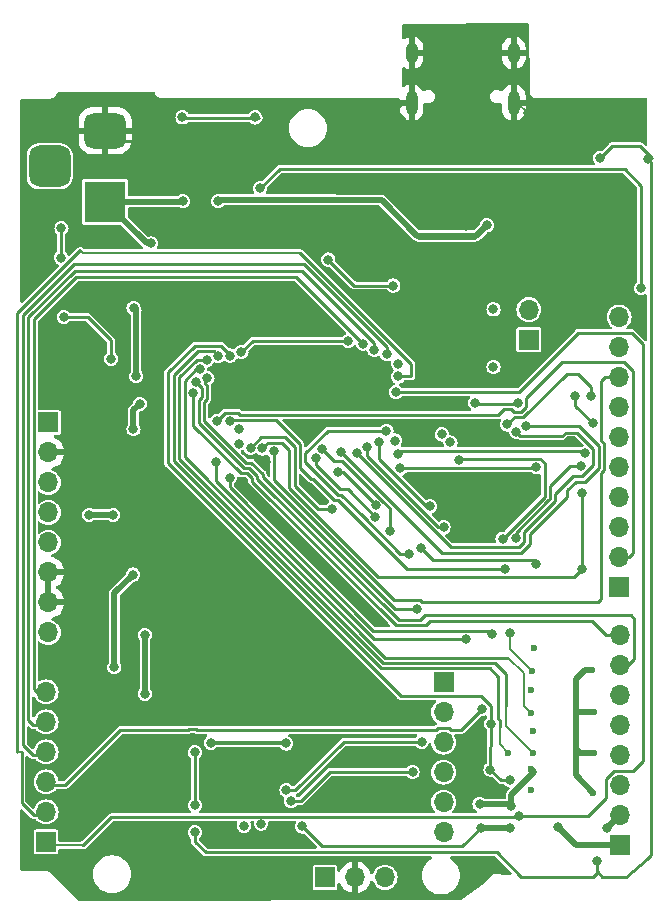
<source format=gbr>
%TF.GenerationSoftware,KiCad,Pcbnew,7.0.10*%
%TF.CreationDate,2024-03-24T00:00:07+05:30*%
%TF.ProjectId,rp2040-basic-m1,72703230-3430-42d6-9261-7369632d6d31,V2.2.5*%
%TF.SameCoordinates,Original*%
%TF.FileFunction,Copper,L2,Bot*%
%TF.FilePolarity,Positive*%
%FSLAX46Y46*%
G04 Gerber Fmt 4.6, Leading zero omitted, Abs format (unit mm)*
G04 Created by KiCad (PCBNEW 7.0.10) date 2024-03-24 00:00:07*
%MOMM*%
%LPD*%
G01*
G04 APERTURE LIST*
G04 Aperture macros list*
%AMRoundRect*
0 Rectangle with rounded corners*
0 $1 Rounding radius*
0 $2 $3 $4 $5 $6 $7 $8 $9 X,Y pos of 4 corners*
0 Add a 4 corners polygon primitive as box body*
4,1,4,$2,$3,$4,$5,$6,$7,$8,$9,$2,$3,0*
0 Add four circle primitives for the rounded corners*
1,1,$1+$1,$2,$3*
1,1,$1+$1,$4,$5*
1,1,$1+$1,$6,$7*
1,1,$1+$1,$8,$9*
0 Add four rect primitives between the rounded corners*
20,1,$1+$1,$2,$3,$4,$5,0*
20,1,$1+$1,$4,$5,$6,$7,0*
20,1,$1+$1,$6,$7,$8,$9,0*
20,1,$1+$1,$8,$9,$2,$3,0*%
G04 Aperture macros list end*
%TA.AperFunction,ComponentPad*%
%ADD10R,1.700000X1.700000*%
%TD*%
%TA.AperFunction,ComponentPad*%
%ADD11O,1.700000X1.700000*%
%TD*%
%TA.AperFunction,ComponentPad*%
%ADD12O,1.000000X2.100000*%
%TD*%
%TA.AperFunction,ComponentPad*%
%ADD13O,1.000000X1.800000*%
%TD*%
%TA.AperFunction,ComponentPad*%
%ADD14R,3.500000X3.500000*%
%TD*%
%TA.AperFunction,ComponentPad*%
%ADD15RoundRect,0.750000X-1.000000X0.750000X-1.000000X-0.750000X1.000000X-0.750000X1.000000X0.750000X0*%
%TD*%
%TA.AperFunction,ComponentPad*%
%ADD16RoundRect,0.875000X-0.875000X0.875000X-0.875000X-0.875000X0.875000X-0.875000X0.875000X0.875000X0*%
%TD*%
%TA.AperFunction,ViaPad*%
%ADD17C,0.800000*%
%TD*%
%TA.AperFunction,ViaPad*%
%ADD18C,0.600000*%
%TD*%
%TA.AperFunction,Conductor*%
%ADD19C,0.250000*%
%TD*%
%TA.AperFunction,Conductor*%
%ADD20C,0.200000*%
%TD*%
%TA.AperFunction,Conductor*%
%ADD21C,0.500000*%
%TD*%
%TA.AperFunction,Conductor*%
%ADD22C,0.350000*%
%TD*%
G04 APERTURE END LIST*
D10*
%TO.P,J7,1,Pin_1*%
%TO.N,Net-(J7-Pin_1)*%
X107850000Y-71680500D03*
D11*
%TO.P,J7,2,Pin_2*%
%TO.N,Net-(J7-Pin_2)*%
X107850000Y-74220500D03*
%TO.P,J7,3,Pin_3*%
%TO.N,20*%
X107850000Y-76760500D03*
%TO.P,J7,4,Pin_4*%
%TO.N,21*%
X107850000Y-79300500D03*
%TO.P,J7,5,Pin_5*%
%TO.N,Net-(J7-Pin_5)*%
X107850000Y-81840500D03*
%TO.P,J7,6,Pin_6*%
%TO.N,Net-(J7-Pin_6)*%
X107850000Y-84380500D03*
%TD*%
D10*
%TO.P,J5,1,Pin_1*%
%TO.N,Net-(J5-Pin_1)*%
X74200000Y-85200000D03*
D11*
%TO.P,J5,2,Pin_2*%
%TO.N,Net-(J5-Pin_2)*%
X74200000Y-82660000D03*
%TO.P,J5,3,Pin_3*%
%TO.N,Net-(J5-Pin_3)*%
X74200000Y-80120000D03*
%TO.P,J5,4,Pin_4*%
%TO.N,Net-(J5-Pin_4)*%
X74200000Y-77580000D03*
%TO.P,J5,5,Pin_5*%
%TO.N,Net-(J5-Pin_5)*%
X74200000Y-75040000D03*
%TO.P,J5,6,Pin_6*%
%TO.N,Net-(J5-Pin_6)*%
X74200000Y-72500000D03*
%TD*%
D10*
%TO.P,J6,1,Pin_1*%
%TO.N,3V*%
X74400000Y-49690500D03*
D11*
%TO.P,J6,2,Pin_2*%
%TO.N,GND*%
X74400000Y-52230500D03*
%TO.P,J6,3,Pin_3*%
%TO.N,3V*%
X74400000Y-54770500D03*
%TO.P,J6,4,Pin_4*%
X74400000Y-57310500D03*
%TO.P,J6,5,Pin_5*%
%TO.N,5V*%
X74400000Y-59850500D03*
%TO.P,J6,6,Pin_6*%
%TO.N,GND*%
X74400000Y-62390500D03*
%TO.P,J6,7,Pin_7*%
X74400000Y-64930500D03*
%TO.P,J6,8,Pin_8*%
%TO.N,VIN*%
X74400000Y-67470500D03*
%TD*%
D10*
%TO.P,J3,1,Pin_1*%
%TO.N,Net-(J3-Pin_1)*%
X122720000Y-63620500D03*
D11*
%TO.P,J3,2,Pin_2*%
%TO.N,Net-(J3-Pin_2)*%
X122720000Y-61080500D03*
%TO.P,J3,3,Pin_3*%
%TO.N,Net-(J3-Pin_3)*%
X122720000Y-58540500D03*
%TO.P,J3,4,Pin_4*%
%TO.N,Net-(J3-Pin_4)*%
X122720000Y-56000500D03*
%TO.P,J3,5,Pin_5*%
%TO.N,Net-(J3-Pin_5)*%
X122720000Y-53460500D03*
%TO.P,J3,6,Pin_6*%
%TO.N,Net-(J3-Pin_6)*%
X122720000Y-50920500D03*
%TO.P,J3,7,Pin_7*%
%TO.N,Net-(J3-Pin_7)*%
X122720000Y-48380500D03*
%TO.P,J3,8,Pin_8*%
%TO.N,Net-(J3-Pin_8)*%
X122720000Y-45840500D03*
%TO.P,J3,9,Pin_9*%
%TO.N,Net-(J3-Pin_9)*%
X122720000Y-43300500D03*
%TO.P,J3,10,Pin_10*%
%TO.N,17*%
X122720000Y-40760500D03*
%TD*%
D10*
%TO.P,J10,1,Pin_1*%
%TO.N,Net-(D2-VDD)*%
X115070000Y-42685000D03*
D11*
%TO.P,J10,2,Pin_2*%
%TO.N,3V*%
X115070000Y-40145000D03*
%TD*%
D12*
%TO.P,J1,S1,SHIELD*%
%TO.N,GND*%
X113795000Y-22610500D03*
D13*
X113795000Y-18410500D03*
D12*
X105155000Y-22610500D03*
D13*
X105155000Y-18410500D03*
%TD*%
D10*
%TO.P,J4,1,Pin_1*%
%TO.N,RX*%
X122775000Y-85480000D03*
D11*
%TO.P,J4,2,Pin_2*%
%TO.N,Net-(J4-Pin_2)*%
X122775000Y-82940000D03*
%TO.P,J4,3,Pin_3*%
%TO.N,Net-(J4-Pin_3)*%
X122775000Y-80400000D03*
%TO.P,J4,4,Pin_4*%
%TO.N,Net-(J4-Pin_4)*%
X122775000Y-77860000D03*
%TO.P,J4,5,Pin_5*%
%TO.N,Net-(J4-Pin_5)*%
X122775000Y-75320000D03*
%TO.P,J4,6,Pin_6*%
%TO.N,Net-(J4-Pin_6)*%
X122775000Y-72780000D03*
%TO.P,J4,7,Pin_7*%
%TO.N,Net-(J4-Pin_7)*%
X122775000Y-70240000D03*
%TO.P,J4,8,Pin_8*%
%TO.N,Net-(J4-Pin_8)*%
X122775000Y-67700000D03*
%TD*%
D14*
%TO.P,J9,1*%
%TO.N,VIN*%
X79198000Y-30992500D03*
D15*
%TO.P,J9,2*%
%TO.N,GND*%
X79198000Y-24992500D03*
D16*
%TO.P,J9,3*%
%TO.N,unconnected-(J9-Pad3)*%
X74498000Y-27992500D03*
%TD*%
D10*
%TO.P,J8,1,Pin_1*%
%TO.N,Net-(J8-Pin_1)*%
X97820000Y-88200000D03*
D11*
%TO.P,J8,2,Pin_2*%
%TO.N,GND*%
X100360000Y-88200000D03*
%TO.P,J8,3,Pin_3*%
%TO.N,Net-(J8-Pin_3)*%
X102900000Y-88200000D03*
%TD*%
D17*
%TO.N,GND*%
X110500000Y-35100000D03*
X83795000Y-47638780D03*
X115000000Y-23530500D03*
X88200000Y-89510000D03*
X94540000Y-58790000D03*
X104034765Y-29715235D03*
X106480000Y-40960500D03*
X90200000Y-38372500D03*
X98640000Y-29560000D03*
X92780000Y-53070500D03*
X107034264Y-38234264D03*
X94520000Y-73060000D03*
X118481300Y-51272200D03*
X95210000Y-46538500D03*
X108780000Y-45020000D03*
X88140000Y-72970000D03*
X96219750Y-85280250D03*
X96950000Y-55690500D03*
X80550000Y-38760500D03*
X102068000Y-38918500D03*
X103975000Y-36935500D03*
X97496000Y-45522500D03*
X92780000Y-53070500D03*
X97496000Y-46538500D03*
X95210000Y-45522500D03*
X98004000Y-34330500D03*
X119312500Y-39210500D03*
X96226000Y-46538500D03*
X94080000Y-48321000D03*
X122300000Y-30960500D03*
X96158000Y-33874000D03*
X85800000Y-27710500D03*
X110180000Y-27500000D03*
X88750000Y-58382500D03*
X109620000Y-31800000D03*
X92094000Y-33874000D03*
X96226000Y-45522500D03*
X111180019Y-49789984D03*
X100580000Y-27140000D03*
X103710000Y-23410500D03*
X100460000Y-35802500D03*
X114600000Y-32300000D03*
X88759500Y-42474500D03*
X78429400Y-42566800D03*
X106884000Y-55218500D03*
X93910000Y-89410000D03*
X93300000Y-64700000D03*
X111700000Y-55250000D03*
X95210000Y-47554500D03*
X78780000Y-64940500D03*
X92570000Y-56830500D03*
X92000000Y-27810500D03*
X109760000Y-33030000D03*
X89440000Y-60390000D03*
%TO.N,Net-(R6-Pad1)*%
X91900000Y-23860500D03*
X85750000Y-23860500D03*
%TO.N,Net-(J3-Pin_3)*%
X89753000Y-49591800D03*
X113098000Y-62058500D03*
%TO.N,Net-(J3-Pin_4)*%
X90550000Y-50260500D03*
X88612000Y-53005800D03*
X109789000Y-68043100D03*
%TO.N,Net-(J3-Pin_5)*%
X119455600Y-53389200D03*
X113980500Y-59470900D03*
X111978000Y-67595500D03*
X90540000Y-51490500D03*
X89760000Y-54360500D03*
%TO.N,Net-(J3-Pin_6)*%
X119823400Y-52312000D03*
X91520000Y-51830500D03*
X98416344Y-56992271D03*
X104022000Y-52349800D03*
%TO.N,Net-(J3-Pin_8)*%
X93509056Y-52120100D03*
%TO.N,Net-(J5-Pin_1)*%
X103830000Y-47110500D03*
X114225000Y-83050000D03*
%TO.N,Net-(J5-Pin_2)*%
X104020000Y-45800500D03*
%TO.N,Net-(J5-Pin_3)*%
X109161000Y-52834700D03*
X112857000Y-59529400D03*
X111098000Y-73956200D03*
X104010000Y-44710500D03*
%TO.N,Net-(J5-Pin_4)*%
X103040000Y-43900500D03*
%TO.N,Net-(J5-Pin_5)*%
X102005000Y-43564600D03*
%TO.N,Net-(J5-Pin_6)*%
X101050000Y-43010500D03*
%TO.N,Net-(J7-Pin_1)*%
X101351000Y-51767100D03*
X107850000Y-58571000D03*
%TO.N,Net-(J7-Pin_2)*%
X106675000Y-56794300D03*
X102360000Y-51360500D03*
%TO.N,Net-(J3-Pin_1)*%
X79706000Y-44296500D03*
X75464000Y-35728300D03*
X75500000Y-33260500D03*
X124588500Y-38318300D03*
X75700000Y-40760500D03*
X92330000Y-29870000D03*
%TO.N,Net-(J3-Pin_2)*%
X88637303Y-49589197D03*
%TO.N,Net-(J7-Pin_5)*%
X107704574Y-50702676D03*
%TO.N,Net-(J7-Pin_6)*%
X108436000Y-51384600D03*
%TO.N,Net-(J8-Pin_1)*%
X97024336Y-52727811D03*
X102091873Y-57708101D03*
%TO.N,Net-(J8-Pin_3)*%
X103301000Y-58916700D03*
X97600000Y-51910500D03*
%TO.N,14*%
X120350000Y-47430000D03*
X113250000Y-49860500D03*
%TO.N,26*%
X94540000Y-76870000D03*
X88140000Y-76810000D03*
X102100000Y-56700000D03*
X98900000Y-53900000D03*
D18*
%TO.N,3V*%
X115280000Y-72350000D03*
X115500000Y-68820000D03*
D17*
X113500305Y-84000000D03*
X111000000Y-84000000D03*
D18*
X115460000Y-75830000D03*
D17*
X110900000Y-82000000D03*
X95900000Y-83900000D03*
X77850000Y-57510000D03*
X113600000Y-82200000D03*
D18*
X115280000Y-79020000D03*
D17*
X103600000Y-38100000D03*
X82570000Y-72670000D03*
X115696000Y-53481700D03*
X82560000Y-67670000D03*
X79880000Y-57510000D03*
X104200000Y-53559600D03*
X98100000Y-35900000D03*
%TO.N,Net-(J3-Pin_9)*%
X99180000Y-52190500D03*
X114871508Y-49951638D03*
%TO.N,Net-(D2-VDD)*%
X112080000Y-40120000D03*
D18*
%TO.N,5V*%
X120560000Y-74220000D03*
D17*
X121100000Y-27300000D03*
D18*
X120560000Y-77690000D03*
X120430000Y-70660000D03*
D17*
X86800000Y-77600000D03*
X125200000Y-27400000D03*
X86800000Y-84400000D03*
D18*
X120540000Y-81030000D03*
D17*
X120850000Y-86850000D03*
X86800000Y-82100000D03*
%TO.N,RX*%
X111825000Y-79075000D03*
X113450000Y-79950000D03*
X117515000Y-83915000D03*
X111900000Y-75200000D03*
X89782000Y-44029300D03*
%TO.N,Net-(J4-Pin_2)*%
X121700000Y-84002948D03*
X90740000Y-43730500D03*
X99772000Y-42787900D03*
%TO.N,Net-(J4-Pin_7)*%
X86896911Y-46233144D03*
%TO.N,Net-(J4-Pin_8)*%
X86659000Y-47203830D03*
D18*
%TO.N,Net-(Q3-S)*%
X115240000Y-80840000D03*
D17*
X88783000Y-44045500D03*
D18*
X113350000Y-77640000D03*
%TO.N,Net-(Q4-S)*%
X115400000Y-77650000D03*
D17*
X87844000Y-44386400D03*
D18*
%TO.N,Net-(Q5-S)*%
X115300000Y-74280000D03*
D17*
X87235000Y-45179600D03*
%TO.N,Net-(Q6-S)*%
X115696000Y-61636600D03*
X105581000Y-65483000D03*
D18*
X115340000Y-70720000D03*
D17*
X113500000Y-67500000D03*
X87859000Y-45960400D03*
X105906000Y-60294900D03*
%TO.N,VIN*%
X79980000Y-70410000D03*
X83110000Y-34535500D03*
X81830000Y-45780000D03*
X81610000Y-39990000D03*
X81560000Y-62570000D03*
X85790000Y-30960000D03*
X81600000Y-50260000D03*
X82140000Y-48110000D03*
%TO.N,20*%
X104954000Y-60796900D03*
X94550000Y-80820000D03*
X106000000Y-76730000D03*
X90960000Y-83835500D03*
X103020000Y-50400500D03*
%TO.N,21*%
X103760000Y-51220500D03*
X105230000Y-79290000D03*
X92420000Y-83650000D03*
X94937590Y-81741835D03*
%TO.N,17*%
X114129049Y-48049049D03*
X110550000Y-48030000D03*
X100500000Y-52290500D03*
X114028003Y-50488764D03*
X112080000Y-45020000D03*
%TO.N,VBUS*%
X111500000Y-33000000D03*
X88770000Y-30950000D03*
%TO.N,Net-(JP3-C)*%
X92518055Y-51892879D03*
X119554000Y-62127800D03*
X119549300Y-55639100D03*
X120470000Y-49770000D03*
X118990000Y-47410000D03*
%TD*%
D19*
%TO.N,GND*%
X112662235Y-51272200D02*
X118481300Y-51272200D01*
X93860763Y-58245456D02*
X93860763Y-58121263D01*
X76144500Y-52230500D02*
X77500000Y-50875000D01*
D20*
X104510000Y-22610500D02*
X103710000Y-23410500D01*
D19*
X78780000Y-64940500D02*
X78780000Y-63770000D01*
X119083000Y-39440000D02*
X119312500Y-39210500D01*
X93860763Y-58121263D02*
X92570000Y-56830500D01*
X109620000Y-31800000D02*
X109760000Y-31940000D01*
X88759500Y-42474500D02*
X86124500Y-42474500D01*
X110350000Y-35100000D02*
X106531500Y-38918500D01*
X98004000Y-34330500D02*
X96614500Y-34330500D01*
D21*
X106910000Y-26610500D02*
X107900000Y-26610500D01*
X93810000Y-89510000D02*
X93910000Y-89410000D01*
D19*
X103500000Y-30250000D02*
X98825000Y-30250000D01*
X118930000Y-39440000D02*
X119083000Y-39440000D01*
X85175000Y-27710500D02*
X85800000Y-27710500D01*
X79275000Y-25885500D02*
X83350000Y-25885500D01*
X97496000Y-46538500D02*
X96226000Y-46538500D01*
X78780000Y-63770000D02*
X84167500Y-58382500D01*
X108070000Y-30250000D02*
X109620000Y-31800000D01*
X91710500Y-28100000D02*
X92000000Y-27810500D01*
X115939500Y-30960500D02*
X114600000Y-32300000D01*
X108789500Y-27500000D02*
X107900000Y-26610500D01*
X109589500Y-44070000D02*
X116636104Y-44070000D01*
X83350000Y-25885500D02*
X85175000Y-27710500D01*
D21*
X74400000Y-62390500D02*
X74400000Y-64930500D01*
D19*
X95210000Y-46538500D02*
X96226000Y-46538500D01*
X106480000Y-40960500D02*
X109589500Y-44070000D01*
D21*
X115000000Y-23530500D02*
X115000000Y-24460500D01*
D19*
X98988000Y-34330500D02*
X100460000Y-35802500D01*
X107034264Y-40406236D02*
X107034264Y-38234264D01*
X118930000Y-41776104D02*
X118930000Y-39440000D01*
X104569530Y-30250000D02*
X108070000Y-30250000D01*
X110500000Y-35100000D02*
X111800000Y-35100000D01*
X77500000Y-50875000D02*
X77500000Y-47704500D01*
X96614500Y-34330500D02*
X96158000Y-33874000D01*
X86189500Y-28100000D02*
X91710500Y-28100000D01*
X86124500Y-42474500D02*
X82410500Y-38760500D01*
X77500000Y-47704500D02*
X77900000Y-47304500D01*
X110180000Y-27500000D02*
X108789500Y-27500000D01*
X98825000Y-30250000D02*
X98640000Y-30065000D01*
D20*
X113795000Y-22610500D02*
X114080000Y-22610500D01*
D19*
X89275000Y-41959000D02*
X88759500Y-42474500D01*
X85700000Y-27660500D02*
X85750000Y-27610500D01*
D21*
X115000000Y-24460500D02*
X112850000Y-26610500D01*
D19*
X85800000Y-27710500D02*
X86189500Y-28100000D01*
D20*
X89440000Y-59072500D02*
X88750000Y-58382500D01*
X89440000Y-60390000D02*
X89440000Y-59072500D01*
D19*
X106531500Y-38918500D02*
X102068000Y-38918500D01*
D21*
X88200000Y-89510000D02*
X93810000Y-89510000D01*
X107900000Y-26610500D02*
X112850000Y-26610500D01*
X78770000Y-64930500D02*
X78780000Y-64940500D01*
D19*
X85800000Y-27710500D02*
X85700000Y-27660500D01*
X101593000Y-36935500D02*
X100460000Y-35802500D01*
X90200000Y-38372500D02*
X89275000Y-39297500D01*
D20*
X105155000Y-18410500D02*
X105155000Y-22610500D01*
D19*
X82410500Y-38760500D02*
X80550000Y-38760500D01*
D21*
X94540000Y-58790000D02*
X94405307Y-58790000D01*
D19*
X109760000Y-31940000D02*
X109760000Y-33030000D01*
X110500000Y-35100000D02*
X110350000Y-35100000D01*
D20*
X111668500Y-55218500D02*
X106884000Y-55218500D01*
D19*
X98640000Y-30065000D02*
X98640000Y-29560000D01*
X74400000Y-52230500D02*
X76144500Y-52230500D01*
X77900000Y-43096200D02*
X78429400Y-42566800D01*
D21*
X74400000Y-64930500D02*
X78770000Y-64930500D01*
X103710000Y-23410500D02*
X106910000Y-26610500D01*
D19*
X104034765Y-29715235D02*
X104569530Y-30250000D01*
D20*
X113795000Y-18410500D02*
X113795000Y-22610500D01*
D19*
X77900000Y-47304500D02*
X77900000Y-43096200D01*
D20*
X105155000Y-22610500D02*
X104510000Y-22610500D01*
D19*
X122300000Y-30960500D02*
X115939500Y-30960500D01*
X106480000Y-40960500D02*
X107034264Y-40406236D01*
X98004000Y-34330500D02*
X98988000Y-34330500D01*
X111180019Y-49789984D02*
X112662235Y-51272200D01*
X104034765Y-29715235D02*
X103500000Y-30250000D01*
X83460720Y-47304500D02*
X77900000Y-47304500D01*
D22*
X88140000Y-72970000D02*
X94430000Y-72970000D01*
D20*
X114080000Y-22610500D02*
X115000000Y-23530500D01*
D19*
X84167500Y-58382500D02*
X88750000Y-58382500D01*
D22*
X94430000Y-72970000D02*
X94520000Y-73060000D01*
D19*
X116636104Y-44070000D02*
X118930000Y-41776104D01*
X88775000Y-58407500D02*
X88750000Y-58382500D01*
X89275000Y-39297500D02*
X89275000Y-41959000D01*
D20*
X111700000Y-55250000D02*
X111668500Y-55218500D01*
D19*
X83795000Y-47638780D02*
X83460720Y-47304500D01*
X103975000Y-36935500D02*
X101593000Y-36935500D01*
X111800000Y-35100000D02*
X114600000Y-32300000D01*
D21*
X94405307Y-58790000D02*
X93860763Y-58245456D01*
D19*
%TO.N,Net-(R6-Pad1)*%
X85775000Y-23885500D02*
X85750000Y-23860500D01*
X85725000Y-23885500D02*
X85700000Y-23885500D01*
X85725000Y-23860500D02*
X85700000Y-23885500D01*
X91875000Y-23885500D02*
X85775000Y-23885500D01*
X92200000Y-23885500D02*
X91925000Y-23885500D01*
X85750000Y-23860500D02*
X85725000Y-23860500D01*
X91925000Y-23885500D02*
X91900000Y-23860500D01*
X85750000Y-23860500D02*
X85725000Y-23885500D01*
X91900000Y-23860500D02*
X91875000Y-23885500D01*
%TO.N,Net-(J3-Pin_3)*%
X98955971Y-56267271D02*
X98567271Y-56267271D01*
X89829000Y-49515800D02*
X89753000Y-49591800D01*
X95704000Y-53527800D02*
X95704000Y-51537000D01*
X96769500Y-54469500D02*
X96646000Y-54469500D01*
X93683000Y-49515800D02*
X89829000Y-49515800D01*
X96646000Y-54469500D02*
X95704000Y-53527800D01*
X100391000Y-57702300D02*
X98955971Y-56267271D01*
X113098000Y-62058500D02*
X104748000Y-62058500D01*
X95704000Y-51537000D02*
X93683000Y-49515800D01*
X98567271Y-56267271D02*
X96769500Y-54469500D01*
X104748000Y-62058500D02*
X100391000Y-57702300D01*
%TO.N,Net-(J3-Pin_4)*%
X88612000Y-54658800D02*
X88612000Y-53005800D01*
X101996000Y-68043100D02*
X88612000Y-54658800D01*
X109789000Y-68043100D02*
X101996000Y-68043100D01*
%TO.N,Net-(J3-Pin_5)*%
X116871000Y-55039000D02*
X116871000Y-56151396D01*
X113980500Y-59042206D02*
X113980500Y-59470900D01*
X89760000Y-54360500D02*
X89760000Y-55170000D01*
X89760000Y-55170000D02*
X101908000Y-67318000D01*
X116871000Y-56151396D02*
X116737489Y-56284907D01*
X119455600Y-53389200D02*
X118520800Y-53389200D01*
X101908000Y-67318000D02*
X111701000Y-67318000D01*
X111701000Y-67318000D02*
X111978000Y-67595500D01*
X118520800Y-53389200D02*
X116871000Y-55039000D01*
X116737489Y-56284907D02*
X113980500Y-59042206D01*
%TO.N,Net-(J3-Pin_6)*%
X104262000Y-52109600D02*
X104022000Y-52349800D01*
X94459000Y-50944900D02*
X92406000Y-50944900D01*
X95254000Y-55060000D02*
X95254000Y-51739700D01*
X98416344Y-56992271D02*
X97186271Y-56992271D01*
X92406000Y-50944900D02*
X91520000Y-51830500D01*
X119984000Y-52109600D02*
X119621000Y-52109600D01*
X119621000Y-52109600D02*
X119823400Y-52312000D01*
X119621000Y-52109600D02*
X104262000Y-52109600D01*
X95254000Y-51739700D02*
X94459000Y-50944900D01*
X97186271Y-56992271D02*
X95254000Y-55060000D01*
%TO.N,Net-(J3-Pin_8)*%
X103679000Y-64757900D02*
X105882000Y-64757900D01*
X105882000Y-64757900D02*
X106031000Y-64907300D01*
X93509056Y-54587956D02*
X103679000Y-64757900D01*
X121200000Y-64640400D02*
X121200000Y-53943496D01*
X121200000Y-53943496D02*
X121448700Y-53694796D01*
X121200000Y-46200000D02*
X121559500Y-45840500D01*
X121200000Y-51221504D02*
X121200000Y-46200000D01*
X121448700Y-51470204D02*
X121200000Y-51221504D01*
X121559500Y-45840500D02*
X122720000Y-45840500D01*
X121448700Y-53694796D02*
X121448700Y-51470204D01*
X120933100Y-64907300D02*
X121200000Y-64640400D01*
X93509056Y-52120100D02*
X93509056Y-54587956D01*
X106031000Y-64907300D02*
X120933100Y-64907300D01*
%TO.N,Net-(J5-Pin_1)*%
X123895000Y-79225000D02*
X124728000Y-78392000D01*
X77240500Y-85490500D02*
X77359500Y-85490500D01*
X85614805Y-83110500D02*
X114164500Y-83110500D01*
X124728000Y-43078000D02*
X123775500Y-42125500D01*
X119217000Y-42125500D02*
X114232000Y-47110500D01*
X114164500Y-83110500D02*
X114225000Y-83050000D01*
X124728000Y-78392000D02*
X124728000Y-43078000D01*
X79739500Y-83110500D02*
X84985195Y-83110500D01*
X114225000Y-83050000D02*
X114285500Y-83110500D01*
X114232000Y-47110500D02*
X103830000Y-47110500D01*
X120070000Y-83050000D02*
X121600000Y-81520000D01*
X123775500Y-42125500D02*
X119217000Y-42125500D01*
X84999695Y-83125000D02*
X85600305Y-83125000D01*
X121600000Y-81520000D02*
X121600000Y-79913299D01*
D20*
X77240500Y-85490500D02*
X74160000Y-85490500D01*
D19*
X122288299Y-79225000D02*
X123895000Y-79225000D01*
X121600000Y-79913299D02*
X122288299Y-79225000D01*
X85600305Y-83125000D02*
X85614805Y-83110500D01*
X77359500Y-85490500D02*
X79739500Y-83110500D01*
X114225000Y-83050000D02*
X120070000Y-83050000D01*
X84985195Y-83110500D02*
X84999695Y-83125000D01*
%TO.N,Net-(J5-Pin_2)*%
X95610000Y-35330000D02*
X95669896Y-35330000D01*
X77088951Y-35128951D02*
X71775000Y-40442400D01*
X74160000Y-82950500D02*
X73150500Y-82950500D01*
D20*
X77290000Y-35330000D02*
X95669896Y-35330000D01*
D19*
X71775000Y-40442400D02*
X71775000Y-77627800D01*
D20*
X72122617Y-77627800D02*
X72122774Y-77627957D01*
D19*
X95669896Y-35330000D02*
X105109500Y-44769604D01*
D20*
X71775000Y-77627800D02*
X72122617Y-77627800D01*
D19*
X72120837Y-81920837D02*
X72122774Y-77627957D01*
X105109500Y-45800500D02*
X104020000Y-45800500D01*
D20*
X72122774Y-77627957D02*
X72006974Y-77627957D01*
D19*
X105109500Y-44769604D02*
X105109500Y-45800500D01*
X73150500Y-82950500D02*
X72120837Y-81920837D01*
D20*
X77088951Y-35128951D02*
X77290000Y-35330000D01*
D19*
%TO.N,Net-(J5-Pin_3)*%
X74160000Y-80410500D02*
X75814500Y-80410500D01*
X108501201Y-75750000D02*
X109304200Y-75750000D01*
X86900305Y-75675000D02*
X86975305Y-75750000D01*
X107198799Y-75750000D02*
X107363299Y-75585500D01*
X116421000Y-55965000D02*
X116421000Y-53115600D01*
X107363299Y-75585500D02*
X108336701Y-75585500D01*
X116049000Y-52743600D02*
X109252000Y-52743600D01*
X108336701Y-75585500D02*
X108501201Y-75750000D01*
X112857000Y-59529400D02*
X116421000Y-55965000D01*
X86975305Y-75750000D02*
X107198799Y-75750000D01*
X80475000Y-75750000D02*
X86224695Y-75750000D01*
X116421000Y-53115600D02*
X116049000Y-52743600D01*
X86224695Y-75750000D02*
X86299695Y-75675000D01*
X86299695Y-75675000D02*
X86900305Y-75675000D01*
X75814500Y-80410500D02*
X80475000Y-75750000D01*
X109252000Y-52743600D02*
X109161000Y-52834700D01*
X109304200Y-75750000D02*
X111098000Y-73956200D01*
%TO.N,Net-(J5-Pin_4)*%
X103040000Y-43900500D02*
X103040000Y-43336500D01*
X72237000Y-40617400D02*
X72237000Y-77037000D01*
X73070500Y-77870500D02*
X74160000Y-77870500D01*
X72237000Y-77037000D02*
X73070500Y-77870500D01*
X76554400Y-36300000D02*
X72237000Y-40617400D01*
X103040000Y-43336500D02*
X96003500Y-36300000D01*
X96003500Y-36300000D02*
X76554400Y-36300000D01*
%TO.N,Net-(J5-Pin_5)*%
X76660600Y-36830000D02*
X72695000Y-40795600D01*
X72695000Y-40795600D02*
X72695000Y-74895000D01*
X72695000Y-74895000D02*
X73130500Y-75330500D01*
X95896900Y-36830000D02*
X76660600Y-36830000D01*
X73130500Y-75330500D02*
X74160000Y-75330500D01*
X102005000Y-43564600D02*
X102005000Y-42938100D01*
X102005000Y-42938100D02*
X95896900Y-36830000D01*
%TO.N,Net-(J5-Pin_6)*%
X95399500Y-37360000D02*
X76767400Y-37360000D01*
X101050000Y-43010500D02*
X95399500Y-37360000D01*
X73161000Y-40966400D02*
X73161000Y-72261000D01*
X73432500Y-72532500D02*
X74160000Y-72532500D01*
X73161000Y-72261000D02*
X73432500Y-72532500D01*
X76767400Y-37360000D02*
X73161000Y-40966400D01*
%TO.N,Net-(J7-Pin_1)*%
X101351000Y-51767100D02*
X101351000Y-52495800D01*
X101351000Y-52495800D02*
X107426000Y-58570900D01*
X107850000Y-58570900D02*
X107850000Y-58571000D01*
X107426000Y-58570900D02*
X107850000Y-58570900D01*
%TO.N,Net-(J7-Pin_2)*%
X102360000Y-52745100D02*
X106409000Y-56794300D01*
X106409000Y-56794300D02*
X106675000Y-56794300D01*
X102360000Y-51360500D02*
X102360000Y-52745100D01*
%TO.N,Net-(J3-Pin_1)*%
X123175000Y-28225000D02*
X124588500Y-29638500D01*
X75464000Y-33224500D02*
X75500000Y-33260500D01*
X79706000Y-42751300D02*
X79706000Y-44296500D01*
X93975000Y-28225000D02*
X123175000Y-28225000D01*
X75700000Y-40760500D02*
X77715200Y-40760500D01*
X77715200Y-40760500D02*
X79706000Y-42751300D01*
X92330000Y-29870000D02*
X93975000Y-28225000D01*
X75464000Y-33296500D02*
X75464000Y-35728300D01*
X75500000Y-33260500D02*
X75464000Y-33296500D01*
X124588500Y-29638500D02*
X124588500Y-38318300D01*
%TO.N,Net-(J3-Pin_2)*%
X89359700Y-48866800D02*
X88637303Y-49589197D01*
X112970000Y-48550000D02*
X112474000Y-49046000D01*
X123912400Y-45353000D02*
X123129900Y-44570500D01*
X90432800Y-48866800D02*
X89359700Y-48866800D01*
X113604695Y-48550000D02*
X112970000Y-48550000D01*
X114854049Y-48349354D02*
X114429354Y-48774049D01*
X123594500Y-61080500D02*
X123912400Y-60762600D01*
X114429354Y-48774049D02*
X113828744Y-48774049D01*
X112474000Y-49046000D02*
X90612000Y-49046000D01*
X114854049Y-47585951D02*
X114854049Y-48349354D01*
X122720000Y-61080500D02*
X123594500Y-61080500D01*
X123912400Y-60762600D02*
X123912400Y-45353000D01*
X123129900Y-44570500D02*
X117869500Y-44570500D01*
X117869500Y-44570500D02*
X114854049Y-47585951D01*
X113828744Y-48774049D02*
X113604695Y-48550000D01*
X90612000Y-49046000D02*
X90432800Y-48866800D01*
%TO.N,Net-(J8-Pin_1)*%
X99103667Y-55367271D02*
X97024336Y-53287940D01*
X97024336Y-53287940D02*
X97024336Y-52727811D01*
X99751043Y-55367271D02*
X99103667Y-55367271D01*
X102091873Y-57708101D02*
X99751043Y-55367271D01*
%TO.N,Net-(J8-Pin_3)*%
X98605000Y-52915500D02*
X99268608Y-52915500D01*
X99268608Y-52915500D02*
X102743000Y-56389851D01*
X103301000Y-56965500D02*
X103301000Y-58916700D01*
X97600000Y-51910500D02*
X98605000Y-52915500D01*
X102743000Y-56407300D02*
X103301000Y-56965500D01*
X102743000Y-56389851D02*
X102743000Y-56407300D01*
%TO.N,14*%
X119200000Y-45570000D02*
X120350000Y-46720000D01*
X120350000Y-46720000D02*
X120350000Y-47430000D01*
X113250000Y-49860500D02*
X113886451Y-49224049D01*
X114615951Y-49224049D02*
X118270000Y-45570000D01*
X118270000Y-45570000D02*
X119200000Y-45570000D01*
X113886451Y-49224049D02*
X114615951Y-49224049D01*
%TO.N,26*%
X99300000Y-53900000D02*
X98900000Y-53900000D01*
X102100000Y-56700000D02*
X99300000Y-53900000D01*
D22*
X88140000Y-76810000D02*
X94480000Y-76810000D01*
X94480000Y-76810000D02*
X94540000Y-76870000D01*
D19*
%TO.N,3V*%
X109444500Y-85555500D02*
X97555500Y-85555500D01*
D21*
X115551828Y-79260000D02*
X115520000Y-79260000D01*
D19*
X115618000Y-53559800D02*
X115696000Y-53481700D01*
D21*
X82570000Y-67680000D02*
X82560000Y-67670000D01*
D19*
X104200000Y-53559800D02*
X115618000Y-53559800D01*
X103600000Y-38100000D02*
X100300000Y-38100000D01*
D21*
X111000000Y-84000000D02*
X113500305Y-84000000D01*
X113600000Y-81211828D02*
X115551828Y-79260000D01*
X79880000Y-57510000D02*
X77850000Y-57510000D01*
X82570000Y-72670000D02*
X82570000Y-67680000D01*
D19*
X97555500Y-85555500D02*
X95900000Y-83900000D01*
X100300000Y-38100000D02*
X98100000Y-35900000D01*
D21*
X110900000Y-82000000D02*
X113400000Y-82000000D01*
D19*
X113500305Y-84000000D02*
X113575305Y-83925000D01*
D21*
X113400000Y-82000000D02*
X113600000Y-82200000D01*
D19*
X111000000Y-84000000D02*
X109444500Y-85555500D01*
D21*
X113600000Y-82200000D02*
X113600000Y-81211828D01*
X115520000Y-79260000D02*
X115280000Y-79020000D01*
D19*
X104200000Y-53559600D02*
X104200000Y-53559800D01*
%TO.N,Net-(J3-Pin_9)*%
X118310000Y-55985188D02*
X117371308Y-56923880D01*
X115155500Y-59139938D02*
X115155500Y-59957601D01*
X114879870Y-49960000D02*
X119302100Y-49960000D01*
X118310000Y-55440000D02*
X118310000Y-55985188D01*
X119797900Y-54709200D02*
X119040800Y-54709200D01*
X120998700Y-53508400D02*
X119797900Y-54709200D01*
X119302100Y-49960000D02*
X120998700Y-51656600D01*
X114871508Y-49951638D02*
X114879870Y-49960000D01*
X114376701Y-60736400D02*
X107726000Y-60736400D01*
X117371308Y-56923880D02*
X115155500Y-59139938D01*
X115155500Y-59957601D02*
X114376701Y-60736400D01*
X120998700Y-51656600D02*
X120998700Y-53508400D01*
X107726000Y-60736400D02*
X99180000Y-52190500D01*
X119040800Y-54709200D02*
X118310000Y-55440000D01*
D21*
%TO.N,5V*%
X120540000Y-81030000D02*
X119060000Y-79550000D01*
D19*
X125200000Y-27400000D02*
X125449757Y-27649757D01*
X121274711Y-88163979D02*
X120900000Y-87789268D01*
D21*
X119060000Y-74160000D02*
X119060000Y-71400000D01*
D19*
X124492000Y-26300000D02*
X125492000Y-27300000D01*
X125449757Y-27649757D02*
X125449757Y-86317742D01*
D21*
X119800000Y-70660000D02*
X120430000Y-70660000D01*
D19*
X120524633Y-88164635D02*
X117074712Y-88167656D01*
D21*
X119060000Y-71400000D02*
X119800000Y-70660000D01*
X119060000Y-77350000D02*
X119060000Y-74160000D01*
D19*
X86800000Y-77600000D02*
X86800000Y-82100000D01*
X121100000Y-27300000D02*
X122100000Y-26300000D01*
X117074252Y-88168116D02*
X116550000Y-88168116D01*
X120900000Y-87789268D02*
X120524633Y-88164635D01*
D21*
X119120000Y-74220000D02*
X119060000Y-74160000D01*
D19*
X120850000Y-87739268D02*
X120900000Y-87789268D01*
D21*
X120560000Y-74220000D02*
X119120000Y-74220000D01*
D19*
X122100000Y-26300000D02*
X124492000Y-26300000D01*
X123281549Y-88162221D02*
X121274711Y-88163979D01*
D21*
X120560000Y-77690000D02*
X119400000Y-77690000D01*
D19*
X125449757Y-86317742D02*
X125080796Y-86686703D01*
D21*
X119400000Y-77690000D02*
X119060000Y-77350000D01*
D19*
X86800000Y-84400000D02*
X86800000Y-85200000D01*
X86800000Y-85200000D02*
X87700000Y-86100000D01*
D21*
X119060000Y-79550000D02*
X119060000Y-77350000D01*
D19*
X112375000Y-86100000D02*
X114444959Y-88169959D01*
X117074712Y-88167656D02*
X117074252Y-88168116D01*
X125080796Y-86686703D02*
X123281549Y-88162221D01*
X120850000Y-86850000D02*
X120850000Y-87739268D01*
X114444959Y-88169959D02*
X117074712Y-88167656D01*
X120850000Y-86837500D02*
X120850000Y-86850000D01*
X87700000Y-86100000D02*
X112375000Y-86100000D01*
%TO.N,RX*%
X111900000Y-75200000D02*
X111900000Y-73732895D01*
X111022805Y-72855700D02*
X104262000Y-72855700D01*
X112700000Y-79950000D02*
X111825000Y-79075000D01*
X84520000Y-53113500D02*
X84520000Y-45460000D01*
X89032000Y-43201700D02*
X89782000Y-43951200D01*
X89782000Y-43951200D02*
X89782000Y-44029300D01*
X111825000Y-79075000D02*
X111900000Y-75200000D01*
X86779000Y-43201700D02*
X89032000Y-43201700D01*
X111900000Y-73732895D02*
X111022805Y-72855700D01*
X113450000Y-79950000D02*
X112700000Y-79950000D01*
D21*
X117515000Y-83915000D02*
X119080000Y-85480000D01*
X119080000Y-85480000D02*
X122775000Y-85480000D01*
D19*
X104262000Y-72855700D02*
X84520000Y-53113500D01*
X111900000Y-79100000D02*
X111825000Y-79075000D01*
X84520000Y-45460000D02*
X86779000Y-43201700D01*
%TO.N,Net-(J4-Pin_2)*%
X91683000Y-42787900D02*
X90740000Y-43730500D01*
D21*
X121712052Y-84002948D02*
X122775000Y-82940000D01*
X121700000Y-84002948D02*
X121712052Y-84002948D01*
X122775000Y-82940000D02*
X122510000Y-82675000D01*
D19*
X99772000Y-42787900D02*
X91683000Y-42787900D01*
D21*
%TO.N,Net-(J4-Pin_3)*%
X122775000Y-80400000D02*
X122775000Y-80087500D01*
D19*
%TO.N,Net-(J4-Pin_7)*%
X106300000Y-66000000D02*
X105882200Y-66417800D01*
X90934000Y-53547300D02*
X87109000Y-49722300D01*
X124000000Y-69700000D02*
X124000000Y-66300000D01*
X123700000Y-66000000D02*
X106300000Y-66000000D01*
X92093000Y-54471000D02*
X92093000Y-54235600D01*
X105882200Y-66417800D02*
X104040000Y-66417800D01*
X124000000Y-66300000D02*
X123700000Y-66000000D01*
X123499500Y-70200500D02*
X124000000Y-69700000D01*
X92093000Y-54235600D02*
X91405000Y-53547300D01*
X87384000Y-46758400D02*
X86896911Y-46271311D01*
X87109000Y-47831153D02*
X87384000Y-47556153D01*
X122800000Y-70200500D02*
X123499500Y-70200500D01*
X91405000Y-53547300D02*
X90934000Y-53547300D01*
X86896911Y-46271311D02*
X86896911Y-46233144D01*
X87109000Y-49722300D02*
X87109000Y-47831153D01*
X104040000Y-66417800D02*
X92093000Y-54471000D01*
X87384000Y-47556153D02*
X87384000Y-46758400D01*
%TO.N,Net-(J4-Pin_8)*%
X106700000Y-66500000D02*
X106332000Y-66868000D01*
X91643000Y-54697400D02*
X91643000Y-54422100D01*
X106332000Y-66868000D02*
X103813600Y-66868000D01*
X122800000Y-67660500D02*
X121620500Y-67660500D01*
X86659000Y-49988400D02*
X86659000Y-47203830D01*
X91218000Y-53997400D02*
X90668000Y-53997400D01*
X121620500Y-67660500D02*
X120460000Y-66500000D01*
X90668000Y-53997400D02*
X86659000Y-49988400D01*
X103813600Y-66868000D02*
X91643000Y-54697400D01*
X120460000Y-66500000D02*
X106700000Y-66500000D01*
X91643000Y-54422100D02*
X91218000Y-53997400D01*
D20*
%TO.N,Net-(Q3-S)*%
X112625000Y-76915000D02*
X113350000Y-77640000D01*
D19*
X112500000Y-74774695D02*
X112625000Y-74899695D01*
X102549000Y-70505300D02*
X85001000Y-52957400D01*
X112500000Y-74774695D02*
X112500000Y-71235300D01*
X112500000Y-71235300D02*
X111770000Y-70505300D01*
X85001000Y-52957400D02*
X85001000Y-45685800D01*
X87035000Y-43651900D02*
X88389000Y-43651900D01*
X85001000Y-45685800D02*
X87035000Y-43651900D01*
X88389000Y-43651900D02*
X88783000Y-44045500D01*
X112625000Y-74899695D02*
X112625000Y-75512500D01*
D20*
X112625000Y-75512500D02*
X112625000Y-76915000D01*
D19*
X111770000Y-70505300D02*
X102549000Y-70505300D01*
%TO.N,Net-(Q4-S)*%
X112200000Y-70055200D02*
X113100000Y-70955200D01*
X87844000Y-44386400D02*
X86952000Y-44386400D01*
D20*
X115400000Y-77650000D02*
X113100000Y-75350000D01*
D19*
X102735000Y-70055200D02*
X112200000Y-70055200D01*
X86952000Y-44386400D02*
X85472000Y-45866300D01*
X85472000Y-45866300D02*
X85472000Y-52792000D01*
D20*
X113100000Y-75350000D02*
X113100000Y-73700000D01*
D19*
X85472000Y-52792000D02*
X102735000Y-70055200D01*
X113100000Y-70955200D02*
X113100000Y-73700000D01*
%TO.N,Net-(Q5-S)*%
X86926000Y-45179600D02*
X85934000Y-46172200D01*
D20*
X114680000Y-73660000D02*
X115300000Y-74280000D01*
D19*
X85934000Y-52617200D02*
X102916800Y-69600000D01*
X85934000Y-46172200D02*
X85934000Y-52617200D01*
D20*
X113350000Y-69600000D02*
X114680000Y-70930000D01*
X114680000Y-70930000D02*
X114680000Y-73660000D01*
D19*
X87235000Y-45179600D02*
X86926000Y-45179600D01*
X102916800Y-69600000D02*
X113350000Y-69600000D01*
%TO.N,Net-(Q6-S)*%
X106945000Y-61333400D02*
X105906000Y-60294900D01*
X115393000Y-61333400D02*
X106945000Y-61333400D01*
D20*
X113500000Y-68880000D02*
X113500000Y-67500000D01*
D19*
X92543000Y-54049100D02*
X91591000Y-53097200D01*
X103742000Y-65483000D02*
X92543000Y-54284500D01*
X92543000Y-54284500D02*
X92543000Y-54049100D01*
X91120000Y-53097200D02*
X87580000Y-49557200D01*
X87834000Y-46572004D02*
X87641000Y-46379004D01*
X87834000Y-47742549D02*
X87834000Y-46572004D01*
X87580000Y-47996549D02*
X87834000Y-47742549D01*
X105581000Y-65483000D02*
X103742000Y-65483000D01*
D20*
X115340000Y-70720000D02*
X113500000Y-68880000D01*
D19*
X87641000Y-46178400D02*
X87859000Y-45960400D01*
X87641000Y-46379004D02*
X87641000Y-46178400D01*
X91591000Y-53097200D02*
X91120000Y-53097200D01*
X87580000Y-49557200D02*
X87580000Y-47996549D01*
X115696000Y-61636600D02*
X115393000Y-61333400D01*
D21*
%TO.N,VIN*%
X81830000Y-45780000D02*
X81830000Y-40210000D01*
X81830000Y-40210000D02*
X81610000Y-39990000D01*
X83110000Y-34535500D02*
X82741000Y-34535500D01*
D20*
X79452000Y-31885500D02*
X79275000Y-31885500D01*
D19*
X79198000Y-31631500D02*
X79452000Y-31885500D01*
D21*
X79980000Y-70410000D02*
X79980000Y-64150000D01*
X81600000Y-50260000D02*
X81600000Y-48650000D01*
X81600000Y-48650000D02*
X82140000Y-48110000D01*
X79198000Y-30992500D02*
X85757500Y-30992500D01*
X82741000Y-34535500D02*
X79198000Y-30992500D01*
X85757500Y-30992500D02*
X85790000Y-30960000D01*
D19*
X79198000Y-30992500D02*
X79198000Y-31631500D01*
D21*
X79980000Y-64150000D02*
X81560000Y-62570000D01*
D19*
%TO.N,20*%
X94550000Y-80820000D02*
X95310000Y-80820000D01*
X104156000Y-60796800D02*
X101000000Y-57641700D01*
X98031000Y-50400500D02*
X103020000Y-50400500D01*
X95310000Y-80820000D02*
X99400000Y-76730000D01*
X101000000Y-57641700D02*
X99175571Y-55817271D01*
X99400000Y-76730000D02*
X106000000Y-76730000D01*
X104954000Y-60796800D02*
X104156000Y-60796800D01*
X96154000Y-52277400D02*
X98031000Y-50400500D01*
X96154000Y-53054000D02*
X96154000Y-52277400D01*
X99175571Y-55817271D02*
X98917271Y-55817271D01*
X98917271Y-55817271D02*
X96154000Y-53054000D01*
X104954000Y-60796900D02*
X104954000Y-60796800D01*
%TO.N,21*%
X94937590Y-81741835D02*
X95748165Y-81741835D01*
X98200000Y-79290000D02*
X105230000Y-79290000D01*
X95748165Y-81741835D02*
X98200000Y-79290000D01*
%TO.N,17*%
X118180995Y-50547200D02*
X119148400Y-50547200D01*
X118840900Y-54259100D02*
X117321000Y-55779000D01*
X114129049Y-48049049D02*
X114078098Y-48100000D01*
X114078098Y-48100000D02*
X110620000Y-48100000D01*
X117905995Y-50822200D02*
X118180995Y-50547200D01*
X114705490Y-58953567D02*
X114705490Y-59771215D01*
X119611400Y-54259100D02*
X118840900Y-54259100D01*
X114222205Y-60254500D02*
X108464000Y-60254500D01*
X117321000Y-56338057D02*
X114705490Y-58953567D01*
X114361439Y-50822200D02*
X117905995Y-50822200D01*
X108464000Y-60254500D02*
X100500000Y-52290500D01*
X117321000Y-55779000D02*
X117321000Y-56338057D01*
X114705490Y-59771215D02*
X114222205Y-60254500D01*
X120548600Y-51947400D02*
X120548600Y-53321900D01*
X114028003Y-50488764D02*
X114361439Y-50822200D01*
X119148400Y-50547200D02*
X120548600Y-51947400D01*
X120548600Y-53321900D02*
X119611400Y-54259100D01*
X110620000Y-48100000D02*
X110550000Y-48030000D01*
%TO.N,VBUS*%
X102709500Y-30970000D02*
X105814500Y-34075000D01*
D21*
X102564500Y-30825000D02*
X102709500Y-30970000D01*
D19*
X88610000Y-30970000D02*
X88750000Y-30970000D01*
D21*
X110620000Y-33880000D02*
X105619500Y-33880000D01*
X88770000Y-30950000D02*
X88895000Y-30825000D01*
D19*
X110425000Y-34075000D02*
X111500000Y-33000000D01*
D21*
X111500000Y-33000000D02*
X110620000Y-33880000D01*
X105619500Y-33880000D02*
X102709500Y-30970000D01*
X88895000Y-30825000D02*
X102564500Y-30825000D01*
D19*
X88750000Y-30970000D02*
X88770000Y-30950000D01*
X105814500Y-34075000D02*
X110425000Y-34075000D01*
%TO.N,Net-(JP3-C)*%
X94201000Y-51395100D02*
X94804000Y-51998000D01*
X118990000Y-48290000D02*
X118990000Y-47410000D01*
X94804000Y-55246500D02*
X102341000Y-62783600D01*
X92518055Y-51892879D02*
X93015834Y-51395100D01*
X118898000Y-62783600D02*
X119554000Y-62127800D01*
X120470000Y-49770000D02*
X118990000Y-48290000D01*
X93015834Y-51395100D02*
X94201000Y-51395100D01*
X102341000Y-62783600D02*
X118898000Y-62783600D01*
X94804000Y-51998000D02*
X94804000Y-55246500D01*
X119549300Y-62123100D02*
X119549300Y-55639100D01*
X119554000Y-62127800D02*
X119549300Y-62123100D01*
%TD*%
%TA.AperFunction,Conductor*%
%TO.N,GND*%
G36*
X95280351Y-37705185D02*
G01*
X95300993Y-37721819D01*
X99601953Y-42022779D01*
X99635438Y-42084102D01*
X99630454Y-42153794D01*
X99588582Y-42209727D01*
X99561726Y-42225021D01*
X99469159Y-42263364D01*
X99343716Y-42359619D01*
X99302077Y-42413886D01*
X99245649Y-42455089D01*
X99203701Y-42462400D01*
X91702679Y-42462400D01*
X91691845Y-42461926D01*
X91654263Y-42458629D01*
X91654262Y-42458629D01*
X91617725Y-42468411D01*
X91607195Y-42470745D01*
X91569955Y-42477312D01*
X91564811Y-42479184D01*
X91548332Y-42486008D01*
X91543379Y-42488316D01*
X91512396Y-42510000D01*
X91503301Y-42515793D01*
X91470548Y-42534704D01*
X91470543Y-42534708D01*
X91446296Y-42563603D01*
X91438972Y-42571594D01*
X90911815Y-43098526D01*
X90850484Y-43131998D01*
X90807968Y-43133765D01*
X90740003Y-43124818D01*
X90739998Y-43124818D01*
X90583239Y-43145455D01*
X90583237Y-43145456D01*
X90437160Y-43205963D01*
X90311716Y-43302219D01*
X90257449Y-43372943D01*
X90215813Y-43427205D01*
X90215462Y-43427662D01*
X90211396Y-43434704D01*
X90209613Y-43433674D01*
X90172675Y-43479503D01*
X90106379Y-43501561D01*
X90054513Y-43492201D01*
X89938765Y-43444257D01*
X89938760Y-43444255D01*
X89782002Y-43423618D01*
X89773874Y-43423618D01*
X89773874Y-43422064D01*
X89713960Y-43412718D01*
X89679163Y-43388258D01*
X89603290Y-43312436D01*
X89276010Y-42985375D01*
X89268678Y-42977374D01*
X89244458Y-42948508D01*
X89244452Y-42948503D01*
X89211676Y-42929580D01*
X89202588Y-42923793D01*
X89172793Y-42902946D01*
X89171584Y-42902100D01*
X89171581Y-42902099D01*
X89166521Y-42899741D01*
X89150289Y-42893021D01*
X89145045Y-42891112D01*
X89145044Y-42891111D01*
X89145039Y-42891110D01*
X89107769Y-42884537D01*
X89097256Y-42882209D01*
X89086921Y-42879443D01*
X89060697Y-42872427D01*
X89060695Y-42872427D01*
X89023143Y-42875725D01*
X89012295Y-42876200D01*
X86798657Y-42876200D01*
X86787830Y-42875726D01*
X86786319Y-42875593D01*
X86750249Y-42872431D01*
X86750246Y-42872432D01*
X86750245Y-42872432D01*
X86713719Y-42882212D01*
X86703189Y-42884546D01*
X86688002Y-42887224D01*
X86665955Y-42891112D01*
X86665954Y-42891112D01*
X86665950Y-42891113D01*
X86660844Y-42892971D01*
X86644308Y-42899819D01*
X86639360Y-42902125D01*
X86608391Y-42923802D01*
X86599290Y-42929599D01*
X86566543Y-42948506D01*
X86542286Y-42977414D01*
X86534967Y-42985400D01*
X84303719Y-45215957D01*
X84295759Y-45223250D01*
X84266804Y-45247546D01*
X84247937Y-45280224D01*
X84242119Y-45289356D01*
X84220468Y-45320269D01*
X84218280Y-45324959D01*
X84211176Y-45342104D01*
X84209411Y-45346954D01*
X84202859Y-45384114D01*
X84200514Y-45394688D01*
X84190740Y-45431142D01*
X84194030Y-45468805D01*
X84194500Y-45479593D01*
X84194500Y-53093872D01*
X84194028Y-53104681D01*
X84190735Y-53142306D01*
X84200511Y-53178792D01*
X84202851Y-53189347D01*
X84209411Y-53226544D01*
X84211231Y-53231546D01*
X84218191Y-53248347D01*
X84220445Y-53253181D01*
X84242102Y-53284110D01*
X84247910Y-53293226D01*
X84266806Y-53325955D01*
X84295748Y-53350241D01*
X84303708Y-53357535D01*
X91982796Y-61036701D01*
X104017960Y-73071986D01*
X104025268Y-73079962D01*
X104049544Y-73108893D01*
X104049543Y-73108893D01*
X104082259Y-73127781D01*
X104091380Y-73133591D01*
X104122315Y-73155253D01*
X104122317Y-73155253D01*
X104122318Y-73155254D01*
X104127172Y-73157518D01*
X104143904Y-73164448D01*
X104148949Y-73166285D01*
X104148955Y-73166288D01*
X104185860Y-73172795D01*
X104186138Y-73172844D01*
X104196703Y-73175186D01*
X104233192Y-73184964D01*
X104233194Y-73184963D01*
X104233195Y-73184964D01*
X104263465Y-73182315D01*
X104270822Y-73181671D01*
X104281629Y-73181200D01*
X107113921Y-73181200D01*
X107180960Y-73200885D01*
X107226715Y-73253689D01*
X107236659Y-73322847D01*
X107207634Y-73386403D01*
X107192585Y-73401054D01*
X107103589Y-73474089D01*
X106972317Y-73634047D01*
X106972315Y-73634050D01*
X106959682Y-73657685D01*
X106874769Y-73816543D01*
X106814699Y-74014567D01*
X106794417Y-74220500D01*
X106814699Y-74426432D01*
X106822925Y-74453550D01*
X106859338Y-74573589D01*
X106874769Y-74624456D01*
X106880964Y-74636046D01*
X106972315Y-74806950D01*
X106994569Y-74834067D01*
X107103589Y-74966910D01*
X107242685Y-75081062D01*
X107282020Y-75138808D01*
X107283891Y-75208653D01*
X107247704Y-75268421D01*
X107231948Y-75278936D01*
X107232500Y-75279724D01*
X107192680Y-75307605D01*
X107183563Y-75313414D01*
X107150847Y-75332304D01*
X107150842Y-75332308D01*
X107126560Y-75361245D01*
X107119256Y-75369215D01*
X107100292Y-75388179D01*
X107038971Y-75421666D01*
X107012610Y-75424500D01*
X87150653Y-75424500D01*
X87088649Y-75407885D01*
X87080038Y-75402913D01*
X87070921Y-75397104D01*
X87039989Y-75375446D01*
X87035166Y-75373197D01*
X87018360Y-75366235D01*
X87013347Y-75364411D01*
X86976157Y-75357852D01*
X86965603Y-75355512D01*
X86929113Y-75345735D01*
X86891486Y-75349028D01*
X86880677Y-75349500D01*
X86319323Y-75349500D01*
X86308514Y-75349028D01*
X86270887Y-75345735D01*
X86270886Y-75345735D01*
X86234398Y-75355512D01*
X86223843Y-75357852D01*
X86186655Y-75364410D01*
X86181656Y-75366229D01*
X86164812Y-75373206D01*
X86160008Y-75375446D01*
X86129076Y-75397105D01*
X86119966Y-75402910D01*
X86111358Y-75407881D01*
X86049347Y-75424500D01*
X80494617Y-75424500D01*
X80483808Y-75424028D01*
X80446192Y-75420736D01*
X80446191Y-75420736D01*
X80409711Y-75430511D01*
X80399156Y-75432852D01*
X80361954Y-75439412D01*
X80356962Y-75441229D01*
X80340117Y-75448206D01*
X80335313Y-75450446D01*
X80304378Y-75472107D01*
X80295261Y-75477916D01*
X80262548Y-75496804D01*
X80262545Y-75496806D01*
X80262543Y-75496807D01*
X80262542Y-75496809D01*
X80238261Y-75525744D01*
X80230956Y-75533715D01*
X75715993Y-80048681D01*
X75654670Y-80082166D01*
X75628312Y-80085000D01*
X75364523Y-80085000D01*
X75297484Y-80065315D01*
X75251729Y-80012511D01*
X75241120Y-79973154D01*
X75237378Y-79935166D01*
X75235300Y-79914066D01*
X75175232Y-79716046D01*
X75077685Y-79533550D01*
X75008023Y-79448666D01*
X74946410Y-79373589D01*
X74806190Y-79258515D01*
X74786450Y-79242315D01*
X74603954Y-79144768D01*
X74405934Y-79084700D01*
X74405932Y-79084699D01*
X74405934Y-79084699D01*
X74200000Y-79064417D01*
X73994067Y-79084699D01*
X73834059Y-79133237D01*
X73802475Y-79142818D01*
X73796043Y-79144769D01*
X73701263Y-79195431D01*
X73613550Y-79242315D01*
X73613548Y-79242316D01*
X73613547Y-79242317D01*
X73453589Y-79373589D01*
X73323896Y-79531623D01*
X73322315Y-79533550D01*
X73316470Y-79544486D01*
X73224769Y-79716043D01*
X73164699Y-79914067D01*
X73144417Y-80120000D01*
X73164699Y-80325932D01*
X73173845Y-80356082D01*
X73224768Y-80523954D01*
X73322315Y-80706450D01*
X73346566Y-80736000D01*
X73453589Y-80866410D01*
X73522415Y-80922893D01*
X73613550Y-80997685D01*
X73796046Y-81095232D01*
X73994066Y-81155300D01*
X73994065Y-81155300D01*
X74009204Y-81156791D01*
X74200000Y-81175583D01*
X74405934Y-81155300D01*
X74603954Y-81095232D01*
X74786450Y-80997685D01*
X74946410Y-80866410D01*
X75016228Y-80781336D01*
X75073974Y-80742001D01*
X75112082Y-80736000D01*
X75794872Y-80736000D01*
X75805680Y-80736471D01*
X75843307Y-80739764D01*
X75879819Y-80729979D01*
X75890330Y-80727649D01*
X75927545Y-80721088D01*
X75927550Y-80721084D01*
X75932599Y-80719247D01*
X75949324Y-80712319D01*
X75954181Y-80710054D01*
X75954184Y-80710054D01*
X75985125Y-80688387D01*
X75994244Y-80682579D01*
X76026955Y-80663694D01*
X76026957Y-80663692D01*
X76051236Y-80634756D01*
X76058536Y-80626788D01*
X80573508Y-76111819D01*
X80634831Y-76078334D01*
X80661189Y-76075500D01*
X86205067Y-76075500D01*
X86215875Y-76075971D01*
X86253502Y-76079264D01*
X86290014Y-76069479D01*
X86300525Y-76067149D01*
X86337740Y-76060588D01*
X86337745Y-76060584D01*
X86342794Y-76058747D01*
X86359519Y-76051819D01*
X86364376Y-76049554D01*
X86364379Y-76049554D01*
X86395320Y-76027887D01*
X86404439Y-76022079D01*
X86410261Y-76018717D01*
X86413052Y-76017107D01*
X86475042Y-76000500D01*
X86724958Y-76000500D01*
X86786957Y-76017112D01*
X86795568Y-76022083D01*
X86804684Y-76027892D01*
X86835621Y-76049554D01*
X86835624Y-76049554D01*
X86840481Y-76051820D01*
X86857238Y-76058760D01*
X86862254Y-76060585D01*
X86862255Y-76060585D01*
X86862260Y-76060588D01*
X86899478Y-76067150D01*
X86909980Y-76069478D01*
X86946498Y-76079264D01*
X86984124Y-76075971D01*
X86994933Y-76075500D01*
X87745497Y-76075500D01*
X87812536Y-76095185D01*
X87858291Y-76147989D01*
X87868235Y-76217147D01*
X87839210Y-76280703D01*
X87820986Y-76297873D01*
X87746147Y-76355300D01*
X87711718Y-76381718D01*
X87615463Y-76507160D01*
X87554956Y-76653237D01*
X87554955Y-76653239D01*
X87534318Y-76809998D01*
X87534318Y-76810001D01*
X87554955Y-76966760D01*
X87554956Y-76966762D01*
X87611318Y-77102833D01*
X87615464Y-77112841D01*
X87711718Y-77238282D01*
X87837159Y-77334536D01*
X87983238Y-77395044D01*
X88050294Y-77403872D01*
X88139999Y-77415682D01*
X88140000Y-77415682D01*
X88140001Y-77415682D01*
X88229706Y-77403872D01*
X88296762Y-77395044D01*
X88442841Y-77334536D01*
X88568282Y-77238282D01*
X88571557Y-77234014D01*
X88571559Y-77234012D01*
X88627987Y-77192810D01*
X88669933Y-77185500D01*
X93964028Y-77185500D01*
X94031067Y-77205185D01*
X94062404Y-77234014D01*
X94099299Y-77282098D01*
X94111718Y-77298282D01*
X94237159Y-77394536D01*
X94383238Y-77455044D01*
X94461619Y-77465363D01*
X94539999Y-77475682D01*
X94540000Y-77475682D01*
X94540001Y-77475682D01*
X94592254Y-77468802D01*
X94696762Y-77455044D01*
X94842841Y-77394536D01*
X94968282Y-77298282D01*
X95064536Y-77172841D01*
X95125044Y-77026762D01*
X95145682Y-76870000D01*
X95140888Y-76833589D01*
X95125044Y-76713239D01*
X95125044Y-76713238D01*
X95064536Y-76567159D01*
X94968282Y-76441718D01*
X94842841Y-76345464D01*
X94842836Y-76345462D01*
X94806712Y-76330499D01*
X94767026Y-76314060D01*
X94712624Y-76270220D01*
X94690559Y-76203926D01*
X94707838Y-76136227D01*
X94758975Y-76088616D01*
X94814480Y-76075500D01*
X105501239Y-76075500D01*
X105568278Y-76095185D01*
X105614033Y-76147989D01*
X105623977Y-76217147D01*
X105594952Y-76280703D01*
X105576730Y-76297872D01*
X105571718Y-76301718D01*
X105571717Y-76301719D01*
X105530077Y-76355986D01*
X105473649Y-76397189D01*
X105431701Y-76404500D01*
X99419616Y-76404500D01*
X99408807Y-76404028D01*
X99371192Y-76400736D01*
X99334717Y-76410510D01*
X99324161Y-76412850D01*
X99286958Y-76419411D01*
X99281983Y-76421221D01*
X99265118Y-76428207D01*
X99260313Y-76430447D01*
X99229376Y-76452108D01*
X99220262Y-76457915D01*
X99187545Y-76476805D01*
X99163261Y-76505744D01*
X99155956Y-76513715D01*
X95211493Y-80458181D01*
X95150170Y-80491666D01*
X95123812Y-80494500D01*
X95118299Y-80494500D01*
X95051260Y-80474815D01*
X95019923Y-80445986D01*
X94978283Y-80391719D01*
X94963069Y-80380045D01*
X94852841Y-80295464D01*
X94852167Y-80295185D01*
X94706762Y-80234956D01*
X94706760Y-80234955D01*
X94550001Y-80214318D01*
X94549999Y-80214318D01*
X94393239Y-80234955D01*
X94393237Y-80234956D01*
X94247160Y-80295463D01*
X94121718Y-80391718D01*
X94025463Y-80517160D01*
X93964956Y-80663237D01*
X93964955Y-80663239D01*
X93944318Y-80819998D01*
X93944318Y-80820001D01*
X93964955Y-80976760D01*
X93964956Y-80976762D01*
X94015130Y-81097894D01*
X94025464Y-81122841D01*
X94121718Y-81248282D01*
X94247159Y-81344536D01*
X94289589Y-81362111D01*
X94307594Y-81369569D01*
X94361997Y-81413410D01*
X94384062Y-81479704D01*
X94374702Y-81531582D01*
X94352547Y-81585069D01*
X94352545Y-81585074D01*
X94331908Y-81741833D01*
X94331908Y-81741836D01*
X94352545Y-81898595D01*
X94352546Y-81898597D01*
X94402720Y-82019729D01*
X94413054Y-82044676D01*
X94509308Y-82170117D01*
X94634749Y-82266371D01*
X94780828Y-82326879D01*
X94859209Y-82337198D01*
X94937589Y-82347517D01*
X94937590Y-82347517D01*
X94937591Y-82347517D01*
X94989844Y-82340637D01*
X95094352Y-82326879D01*
X95240431Y-82266371D01*
X95365872Y-82170117D01*
X95407513Y-82115848D01*
X95463941Y-82074646D01*
X95505889Y-82067335D01*
X95728537Y-82067335D01*
X95739345Y-82067806D01*
X95776972Y-82071099D01*
X95813484Y-82061314D01*
X95823995Y-82058984D01*
X95861210Y-82052423D01*
X95861215Y-82052419D01*
X95866264Y-82050582D01*
X95882989Y-82043654D01*
X95887846Y-82041389D01*
X95887849Y-82041389D01*
X95918790Y-82019722D01*
X95927909Y-82013914D01*
X95960620Y-81995029D01*
X95960622Y-81995027D01*
X95984901Y-81966091D01*
X95992201Y-81958123D01*
X98298508Y-79651819D01*
X98359831Y-79618334D01*
X98386189Y-79615500D01*
X104661701Y-79615500D01*
X104728740Y-79635185D01*
X104760077Y-79664014D01*
X104793069Y-79707011D01*
X104801718Y-79718282D01*
X104927159Y-79814536D01*
X105073238Y-79875044D01*
X105145003Y-79884492D01*
X105229999Y-79895682D01*
X105230000Y-79895682D01*
X105230001Y-79895682D01*
X105296326Y-79886950D01*
X105386762Y-79875044D01*
X105532841Y-79814536D01*
X105658282Y-79718282D01*
X105754536Y-79592841D01*
X105815044Y-79446762D01*
X105834300Y-79300500D01*
X106794417Y-79300500D01*
X106814699Y-79506432D01*
X106829209Y-79554264D01*
X106873559Y-79700470D01*
X106874769Y-79704456D01*
X106880964Y-79716046D01*
X106972315Y-79886950D01*
X106994569Y-79914067D01*
X107103589Y-80046910D01*
X107150003Y-80085000D01*
X107263550Y-80178185D01*
X107446046Y-80275732D01*
X107644066Y-80335800D01*
X107644065Y-80335800D01*
X107662529Y-80337618D01*
X107850000Y-80356083D01*
X108055934Y-80335800D01*
X108253954Y-80275732D01*
X108436450Y-80178185D01*
X108596410Y-80046910D01*
X108727685Y-79886950D01*
X108825232Y-79704454D01*
X108885300Y-79506434D01*
X108905583Y-79300500D01*
X108885300Y-79094566D01*
X108825232Y-78896546D01*
X108727685Y-78714050D01*
X108672425Y-78646715D01*
X108596410Y-78554089D01*
X108465252Y-78446452D01*
X108436450Y-78422815D01*
X108253954Y-78325268D01*
X108055934Y-78265200D01*
X108055932Y-78265199D01*
X108055934Y-78265199D01*
X107850000Y-78244917D01*
X107644067Y-78265199D01*
X107446043Y-78325269D01*
X107335898Y-78384143D01*
X107263550Y-78422815D01*
X107263548Y-78422816D01*
X107263547Y-78422817D01*
X107103589Y-78554089D01*
X106972317Y-78714047D01*
X106972315Y-78714050D01*
X106941255Y-78772159D01*
X106874769Y-78896543D01*
X106874768Y-78896545D01*
X106874768Y-78896546D01*
X106869348Y-78914412D01*
X106814699Y-79094567D01*
X106794417Y-79300500D01*
X105834300Y-79300500D01*
X105835682Y-79290000D01*
X105829404Y-79242317D01*
X105815044Y-79133239D01*
X105815044Y-79133238D01*
X105754536Y-78987159D01*
X105658282Y-78861718D01*
X105532841Y-78765464D01*
X105514466Y-78757853D01*
X105386762Y-78704956D01*
X105386760Y-78704955D01*
X105230001Y-78684318D01*
X105229999Y-78684318D01*
X105073239Y-78704955D01*
X105073237Y-78704956D01*
X104927160Y-78765463D01*
X104801716Y-78861719D01*
X104760077Y-78915986D01*
X104703649Y-78957189D01*
X104661701Y-78964500D01*
X98219617Y-78964500D01*
X98208808Y-78964028D01*
X98171192Y-78960736D01*
X98171191Y-78960736D01*
X98134711Y-78970511D01*
X98124156Y-78972852D01*
X98086954Y-78979412D01*
X98081962Y-78981229D01*
X98065117Y-78988206D01*
X98060313Y-78990446D01*
X98029378Y-79012107D01*
X98020261Y-79017916D01*
X97987548Y-79036804D01*
X97987545Y-79036806D01*
X97987543Y-79036807D01*
X97987542Y-79036809D01*
X97963261Y-79065744D01*
X97955956Y-79073715D01*
X95649658Y-81380016D01*
X95588335Y-81413501D01*
X95561977Y-81416335D01*
X95505889Y-81416335D01*
X95438850Y-81396650D01*
X95407515Y-81367824D01*
X95371557Y-81320962D01*
X95346365Y-81255796D01*
X95360403Y-81187352D01*
X95409217Y-81137362D01*
X95419436Y-81132670D01*
X95421482Y-81131489D01*
X95426883Y-81129251D01*
X95427523Y-81128958D01*
X95428093Y-81128750D01*
X95444824Y-81121819D01*
X95449681Y-81119554D01*
X95449684Y-81119554D01*
X95480625Y-81097887D01*
X95489744Y-81092079D01*
X95522455Y-81073194D01*
X95522457Y-81073192D01*
X95546736Y-81044256D01*
X95554036Y-81036288D01*
X99498508Y-77091819D01*
X99559831Y-77058334D01*
X99586189Y-77055500D01*
X105431701Y-77055500D01*
X105498740Y-77075185D01*
X105530077Y-77104014D01*
X105564074Y-77148321D01*
X105571718Y-77158282D01*
X105697159Y-77254536D01*
X105843238Y-77315044D01*
X105916575Y-77324699D01*
X105999999Y-77335682D01*
X106000000Y-77335682D01*
X106000001Y-77335682D01*
X106060189Y-77327758D01*
X106156762Y-77315044D01*
X106302841Y-77254536D01*
X106428282Y-77158282D01*
X106524536Y-77032841D01*
X106574801Y-76911488D01*
X106618640Y-76857087D01*
X106684934Y-76835022D01*
X106752634Y-76852301D01*
X106800245Y-76903438D01*
X106812763Y-76946784D01*
X106814698Y-76966427D01*
X106814699Y-76966430D01*
X106814699Y-76966432D01*
X106814700Y-76966434D01*
X106874447Y-77163397D01*
X106874769Y-77164456D01*
X106880964Y-77176046D01*
X106972315Y-77346950D01*
X106994569Y-77374067D01*
X107103589Y-77506910D01*
X107179814Y-77569465D01*
X107263550Y-77638185D01*
X107446046Y-77735732D01*
X107644066Y-77795800D01*
X107644065Y-77795800D01*
X107662529Y-77797618D01*
X107850000Y-77816083D01*
X108055934Y-77795800D01*
X108253954Y-77735732D01*
X108436450Y-77638185D01*
X108596410Y-77506910D01*
X108727685Y-77346950D01*
X108825232Y-77164454D01*
X108885300Y-76966434D01*
X108905583Y-76760500D01*
X108885300Y-76554566D01*
X108825232Y-76356546D01*
X108772532Y-76257953D01*
X108758291Y-76189551D01*
X108783291Y-76124307D01*
X108839596Y-76082936D01*
X108881891Y-76075500D01*
X109284572Y-76075500D01*
X109295380Y-76075971D01*
X109333007Y-76079264D01*
X109369519Y-76069479D01*
X109380030Y-76067149D01*
X109417245Y-76060588D01*
X109417250Y-76060584D01*
X109422299Y-76058747D01*
X109439024Y-76051819D01*
X109443881Y-76049554D01*
X109443884Y-76049554D01*
X109474825Y-76027887D01*
X109483939Y-76022082D01*
X109516655Y-76003194D01*
X109518916Y-76000500D01*
X109540936Y-75974256D01*
X109548236Y-75966288D01*
X110926315Y-74588209D01*
X110987636Y-74554726D01*
X111030180Y-74552953D01*
X111097999Y-74561882D01*
X111098000Y-74561882D01*
X111098001Y-74561882D01*
X111150254Y-74555002D01*
X111254762Y-74541244D01*
X111400841Y-74480736D01*
X111400841Y-74480735D01*
X111403047Y-74479822D01*
X111472517Y-74472353D01*
X111534996Y-74503628D01*
X111570648Y-74563717D01*
X111574500Y-74594383D01*
X111574500Y-74631699D01*
X111554815Y-74698738D01*
X111525988Y-74730074D01*
X111471720Y-74771715D01*
X111375463Y-74897160D01*
X111314956Y-75043237D01*
X111314955Y-75043239D01*
X111294318Y-75199998D01*
X111294318Y-75200001D01*
X111314955Y-75356760D01*
X111314956Y-75356762D01*
X111364020Y-75475214D01*
X111375464Y-75502841D01*
X111471718Y-75628282D01*
X111480235Y-75634817D01*
X111515064Y-75661543D01*
X111556266Y-75717971D01*
X111563554Y-75762318D01*
X111510555Y-78500598D01*
X111489577Y-78567244D01*
X111462066Y-78596573D01*
X111396720Y-78646715D01*
X111300463Y-78772160D01*
X111239956Y-78918237D01*
X111239955Y-78918239D01*
X111219318Y-79074998D01*
X111219318Y-79075001D01*
X111239955Y-79231760D01*
X111239956Y-79231762D01*
X111280932Y-79330688D01*
X111300464Y-79377841D01*
X111396718Y-79503282D01*
X111522159Y-79599536D01*
X111668238Y-79660044D01*
X111746619Y-79670363D01*
X111824999Y-79680682D01*
X111825000Y-79680682D01*
X111825001Y-79680682D01*
X111860708Y-79675980D01*
X111892818Y-79671753D01*
X111961853Y-79682518D01*
X111996685Y-79707011D01*
X112455950Y-80166276D01*
X112463257Y-80174250D01*
X112487541Y-80203190D01*
X112487543Y-80203191D01*
X112487545Y-80203194D01*
X112487547Y-80203195D01*
X112487548Y-80203196D01*
X112520256Y-80222080D01*
X112529379Y-80227892D01*
X112560316Y-80249554D01*
X112560319Y-80249554D01*
X112565176Y-80251820D01*
X112581933Y-80258760D01*
X112586953Y-80260587D01*
X112586955Y-80260588D01*
X112624143Y-80267145D01*
X112634706Y-80269487D01*
X112671193Y-80279264D01*
X112708823Y-80275971D01*
X112719630Y-80275500D01*
X112881701Y-80275500D01*
X112948740Y-80295185D01*
X112980076Y-80324013D01*
X113021718Y-80378282D01*
X113147159Y-80474536D01*
X113293238Y-80535044D01*
X113350081Y-80542527D01*
X113413976Y-80570793D01*
X113452448Y-80629117D01*
X113453280Y-80698982D01*
X113421576Y-80753147D01*
X113304263Y-80870460D01*
X113293898Y-80879723D01*
X113266033Y-80901945D01*
X113266030Y-80901949D01*
X113233823Y-80949185D01*
X113231144Y-80952960D01*
X113197206Y-80998946D01*
X113193216Y-81006495D01*
X113189528Y-81014153D01*
X113172673Y-81068795D01*
X113171225Y-81073196D01*
X113152353Y-81127132D01*
X113150771Y-81135487D01*
X113149500Y-81143928D01*
X113149500Y-81201088D01*
X113149413Y-81205725D01*
X113147275Y-81262837D01*
X113148316Y-81272071D01*
X113147485Y-81272164D01*
X113149500Y-81287463D01*
X113149500Y-81425500D01*
X113129815Y-81492539D01*
X113077011Y-81538294D01*
X113025500Y-81549500D01*
X111341419Y-81549500D01*
X111274380Y-81529815D01*
X111265933Y-81523876D01*
X111202842Y-81475464D01*
X111056762Y-81414956D01*
X111056760Y-81414955D01*
X110900001Y-81394318D01*
X110899999Y-81394318D01*
X110743239Y-81414955D01*
X110743237Y-81414956D01*
X110597160Y-81475463D01*
X110471718Y-81571718D01*
X110375463Y-81697160D01*
X110314956Y-81843237D01*
X110314955Y-81843239D01*
X110294318Y-81999998D01*
X110294318Y-82000001D01*
X110314955Y-82156760D01*
X110314956Y-82156762D01*
X110360357Y-82266371D01*
X110375464Y-82302841D01*
X110471718Y-82428282D01*
X110597159Y-82524536D01*
X110650038Y-82546439D01*
X110704441Y-82590280D01*
X110726506Y-82656574D01*
X110709227Y-82724273D01*
X110658090Y-82771884D01*
X110602585Y-82785000D01*
X108696018Y-82785000D01*
X108628979Y-82765315D01*
X108583224Y-82712511D01*
X108573280Y-82643353D01*
X108600164Y-82582336D01*
X108638155Y-82536043D01*
X108727685Y-82426950D01*
X108825232Y-82244454D01*
X108885300Y-82046434D01*
X108905583Y-81840500D01*
X108885300Y-81634566D01*
X108825232Y-81436546D01*
X108727685Y-81254050D01*
X108663288Y-81175582D01*
X108596410Y-81094089D01*
X108465252Y-80986452D01*
X108436450Y-80962815D01*
X108253954Y-80865268D01*
X108055934Y-80805200D01*
X108055932Y-80805199D01*
X108055934Y-80805199D01*
X107850000Y-80784917D01*
X107644067Y-80805199D01*
X107446043Y-80865269D01*
X107377421Y-80901949D01*
X107263550Y-80962815D01*
X107263548Y-80962816D01*
X107263547Y-80962817D01*
X107103589Y-81094089D01*
X106972317Y-81254047D01*
X106972315Y-81254050D01*
X106959682Y-81277685D01*
X106874769Y-81436543D01*
X106814699Y-81634567D01*
X106794417Y-81840500D01*
X106814699Y-82046432D01*
X106844734Y-82145444D01*
X106859338Y-82193589D01*
X106874769Y-82244456D01*
X106880963Y-82256044D01*
X106972315Y-82426950D01*
X107003506Y-82464956D01*
X107099836Y-82582336D01*
X107127148Y-82646646D01*
X107115357Y-82715513D01*
X107068204Y-82767073D01*
X107003982Y-82785000D01*
X87259012Y-82785000D01*
X87191973Y-82765315D01*
X87146218Y-82712511D01*
X87136274Y-82643353D01*
X87165299Y-82579797D01*
X87183523Y-82562626D01*
X87228282Y-82528282D01*
X87324536Y-82402841D01*
X87385044Y-82256762D01*
X87398802Y-82152254D01*
X87405682Y-82100001D01*
X87405682Y-82099998D01*
X87385044Y-81943239D01*
X87385044Y-81943238D01*
X87324536Y-81797159D01*
X87228282Y-81671718D01*
X87228280Y-81671716D01*
X87228279Y-81671715D01*
X87174012Y-81630074D01*
X87132810Y-81573646D01*
X87125500Y-81531699D01*
X87125500Y-78168298D01*
X87145185Y-78101259D01*
X87174010Y-78069925D01*
X87228282Y-78028282D01*
X87324536Y-77902841D01*
X87385044Y-77756762D01*
X87405682Y-77600000D01*
X87385044Y-77443238D01*
X87324536Y-77297159D01*
X87228282Y-77171718D01*
X87102841Y-77075464D01*
X87102167Y-77075185D01*
X86956762Y-77014956D01*
X86956760Y-77014955D01*
X86800001Y-76994318D01*
X86799999Y-76994318D01*
X86643239Y-77014955D01*
X86643237Y-77014956D01*
X86497160Y-77075463D01*
X86371718Y-77171718D01*
X86275463Y-77297160D01*
X86214956Y-77443237D01*
X86214955Y-77443239D01*
X86194318Y-77599998D01*
X86194318Y-77600001D01*
X86214955Y-77756760D01*
X86214956Y-77756762D01*
X86246309Y-77832456D01*
X86275464Y-77902841D01*
X86371718Y-78028282D01*
X86425987Y-78069924D01*
X86467189Y-78126349D01*
X86474500Y-78168298D01*
X86474500Y-81531699D01*
X86454815Y-81598738D01*
X86425988Y-81630074D01*
X86371720Y-81671715D01*
X86275463Y-81797160D01*
X86214956Y-81943237D01*
X86214955Y-81943239D01*
X86194318Y-82099998D01*
X86194318Y-82100001D01*
X86214955Y-82256760D01*
X86214956Y-82256762D01*
X86275464Y-82402841D01*
X86371718Y-82528282D01*
X86416474Y-82562624D01*
X86457677Y-82619052D01*
X86461832Y-82688798D01*
X86427620Y-82749718D01*
X86365903Y-82782471D01*
X86340988Y-82785000D01*
X85634424Y-82785000D01*
X85623617Y-82784528D01*
X85621329Y-82784327D01*
X85585997Y-82781236D01*
X85585996Y-82781236D01*
X85549516Y-82791011D01*
X85538961Y-82793351D01*
X85514783Y-82797615D01*
X85493247Y-82799500D01*
X85106753Y-82799500D01*
X85085214Y-82797615D01*
X85061045Y-82793352D01*
X85050493Y-82791012D01*
X85014003Y-82781235D01*
X84976376Y-82784528D01*
X84965567Y-82785000D01*
X79759119Y-82785000D01*
X79748312Y-82784528D01*
X79746024Y-82784327D01*
X79710692Y-82781236D01*
X79710691Y-82781236D01*
X79674211Y-82791011D01*
X79663656Y-82793352D01*
X79626454Y-82799912D01*
X79621462Y-82801729D01*
X79604617Y-82808706D01*
X79599813Y-82810946D01*
X79568878Y-82832607D01*
X79559761Y-82838416D01*
X79527048Y-82857304D01*
X79527045Y-82857306D01*
X79527043Y-82857307D01*
X79527042Y-82857309D01*
X79502761Y-82886244D01*
X79495456Y-82894215D01*
X77255027Y-85134646D01*
X77193704Y-85168131D01*
X77188879Y-85169081D01*
X77127450Y-85179912D01*
X77120279Y-85182523D01*
X77077873Y-85190000D01*
X75374500Y-85190000D01*
X75307461Y-85170315D01*
X75261706Y-85117511D01*
X75250500Y-85066000D01*
X75250500Y-84330249D01*
X75250499Y-84330247D01*
X75238868Y-84271770D01*
X75238867Y-84271769D01*
X75194552Y-84205447D01*
X75128230Y-84161132D01*
X75128229Y-84161131D01*
X75069752Y-84149500D01*
X75069748Y-84149500D01*
X73330252Y-84149500D01*
X73330247Y-84149500D01*
X73271770Y-84161131D01*
X73271769Y-84161132D01*
X73205447Y-84205447D01*
X73161132Y-84271769D01*
X73161131Y-84271770D01*
X73149500Y-84330247D01*
X73149500Y-86069752D01*
X73161131Y-86128229D01*
X73161132Y-86128230D01*
X73205447Y-86194552D01*
X73271769Y-86238867D01*
X73271770Y-86238868D01*
X73330247Y-86250499D01*
X73330250Y-86250500D01*
X73330252Y-86250500D01*
X75069750Y-86250500D01*
X75069751Y-86250499D01*
X75084568Y-86247552D01*
X75128229Y-86238868D01*
X75128229Y-86238867D01*
X75128231Y-86238867D01*
X75194552Y-86194552D01*
X75238867Y-86128231D01*
X75238867Y-86128229D01*
X75238868Y-86128229D01*
X75250499Y-86069752D01*
X75250500Y-86069750D01*
X75250500Y-85915000D01*
X75270185Y-85847961D01*
X75322989Y-85802206D01*
X75374500Y-85791000D01*
X77077873Y-85791000D01*
X77120279Y-85798477D01*
X77127450Y-85801086D01*
X77127452Y-85801086D01*
X77127455Y-85801088D01*
X77212025Y-85816000D01*
X77339872Y-85816000D01*
X77350680Y-85816471D01*
X77388307Y-85819764D01*
X77424819Y-85809979D01*
X77435330Y-85807649D01*
X77472545Y-85801088D01*
X77472550Y-85801084D01*
X77477599Y-85799247D01*
X77494324Y-85792319D01*
X77499181Y-85790054D01*
X77499184Y-85790054D01*
X77530125Y-85768387D01*
X77539244Y-85762579D01*
X77571955Y-85743694D01*
X77571957Y-85743692D01*
X77596236Y-85714756D01*
X77603536Y-85706788D01*
X79838008Y-83472319D01*
X79899331Y-83438834D01*
X79925689Y-83436000D01*
X84878141Y-83436000D01*
X84899663Y-83437882D01*
X84923853Y-83442147D01*
X84934399Y-83444486D01*
X84952628Y-83449370D01*
X84970888Y-83454263D01*
X85008506Y-83450971D01*
X85019313Y-83450500D01*
X85580677Y-83450500D01*
X85591485Y-83450971D01*
X85629112Y-83454264D01*
X85665624Y-83444479D01*
X85676140Y-83442148D01*
X85700335Y-83437882D01*
X85721859Y-83436000D01*
X90289922Y-83436000D01*
X90356961Y-83455685D01*
X90402716Y-83508489D01*
X90412660Y-83577647D01*
X90404483Y-83607452D01*
X90374957Y-83678734D01*
X90374955Y-83678739D01*
X90354318Y-83835498D01*
X90354318Y-83835501D01*
X90374955Y-83992260D01*
X90374956Y-83992262D01*
X90434847Y-84136853D01*
X90435464Y-84138341D01*
X90531718Y-84263782D01*
X90657159Y-84360036D01*
X90803238Y-84420544D01*
X90871266Y-84429500D01*
X90959999Y-84441182D01*
X90960000Y-84441182D01*
X90960001Y-84441182D01*
X91035593Y-84431230D01*
X91116762Y-84420544D01*
X91262841Y-84360036D01*
X91388282Y-84263782D01*
X91484536Y-84138341D01*
X91545044Y-83992262D01*
X91560421Y-83875463D01*
X91565682Y-83835501D01*
X91565682Y-83835498D01*
X91545044Y-83678739D01*
X91545042Y-83678734D01*
X91515517Y-83607452D01*
X91508048Y-83537983D01*
X91539324Y-83475504D01*
X91599413Y-83439852D01*
X91630078Y-83436000D01*
X91701097Y-83436000D01*
X91768136Y-83455685D01*
X91813891Y-83508489D01*
X91824035Y-83576185D01*
X91816262Y-83635232D01*
X91814318Y-83650000D01*
X91814318Y-83650001D01*
X91834955Y-83806760D01*
X91834956Y-83806762D01*
X91886231Y-83930552D01*
X91895464Y-83952841D01*
X91991718Y-84078282D01*
X92117159Y-84174536D01*
X92263238Y-84235044D01*
X92325478Y-84243238D01*
X92419999Y-84255682D01*
X92420000Y-84255682D01*
X92420001Y-84255682D01*
X92514514Y-84243239D01*
X92576762Y-84235044D01*
X92722841Y-84174536D01*
X92848282Y-84078282D01*
X92944536Y-83952841D01*
X93005044Y-83806762D01*
X93020889Y-83686410D01*
X93025682Y-83650001D01*
X93025682Y-83650000D01*
X93023738Y-83635232D01*
X93015964Y-83576185D01*
X93026729Y-83507150D01*
X93073109Y-83454894D01*
X93138903Y-83436000D01*
X95256639Y-83436000D01*
X95323678Y-83455685D01*
X95369433Y-83508489D01*
X95379377Y-83577647D01*
X95371200Y-83607453D01*
X95314956Y-83743237D01*
X95314955Y-83743239D01*
X95294318Y-83899998D01*
X95294318Y-83900001D01*
X95314955Y-84056760D01*
X95314956Y-84056762D01*
X95363752Y-84174567D01*
X95375464Y-84202841D01*
X95471718Y-84328282D01*
X95597159Y-84424536D01*
X95743238Y-84485044D01*
X95771548Y-84488771D01*
X95899999Y-84505682D01*
X95900000Y-84505682D01*
X95900001Y-84505682D01*
X95935708Y-84500980D01*
X95967818Y-84496753D01*
X96036853Y-84507518D01*
X96071685Y-84532011D01*
X97102493Y-85562819D01*
X97135978Y-85624142D01*
X97130994Y-85693834D01*
X97089122Y-85749767D01*
X97023658Y-85774184D01*
X97014812Y-85774500D01*
X87886189Y-85774500D01*
X87819150Y-85754815D01*
X87798508Y-85738181D01*
X87161819Y-85101492D01*
X87128334Y-85040169D01*
X87125500Y-85013811D01*
X87125500Y-84968298D01*
X87145185Y-84901259D01*
X87174010Y-84869925D01*
X87228282Y-84828282D01*
X87324536Y-84702841D01*
X87385044Y-84556762D01*
X87402977Y-84420544D01*
X87405682Y-84400001D01*
X87405682Y-84399998D01*
X87387749Y-84263782D01*
X87385044Y-84243238D01*
X87324536Y-84097159D01*
X87228282Y-83971718D01*
X87102841Y-83875464D01*
X87032155Y-83846185D01*
X86956762Y-83814956D01*
X86956760Y-83814955D01*
X86800001Y-83794318D01*
X86799999Y-83794318D01*
X86643239Y-83814955D01*
X86643237Y-83814956D01*
X86497160Y-83875463D01*
X86371718Y-83971718D01*
X86275463Y-84097160D01*
X86214956Y-84243237D01*
X86214955Y-84243239D01*
X86194318Y-84399998D01*
X86194318Y-84400001D01*
X86214955Y-84556760D01*
X86214956Y-84556762D01*
X86275464Y-84702841D01*
X86371718Y-84828282D01*
X86425987Y-84869924D01*
X86467189Y-84926349D01*
X86474500Y-84968298D01*
X86474500Y-85180372D01*
X86474028Y-85191181D01*
X86470735Y-85228808D01*
X86480512Y-85265298D01*
X86482852Y-85275852D01*
X86489411Y-85313042D01*
X86491235Y-85318055D01*
X86498197Y-85334861D01*
X86500446Y-85339684D01*
X86522104Y-85370616D01*
X86527914Y-85379734D01*
X86546806Y-85412455D01*
X86575743Y-85436736D01*
X86583718Y-85444044D01*
X87455955Y-86316282D01*
X87463262Y-86324256D01*
X87487541Y-86353190D01*
X87487543Y-86353191D01*
X87487545Y-86353194D01*
X87487547Y-86353195D01*
X87487548Y-86353196D01*
X87520253Y-86372078D01*
X87529376Y-86377890D01*
X87560316Y-86399554D01*
X87560319Y-86399554D01*
X87565176Y-86401820D01*
X87581933Y-86408760D01*
X87586952Y-86410586D01*
X87586955Y-86410588D01*
X87624141Y-86417144D01*
X87634704Y-86419486D01*
X87652933Y-86424370D01*
X87671193Y-86429263D01*
X87708811Y-86425971D01*
X87719618Y-86425500D01*
X106778921Y-86425500D01*
X106845960Y-86445185D01*
X106891715Y-86497989D01*
X106901659Y-86567147D01*
X106872634Y-86630703D01*
X106843711Y-86655227D01*
X106686346Y-86751660D01*
X106686343Y-86751661D01*
X106494776Y-86915276D01*
X106331161Y-87106843D01*
X106331160Y-87106846D01*
X106199533Y-87321640D01*
X106103126Y-87554389D01*
X106044317Y-87799348D01*
X106024551Y-88050500D01*
X106044317Y-88301651D01*
X106103126Y-88546610D01*
X106199533Y-88779359D01*
X106331160Y-88994153D01*
X106331161Y-88994156D01*
X106331164Y-88994159D01*
X106494776Y-89185724D01*
X106603272Y-89278388D01*
X106686343Y-89349338D01*
X106686346Y-89349339D01*
X106901140Y-89480966D01*
X107133889Y-89577373D01*
X107378852Y-89636183D01*
X107567118Y-89651000D01*
X107567126Y-89651000D01*
X107692874Y-89651000D01*
X107692882Y-89651000D01*
X107881148Y-89636183D01*
X108126111Y-89577373D01*
X108358859Y-89480966D01*
X108573659Y-89349336D01*
X108765224Y-89185724D01*
X108928836Y-88994159D01*
X109060466Y-88779359D01*
X109156873Y-88546611D01*
X109215683Y-88301648D01*
X109235449Y-88050500D01*
X109215683Y-87799352D01*
X109156873Y-87554389D01*
X109115121Y-87453590D01*
X109060466Y-87321640D01*
X108928839Y-87106846D01*
X108928838Y-87106843D01*
X108843360Y-87006762D01*
X108765224Y-86915276D01*
X108638571Y-86807104D01*
X108573656Y-86751661D01*
X108573653Y-86751660D01*
X108416289Y-86655227D01*
X108369414Y-86603416D01*
X108357991Y-86534486D01*
X108385648Y-86470323D01*
X108443604Y-86431298D01*
X108481079Y-86425500D01*
X112188812Y-86425500D01*
X112255851Y-86445185D01*
X112276493Y-86461819D01*
X113576161Y-87761487D01*
X113609646Y-87822810D01*
X113604662Y-87892502D01*
X113562790Y-87948435D01*
X113497326Y-87972852D01*
X113487388Y-87973163D01*
X112050000Y-87960500D01*
X112049999Y-87960500D01*
X111131254Y-88861910D01*
X111116297Y-88874435D01*
X109345786Y-90134105D01*
X109279750Y-90156930D01*
X109273939Y-90157068D01*
X77008940Y-90166911D01*
X76941894Y-90147247D01*
X76922086Y-90131449D01*
X74697354Y-87950000D01*
X78194551Y-87950000D01*
X78214317Y-88201151D01*
X78273126Y-88446110D01*
X78369533Y-88678859D01*
X78501160Y-88893653D01*
X78501161Y-88893656D01*
X78501164Y-88893659D01*
X78664776Y-89085224D01*
X78792783Y-89194552D01*
X78856343Y-89248838D01*
X78856346Y-89248839D01*
X79071140Y-89380466D01*
X79247601Y-89453558D01*
X79303889Y-89476873D01*
X79548852Y-89535683D01*
X79737118Y-89550500D01*
X79737126Y-89550500D01*
X79862874Y-89550500D01*
X79862882Y-89550500D01*
X80051148Y-89535683D01*
X80296111Y-89476873D01*
X80528859Y-89380466D01*
X80743659Y-89248836D01*
X80935224Y-89085224D01*
X80948438Y-89069752D01*
X96769500Y-89069752D01*
X96781131Y-89128229D01*
X96781132Y-89128230D01*
X96825447Y-89194552D01*
X96891769Y-89238867D01*
X96891770Y-89238868D01*
X96950247Y-89250499D01*
X96950250Y-89250500D01*
X96950252Y-89250500D01*
X98689750Y-89250500D01*
X98689751Y-89250499D01*
X98704568Y-89247552D01*
X98748229Y-89238868D01*
X98748229Y-89238867D01*
X98748231Y-89238867D01*
X98814552Y-89194552D01*
X98858867Y-89128231D01*
X98858867Y-89128229D01*
X98858868Y-89128229D01*
X98868922Y-89077682D01*
X98870500Y-89069748D01*
X98870500Y-88759456D01*
X98890185Y-88692417D01*
X98942989Y-88646662D01*
X99012147Y-88636718D01*
X99075703Y-88665743D01*
X99106882Y-88707051D01*
X99186400Y-88877578D01*
X99321894Y-89071082D01*
X99488917Y-89238105D01*
X99682421Y-89373600D01*
X99896507Y-89473429D01*
X99896516Y-89473433D01*
X100110000Y-89530634D01*
X100110000Y-88635501D01*
X100217685Y-88684680D01*
X100324237Y-88700000D01*
X100395763Y-88700000D01*
X100502315Y-88684680D01*
X100610000Y-88635501D01*
X100610000Y-89530633D01*
X100823483Y-89473433D01*
X100823492Y-89473429D01*
X101037578Y-89373600D01*
X101231082Y-89238105D01*
X101398105Y-89071082D01*
X101533600Y-88877578D01*
X101633429Y-88663492D01*
X101633433Y-88663483D01*
X101666158Y-88541350D01*
X101702522Y-88481690D01*
X101765369Y-88451160D01*
X101834745Y-88459454D01*
X101888623Y-88503939D01*
X101904593Y-88537447D01*
X101924768Y-88603954D01*
X102022315Y-88786450D01*
X102032643Y-88799035D01*
X102153589Y-88946410D01*
X102250209Y-89025702D01*
X102313550Y-89077685D01*
X102496046Y-89175232D01*
X102694066Y-89235300D01*
X102694065Y-89235300D01*
X102712529Y-89237118D01*
X102900000Y-89255583D01*
X103105934Y-89235300D01*
X103303954Y-89175232D01*
X103486450Y-89077685D01*
X103646410Y-88946410D01*
X103777685Y-88786450D01*
X103875232Y-88603954D01*
X103935300Y-88405934D01*
X103955583Y-88200000D01*
X103935300Y-87994066D01*
X103875232Y-87796046D01*
X103777685Y-87613550D01*
X103691137Y-87508090D01*
X103646410Y-87453589D01*
X103496121Y-87330252D01*
X103486450Y-87322315D01*
X103303954Y-87224768D01*
X103105934Y-87164700D01*
X103105932Y-87164699D01*
X103105934Y-87164699D01*
X102900000Y-87144417D01*
X102694067Y-87164699D01*
X102496043Y-87224769D01*
X102408114Y-87271769D01*
X102313550Y-87322315D01*
X102313548Y-87322316D01*
X102313547Y-87322317D01*
X102153589Y-87453589D01*
X102023612Y-87611969D01*
X102022315Y-87613550D01*
X102004298Y-87647258D01*
X101924767Y-87796046D01*
X101904593Y-87862552D01*
X101866296Y-87920990D01*
X101802483Y-87949447D01*
X101733416Y-87938886D01*
X101681023Y-87892661D01*
X101666158Y-87858649D01*
X101633433Y-87736516D01*
X101633429Y-87736507D01*
X101533600Y-87522422D01*
X101533599Y-87522420D01*
X101398113Y-87328926D01*
X101398108Y-87328920D01*
X101231082Y-87161894D01*
X101037578Y-87026399D01*
X100823492Y-86926570D01*
X100823486Y-86926567D01*
X100610000Y-86869364D01*
X100610000Y-87764498D01*
X100502315Y-87715320D01*
X100395763Y-87700000D01*
X100324237Y-87700000D01*
X100217685Y-87715320D01*
X100110000Y-87764498D01*
X100110000Y-86869364D01*
X100109999Y-86869364D01*
X99896513Y-86926567D01*
X99896507Y-86926570D01*
X99682422Y-87026399D01*
X99682420Y-87026400D01*
X99488926Y-87161886D01*
X99488920Y-87161891D01*
X99321891Y-87328920D01*
X99321886Y-87328926D01*
X99186400Y-87522420D01*
X99186399Y-87522422D01*
X99106882Y-87692948D01*
X99060710Y-87745387D01*
X98993516Y-87764539D01*
X98926635Y-87744323D01*
X98881300Y-87691158D01*
X98870500Y-87640543D01*
X98870500Y-87330249D01*
X98870499Y-87330247D01*
X98858868Y-87271770D01*
X98858867Y-87271769D01*
X98814552Y-87205447D01*
X98748230Y-87161132D01*
X98748229Y-87161131D01*
X98689752Y-87149500D01*
X98689748Y-87149500D01*
X96950252Y-87149500D01*
X96950247Y-87149500D01*
X96891770Y-87161131D01*
X96891769Y-87161132D01*
X96825447Y-87205447D01*
X96781132Y-87271769D01*
X96781131Y-87271770D01*
X96769500Y-87330247D01*
X96769500Y-89069752D01*
X80948438Y-89069752D01*
X81098836Y-88893659D01*
X81230466Y-88678859D01*
X81326873Y-88446111D01*
X81385683Y-88201148D01*
X81405449Y-87950000D01*
X81385683Y-87698852D01*
X81326873Y-87453889D01*
X81286802Y-87357149D01*
X81230466Y-87221140D01*
X81098839Y-87006346D01*
X81098838Y-87006343D01*
X81030705Y-86926570D01*
X80935224Y-86814776D01*
X80808571Y-86706604D01*
X80743656Y-86651161D01*
X80743653Y-86651160D01*
X80528859Y-86519533D01*
X80296110Y-86423126D01*
X80051151Y-86364317D01*
X79862887Y-86349500D01*
X79862882Y-86349500D01*
X79737118Y-86349500D01*
X79737112Y-86349500D01*
X79548848Y-86364317D01*
X79303889Y-86423126D01*
X79071140Y-86519533D01*
X78856346Y-86651160D01*
X78856343Y-86651161D01*
X78664776Y-86814776D01*
X78501161Y-87006343D01*
X78501160Y-87006346D01*
X78369533Y-87221140D01*
X78273126Y-87453889D01*
X78214317Y-87698848D01*
X78194551Y-87950000D01*
X74697354Y-87950000D01*
X74595979Y-87850597D01*
X74583872Y-87836827D01*
X74580372Y-87832197D01*
X74569183Y-87817392D01*
X74540363Y-87794941D01*
X74534351Y-87789682D01*
X74534298Y-87789744D01*
X74531221Y-87787099D01*
X74531217Y-87787095D01*
X74525000Y-87782420D01*
X74505482Y-87767746D01*
X74503797Y-87766457D01*
X74447975Y-87722972D01*
X74444725Y-87721064D01*
X74444475Y-87720897D01*
X74442803Y-87719935D01*
X74442541Y-87719806D01*
X74439252Y-87717950D01*
X74394683Y-87700000D01*
X74373592Y-87691505D01*
X74371642Y-87690700D01*
X74306470Y-87663146D01*
X74302817Y-87662138D01*
X74302528Y-87662040D01*
X74300691Y-87661551D01*
X74300387Y-87661491D01*
X74296734Y-87660550D01*
X74226504Y-87652005D01*
X74224402Y-87651731D01*
X74192507Y-87647295D01*
X74188455Y-87647000D01*
X74188460Y-87646919D01*
X74180474Y-87646405D01*
X74144221Y-87641994D01*
X74144220Y-87641994D01*
X74144219Y-87641994D01*
X74138230Y-87642842D01*
X74120100Y-87645410D01*
X74101807Y-87646632D01*
X72116911Y-87632143D01*
X72050017Y-87611969D01*
X72004649Y-87558833D01*
X71993816Y-87508092D01*
X71996050Y-82555682D01*
X72015765Y-82488652D01*
X72068589Y-82442921D01*
X72137752Y-82433009D01*
X72201295Y-82462063D01*
X72207731Y-82468058D01*
X72906455Y-83166782D01*
X72913762Y-83174756D01*
X72938042Y-83203690D01*
X72938045Y-83203694D01*
X72970761Y-83222582D01*
X72979866Y-83228382D01*
X73010816Y-83250053D01*
X73010818Y-83250053D01*
X73010819Y-83250054D01*
X73015668Y-83252315D01*
X73032447Y-83259265D01*
X73037452Y-83261087D01*
X73037453Y-83261087D01*
X73037455Y-83261088D01*
X73074662Y-83267648D01*
X73085201Y-83269984D01*
X73121693Y-83279763D01*
X73159311Y-83276471D01*
X73170118Y-83276000D01*
X73287918Y-83276000D01*
X73354957Y-83295685D01*
X73383772Y-83321336D01*
X73453589Y-83406410D01*
X73533901Y-83472319D01*
X73613550Y-83537685D01*
X73796046Y-83635232D01*
X73994066Y-83695300D01*
X73994065Y-83695300D01*
X74012529Y-83697118D01*
X74200000Y-83715583D01*
X74405934Y-83695300D01*
X74603954Y-83635232D01*
X74786450Y-83537685D01*
X74946410Y-83406410D01*
X75077685Y-83246450D01*
X75175232Y-83063954D01*
X75235300Y-82865934D01*
X75255583Y-82660000D01*
X75235300Y-82454066D01*
X75175232Y-82256046D01*
X75077685Y-82073550D01*
X75017325Y-82000001D01*
X74946410Y-81913589D01*
X74804539Y-81797160D01*
X74786450Y-81782315D01*
X74603954Y-81684768D01*
X74405934Y-81624700D01*
X74405932Y-81624699D01*
X74405934Y-81624699D01*
X74200000Y-81604417D01*
X73994067Y-81624699D01*
X73796043Y-81684769D01*
X73689286Y-81741833D01*
X73613550Y-81782315D01*
X73613548Y-81782316D01*
X73613547Y-81782317D01*
X73453589Y-81913589D01*
X73327415Y-82067335D01*
X73322315Y-82073550D01*
X73308178Y-82099998D01*
X73224768Y-82256044D01*
X73213044Y-82294693D01*
X73174745Y-82353131D01*
X73110932Y-82381586D01*
X73041866Y-82371024D01*
X73006703Y-82346376D01*
X72482739Y-81822413D01*
X72449254Y-81761090D01*
X72446420Y-81734676D01*
X72446443Y-81684768D01*
X72448101Y-78007729D01*
X72467816Y-77940702D01*
X72520640Y-77894971D01*
X72589803Y-77885059D01*
X72653346Y-77914113D01*
X72659782Y-77920108D01*
X72826450Y-78086776D01*
X72833757Y-78094750D01*
X72858041Y-78123690D01*
X72858043Y-78123691D01*
X72858045Y-78123694D01*
X72858047Y-78123695D01*
X72858048Y-78123696D01*
X72890756Y-78142580D01*
X72899879Y-78148392D01*
X72902890Y-78150500D01*
X72930816Y-78170054D01*
X72930819Y-78170054D01*
X72935676Y-78172320D01*
X72952433Y-78179260D01*
X72957449Y-78181085D01*
X72957450Y-78181085D01*
X72957455Y-78181088D01*
X72994673Y-78187650D01*
X73005175Y-78189978D01*
X73041693Y-78199764D01*
X73079319Y-78196471D01*
X73090128Y-78196000D01*
X73287918Y-78196000D01*
X73354957Y-78215685D01*
X73383772Y-78241336D01*
X73453589Y-78326410D01*
X73516192Y-78377786D01*
X73613550Y-78457685D01*
X73796046Y-78555232D01*
X73994066Y-78615300D01*
X73994065Y-78615300D01*
X74012529Y-78617118D01*
X74200000Y-78635583D01*
X74405934Y-78615300D01*
X74603954Y-78555232D01*
X74786450Y-78457685D01*
X74946410Y-78326410D01*
X75077685Y-78166450D01*
X75175232Y-77983954D01*
X75235300Y-77785934D01*
X75255583Y-77580000D01*
X75235300Y-77374066D01*
X75175232Y-77176046D01*
X75077685Y-76993550D01*
X75010341Y-76911491D01*
X74946410Y-76833589D01*
X74799761Y-76713239D01*
X74786450Y-76702315D01*
X74603954Y-76604768D01*
X74405934Y-76544700D01*
X74405932Y-76544699D01*
X74405934Y-76544699D01*
X74200000Y-76524417D01*
X73994067Y-76544699D01*
X73796043Y-76604769D01*
X73705366Y-76653238D01*
X73613550Y-76702315D01*
X73613548Y-76702316D01*
X73613547Y-76702317D01*
X73453589Y-76833589D01*
X73329338Y-76984992D01*
X73322315Y-76993550D01*
X73289226Y-77055455D01*
X73224769Y-77176043D01*
X73224768Y-77176045D01*
X73224768Y-77176046D01*
X73205890Y-77238281D01*
X73194426Y-77276072D01*
X73156128Y-77334511D01*
X73092316Y-77362967D01*
X73023249Y-77352407D01*
X72988084Y-77327758D01*
X72598819Y-76938493D01*
X72565334Y-76877170D01*
X72562500Y-76850812D01*
X72562500Y-75522188D01*
X72582185Y-75455149D01*
X72634989Y-75409394D01*
X72704147Y-75399450D01*
X72767703Y-75428475D01*
X72774181Y-75434507D01*
X72886450Y-75546776D01*
X72893757Y-75554750D01*
X72918041Y-75583690D01*
X72918043Y-75583691D01*
X72918045Y-75583694D01*
X72918047Y-75583695D01*
X72918048Y-75583696D01*
X72950756Y-75602580D01*
X72959879Y-75608392D01*
X72984376Y-75625545D01*
X72990816Y-75630054D01*
X72990819Y-75630054D01*
X72995676Y-75632320D01*
X73012433Y-75639260D01*
X73017449Y-75641085D01*
X73017450Y-75641085D01*
X73017455Y-75641088D01*
X73054673Y-75647650D01*
X73065175Y-75649978D01*
X73101693Y-75659764D01*
X73139319Y-75656471D01*
X73150128Y-75656000D01*
X73287918Y-75656000D01*
X73354957Y-75675685D01*
X73383772Y-75701336D01*
X73453589Y-75786410D01*
X73510109Y-75832794D01*
X73613550Y-75917685D01*
X73796046Y-76015232D01*
X73994066Y-76075300D01*
X73994065Y-76075300D01*
X74012529Y-76077118D01*
X74200000Y-76095583D01*
X74405934Y-76075300D01*
X74603954Y-76015232D01*
X74786450Y-75917685D01*
X74946410Y-75786410D01*
X75077685Y-75626450D01*
X75175232Y-75443954D01*
X75235300Y-75245934D01*
X75255583Y-75040000D01*
X75235300Y-74834066D01*
X75175232Y-74636046D01*
X75077685Y-74453550D01*
X75021003Y-74384482D01*
X74946410Y-74293589D01*
X74786452Y-74162317D01*
X74786453Y-74162317D01*
X74786450Y-74162315D01*
X74603954Y-74064768D01*
X74405934Y-74004700D01*
X74405932Y-74004699D01*
X74405934Y-74004699D01*
X74200000Y-73984417D01*
X73994067Y-74004699D01*
X73796043Y-74064769D01*
X73685898Y-74123643D01*
X73613550Y-74162315D01*
X73613548Y-74162316D01*
X73613547Y-74162317D01*
X73453589Y-74293589D01*
X73322317Y-74453547D01*
X73322315Y-74453550D01*
X73307784Y-74480736D01*
X73253858Y-74581623D01*
X73204895Y-74631467D01*
X73136757Y-74646927D01*
X73071078Y-74623095D01*
X73028709Y-74567537D01*
X73020500Y-74523169D01*
X73020500Y-73016830D01*
X73040185Y-72949791D01*
X73092989Y-72904036D01*
X73162147Y-72894092D01*
X73225703Y-72923117D01*
X73253856Y-72958373D01*
X73322315Y-73086450D01*
X73340734Y-73108894D01*
X73453589Y-73246410D01*
X73486554Y-73273463D01*
X73613550Y-73377685D01*
X73796046Y-73475232D01*
X73994066Y-73535300D01*
X73994065Y-73535300D01*
X74012529Y-73537118D01*
X74200000Y-73555583D01*
X74405934Y-73535300D01*
X74603954Y-73475232D01*
X74786450Y-73377685D01*
X74946410Y-73246410D01*
X75077685Y-73086450D01*
X75175232Y-72903954D01*
X75235300Y-72705934D01*
X75255583Y-72500000D01*
X75235300Y-72294066D01*
X75175232Y-72096046D01*
X75077685Y-71913550D01*
X75010651Y-71831868D01*
X74946410Y-71753589D01*
X74828677Y-71656969D01*
X74786450Y-71622315D01*
X74603954Y-71524768D01*
X74405934Y-71464700D01*
X74405932Y-71464699D01*
X74405934Y-71464699D01*
X74200000Y-71444417D01*
X73994067Y-71464699D01*
X73796041Y-71524769D01*
X73668953Y-71592700D01*
X73600550Y-71606942D01*
X73535307Y-71581942D01*
X73493936Y-71525637D01*
X73486500Y-71483342D01*
X73486500Y-70410001D01*
X79374318Y-70410001D01*
X79394955Y-70566760D01*
X79394956Y-70566762D01*
X79433576Y-70660000D01*
X79455464Y-70712841D01*
X79551718Y-70838282D01*
X79677159Y-70934536D01*
X79823238Y-70995044D01*
X79901619Y-71005363D01*
X79979999Y-71015682D01*
X79980000Y-71015682D01*
X79980001Y-71015682D01*
X80032254Y-71008802D01*
X80136762Y-70995044D01*
X80282841Y-70934536D01*
X80408282Y-70838282D01*
X80504536Y-70712841D01*
X80565044Y-70566762D01*
X80580951Y-70445934D01*
X80585682Y-70410001D01*
X80585682Y-70409998D01*
X80565774Y-70258786D01*
X80565044Y-70253238D01*
X80504536Y-70107159D01*
X80504535Y-70107158D01*
X80504535Y-70107157D01*
X80456124Y-70044066D01*
X80430930Y-69978896D01*
X80430500Y-69968580D01*
X80430500Y-67670001D01*
X81954318Y-67670001D01*
X81974955Y-67826760D01*
X81974957Y-67826765D01*
X82035461Y-67972836D01*
X82035461Y-67972837D01*
X82035463Y-67972840D01*
X82035464Y-67972841D01*
X82093876Y-68048966D01*
X82119070Y-68114133D01*
X82119500Y-68124450D01*
X82119500Y-72228580D01*
X82099815Y-72295619D01*
X82093876Y-72304066D01*
X82045464Y-72367157D01*
X81984956Y-72513237D01*
X81984955Y-72513239D01*
X81964318Y-72669998D01*
X81964318Y-72670001D01*
X81984955Y-72826760D01*
X81984956Y-72826762D01*
X82024867Y-72923117D01*
X82045464Y-72972841D01*
X82141718Y-73098282D01*
X82267159Y-73194536D01*
X82413238Y-73255044D01*
X82491619Y-73265363D01*
X82569999Y-73275682D01*
X82570000Y-73275682D01*
X82570001Y-73275682D01*
X82622254Y-73268802D01*
X82726762Y-73255044D01*
X82872841Y-73194536D01*
X82998282Y-73098282D01*
X83094536Y-72972841D01*
X83155044Y-72826762D01*
X83170951Y-72705934D01*
X83175682Y-72670001D01*
X83175682Y-72669998D01*
X83158253Y-72537614D01*
X83155044Y-72513238D01*
X83094536Y-72367159D01*
X83094535Y-72367158D01*
X83094535Y-72367157D01*
X83046124Y-72304066D01*
X83020930Y-72238896D01*
X83020500Y-72228580D01*
X83020500Y-68098386D01*
X83040185Y-68031347D01*
X83046125Y-68022899D01*
X83059334Y-68005685D01*
X83084536Y-67972841D01*
X83145044Y-67826762D01*
X83165682Y-67670000D01*
X83162700Y-67647352D01*
X83145044Y-67513239D01*
X83145044Y-67513238D01*
X83084536Y-67367159D01*
X82988282Y-67241718D01*
X82862841Y-67145464D01*
X82716762Y-67084956D01*
X82716760Y-67084955D01*
X82560001Y-67064318D01*
X82559999Y-67064318D01*
X82403239Y-67084955D01*
X82403237Y-67084956D01*
X82257160Y-67145463D01*
X82131718Y-67241718D01*
X82035463Y-67367160D01*
X81974956Y-67513237D01*
X81974955Y-67513239D01*
X81954318Y-67669998D01*
X81954318Y-67670001D01*
X80430500Y-67670001D01*
X80430500Y-64387965D01*
X80450185Y-64320926D01*
X80466814Y-64300288D01*
X81566423Y-63200679D01*
X81627744Y-63167196D01*
X81637898Y-63165426D01*
X81716762Y-63155044D01*
X81862841Y-63094536D01*
X81988282Y-62998282D01*
X82084536Y-62872841D01*
X82145044Y-62726762D01*
X82165682Y-62570000D01*
X82145044Y-62413238D01*
X82084536Y-62267159D01*
X81988282Y-62141718D01*
X81862841Y-62045464D01*
X81716762Y-61984956D01*
X81716760Y-61984955D01*
X81560001Y-61964318D01*
X81559999Y-61964318D01*
X81403239Y-61984955D01*
X81403237Y-61984956D01*
X81257160Y-62045463D01*
X81131718Y-62141718D01*
X81035463Y-62267160D01*
X80974956Y-62413238D01*
X80964575Y-62492084D01*
X80936308Y-62555980D01*
X80929317Y-62563578D01*
X79684263Y-63808632D01*
X79673898Y-63817895D01*
X79646033Y-63840117D01*
X79646030Y-63840121D01*
X79613823Y-63887357D01*
X79611144Y-63891132D01*
X79577206Y-63937118D01*
X79573216Y-63944667D01*
X79569528Y-63952325D01*
X79552673Y-64006967D01*
X79551225Y-64011368D01*
X79532353Y-64065304D01*
X79530771Y-64073659D01*
X79529500Y-64082100D01*
X79529500Y-64139260D01*
X79529413Y-64143897D01*
X79527275Y-64201009D01*
X79528316Y-64210243D01*
X79527485Y-64210336D01*
X79529500Y-64225635D01*
X79529500Y-69968580D01*
X79509815Y-70035619D01*
X79503876Y-70044066D01*
X79455464Y-70107157D01*
X79394956Y-70253237D01*
X79394955Y-70253239D01*
X79374318Y-70409998D01*
X79374318Y-70410001D01*
X73486500Y-70410001D01*
X73486500Y-68341959D01*
X73506185Y-68274920D01*
X73558989Y-68229165D01*
X73628147Y-68219221D01*
X73689164Y-68246105D01*
X73813550Y-68348185D01*
X73996046Y-68445732D01*
X74194066Y-68505800D01*
X74194065Y-68505800D01*
X74212529Y-68507618D01*
X74400000Y-68526083D01*
X74605934Y-68505800D01*
X74803954Y-68445732D01*
X74986450Y-68348185D01*
X75146410Y-68216910D01*
X75277685Y-68056950D01*
X75375232Y-67874454D01*
X75435300Y-67676434D01*
X75455583Y-67470500D01*
X75435300Y-67264566D01*
X75375232Y-67066546D01*
X75277685Y-66884050D01*
X75192966Y-66780819D01*
X75146410Y-66724089D01*
X74986452Y-66592817D01*
X74986453Y-66592817D01*
X74986450Y-66592815D01*
X74803954Y-66495268D01*
X74737447Y-66475093D01*
X74679009Y-66436796D01*
X74650553Y-66372984D01*
X74661113Y-66303917D01*
X74707337Y-66251523D01*
X74741350Y-66236658D01*
X74863483Y-66203933D01*
X74863492Y-66203929D01*
X75077578Y-66104100D01*
X75271082Y-65968605D01*
X75438105Y-65801582D01*
X75573600Y-65608078D01*
X75673429Y-65393992D01*
X75673432Y-65393986D01*
X75730636Y-65180500D01*
X74833686Y-65180500D01*
X74859493Y-65140344D01*
X74900000Y-65002389D01*
X74900000Y-64858611D01*
X74859493Y-64720656D01*
X74833686Y-64680500D01*
X75730636Y-64680500D01*
X75730635Y-64680499D01*
X75673432Y-64467013D01*
X75673429Y-64467007D01*
X75573600Y-64252922D01*
X75573599Y-64252920D01*
X75438113Y-64059426D01*
X75438108Y-64059420D01*
X75271082Y-63892394D01*
X75084968Y-63762075D01*
X75041344Y-63707498D01*
X75034151Y-63637999D01*
X75065673Y-63575645D01*
X75084968Y-63558925D01*
X75271082Y-63428605D01*
X75438105Y-63261582D01*
X75573600Y-63068078D01*
X75673429Y-62853992D01*
X75673432Y-62853986D01*
X75730636Y-62640500D01*
X74833686Y-62640500D01*
X74859493Y-62600344D01*
X74900000Y-62462389D01*
X74900000Y-62318611D01*
X74859493Y-62180656D01*
X74833686Y-62140500D01*
X75730636Y-62140500D01*
X75730635Y-62140499D01*
X75673432Y-61927013D01*
X75673429Y-61927007D01*
X75573600Y-61712922D01*
X75573599Y-61712920D01*
X75438113Y-61519426D01*
X75438108Y-61519420D01*
X75271082Y-61352394D01*
X75077578Y-61216899D01*
X74863492Y-61117070D01*
X74863486Y-61117067D01*
X74741349Y-61084341D01*
X74681689Y-61047976D01*
X74651160Y-60985129D01*
X74659455Y-60915753D01*
X74703940Y-60861875D01*
X74737444Y-60845907D01*
X74803954Y-60825732D01*
X74986450Y-60728185D01*
X75146410Y-60596910D01*
X75277685Y-60436950D01*
X75375232Y-60254454D01*
X75435300Y-60056434D01*
X75455583Y-59850500D01*
X75435300Y-59644566D01*
X75375232Y-59446546D01*
X75277685Y-59264050D01*
X75225702Y-59200709D01*
X75146410Y-59104089D01*
X74986452Y-58972817D01*
X74986453Y-58972817D01*
X74986450Y-58972815D01*
X74803954Y-58875268D01*
X74605934Y-58815200D01*
X74605932Y-58815199D01*
X74605934Y-58815199D01*
X74400000Y-58794917D01*
X74194067Y-58815199D01*
X73996043Y-58875269D01*
X73813546Y-58972817D01*
X73689164Y-59074894D01*
X73624854Y-59102206D01*
X73555986Y-59090414D01*
X73504427Y-59043262D01*
X73486500Y-58979040D01*
X73486500Y-58181959D01*
X73506185Y-58114920D01*
X73558989Y-58069165D01*
X73628147Y-58059221D01*
X73689164Y-58086105D01*
X73701342Y-58096099D01*
X73813550Y-58188185D01*
X73996046Y-58285732D01*
X74194066Y-58345800D01*
X74194065Y-58345800D01*
X74212529Y-58347618D01*
X74400000Y-58366083D01*
X74605934Y-58345800D01*
X74803954Y-58285732D01*
X74986450Y-58188185D01*
X75146410Y-58056910D01*
X75277685Y-57896950D01*
X75375232Y-57714454D01*
X75435300Y-57516434D01*
X75435934Y-57510001D01*
X77244318Y-57510001D01*
X77264955Y-57666760D01*
X77264956Y-57666762D01*
X77284711Y-57714456D01*
X77325464Y-57812841D01*
X77421718Y-57938282D01*
X77547159Y-58034536D01*
X77693238Y-58095044D01*
X77701252Y-58096099D01*
X77849999Y-58115682D01*
X77850000Y-58115682D01*
X77850001Y-58115682D01*
X77902254Y-58108802D01*
X78006762Y-58095044D01*
X78152841Y-58034536D01*
X78215933Y-57986123D01*
X78281102Y-57960930D01*
X78291419Y-57960500D01*
X79438581Y-57960500D01*
X79505620Y-57980185D01*
X79514067Y-57986124D01*
X79577157Y-58034535D01*
X79577158Y-58034535D01*
X79577159Y-58034536D01*
X79723238Y-58095044D01*
X79731252Y-58096099D01*
X79879999Y-58115682D01*
X79880000Y-58115682D01*
X79880001Y-58115682D01*
X79932254Y-58108802D01*
X80036762Y-58095044D01*
X80182841Y-58034536D01*
X80308282Y-57938282D01*
X80404536Y-57812841D01*
X80465044Y-57666762D01*
X80480240Y-57551338D01*
X80485682Y-57510001D01*
X80485682Y-57509998D01*
X80465044Y-57353239D01*
X80465044Y-57353238D01*
X80404536Y-57207159D01*
X80308282Y-57081718D01*
X80182841Y-56985464D01*
X80130264Y-56963686D01*
X80036762Y-56924956D01*
X80036760Y-56924955D01*
X79880001Y-56904318D01*
X79879999Y-56904318D01*
X79723239Y-56924955D01*
X79723237Y-56924956D01*
X79577157Y-56985464D01*
X79514067Y-57033876D01*
X79448898Y-57059070D01*
X79438581Y-57059500D01*
X78291419Y-57059500D01*
X78224380Y-57039815D01*
X78215933Y-57033876D01*
X78152842Y-56985464D01*
X78006762Y-56924956D01*
X78006760Y-56924955D01*
X77850001Y-56904318D01*
X77849999Y-56904318D01*
X77693239Y-56924955D01*
X77693237Y-56924956D01*
X77547160Y-56985463D01*
X77421718Y-57081718D01*
X77325463Y-57207160D01*
X77264956Y-57353237D01*
X77264955Y-57353239D01*
X77244318Y-57509998D01*
X77244318Y-57510001D01*
X75435934Y-57510001D01*
X75455583Y-57310500D01*
X75435300Y-57104566D01*
X75375232Y-56906546D01*
X75277685Y-56724050D01*
X75200872Y-56630452D01*
X75146410Y-56564089D01*
X74986452Y-56432817D01*
X74986453Y-56432817D01*
X74986450Y-56432815D01*
X74803954Y-56335268D01*
X74605934Y-56275200D01*
X74605932Y-56275199D01*
X74605934Y-56275199D01*
X74400000Y-56254917D01*
X74194067Y-56275199D01*
X73996043Y-56335269D01*
X73813546Y-56432817D01*
X73689164Y-56534894D01*
X73624854Y-56562206D01*
X73555986Y-56550414D01*
X73504427Y-56503262D01*
X73486500Y-56439040D01*
X73486500Y-55641959D01*
X73506185Y-55574920D01*
X73558989Y-55529165D01*
X73628147Y-55519221D01*
X73689164Y-55546105D01*
X73718506Y-55570185D01*
X73813550Y-55648185D01*
X73996046Y-55745732D01*
X74194066Y-55805800D01*
X74194065Y-55805800D01*
X74212529Y-55807618D01*
X74400000Y-55826083D01*
X74605934Y-55805800D01*
X74803954Y-55745732D01*
X74986450Y-55648185D01*
X75146410Y-55516910D01*
X75277685Y-55356950D01*
X75375232Y-55174454D01*
X75435300Y-54976434D01*
X75455583Y-54770500D01*
X75435300Y-54564566D01*
X75375232Y-54366546D01*
X75277685Y-54184050D01*
X75219988Y-54113746D01*
X75146410Y-54024089D01*
X75023785Y-53923455D01*
X74986450Y-53892815D01*
X74803954Y-53795268D01*
X74737447Y-53775093D01*
X74679009Y-53736796D01*
X74650553Y-53672984D01*
X74661113Y-53603917D01*
X74707337Y-53551523D01*
X74741350Y-53536658D01*
X74863483Y-53503933D01*
X74863492Y-53503929D01*
X75077578Y-53404100D01*
X75271082Y-53268605D01*
X75438105Y-53101582D01*
X75573600Y-52908078D01*
X75673429Y-52693992D01*
X75673432Y-52693986D01*
X75730636Y-52480500D01*
X74833686Y-52480500D01*
X74859493Y-52440344D01*
X74900000Y-52302389D01*
X74900000Y-52158611D01*
X74859493Y-52020656D01*
X74833686Y-51980500D01*
X75730636Y-51980500D01*
X75730635Y-51980499D01*
X75673432Y-51767013D01*
X75673429Y-51767007D01*
X75573600Y-51552922D01*
X75573599Y-51552920D01*
X75438113Y-51359426D01*
X75438108Y-51359420D01*
X75271082Y-51192394D01*
X75077578Y-51056899D01*
X74907052Y-50977382D01*
X74854613Y-50931210D01*
X74835461Y-50864016D01*
X74855677Y-50797135D01*
X74908842Y-50751800D01*
X74959457Y-50741000D01*
X75269750Y-50741000D01*
X75269751Y-50740999D01*
X75284568Y-50738052D01*
X75328229Y-50729368D01*
X75328229Y-50729367D01*
X75328231Y-50729367D01*
X75394552Y-50685052D01*
X75438867Y-50618731D01*
X75438867Y-50618729D01*
X75438868Y-50618729D01*
X75449984Y-50562841D01*
X75450500Y-50560248D01*
X75450500Y-50260001D01*
X80994318Y-50260001D01*
X81014955Y-50416760D01*
X81014956Y-50416762D01*
X81074391Y-50560252D01*
X81075464Y-50562841D01*
X81171718Y-50688282D01*
X81297159Y-50784536D01*
X81443238Y-50845044D01*
X81492565Y-50851538D01*
X81599999Y-50865682D01*
X81600000Y-50865682D01*
X81600001Y-50865682D01*
X81652254Y-50858802D01*
X81756762Y-50845044D01*
X81902841Y-50784536D01*
X82028282Y-50688282D01*
X82124536Y-50562841D01*
X82185044Y-50416762D01*
X82205616Y-50260500D01*
X82205682Y-50260001D01*
X82205682Y-50259998D01*
X82188002Y-50125710D01*
X82185044Y-50103238D01*
X82124536Y-49957159D01*
X82124535Y-49957158D01*
X82124535Y-49957157D01*
X82076124Y-49894066D01*
X82050930Y-49828896D01*
X82050500Y-49818580D01*
X82050500Y-48887965D01*
X82070185Y-48820926D01*
X82086813Y-48800289D01*
X82146424Y-48740678D01*
X82207743Y-48707196D01*
X82217898Y-48705426D01*
X82296762Y-48695044D01*
X82442841Y-48634536D01*
X82568282Y-48538282D01*
X82664536Y-48412841D01*
X82725044Y-48266762D01*
X82745682Y-48110000D01*
X82744867Y-48103812D01*
X82729679Y-47988443D01*
X82725044Y-47953238D01*
X82664536Y-47807159D01*
X82568282Y-47681718D01*
X82442841Y-47585464D01*
X82438319Y-47583591D01*
X82296762Y-47524956D01*
X82296760Y-47524955D01*
X82140001Y-47504318D01*
X82139999Y-47504318D01*
X81983239Y-47524955D01*
X81983237Y-47524956D01*
X81837160Y-47585463D01*
X81711718Y-47681718D01*
X81615463Y-47807160D01*
X81554956Y-47953238D01*
X81544575Y-48032084D01*
X81516308Y-48095980D01*
X81509317Y-48103578D01*
X81304263Y-48308632D01*
X81293898Y-48317895D01*
X81266033Y-48340117D01*
X81266030Y-48340121D01*
X81233823Y-48387357D01*
X81231144Y-48391132D01*
X81197206Y-48437118D01*
X81193216Y-48444667D01*
X81189528Y-48452325D01*
X81172673Y-48506967D01*
X81171225Y-48511368D01*
X81154896Y-48558035D01*
X81152991Y-48563482D01*
X81152353Y-48565304D01*
X81150771Y-48573659D01*
X81149500Y-48582100D01*
X81149500Y-48639260D01*
X81149413Y-48643897D01*
X81147275Y-48701009D01*
X81148316Y-48710243D01*
X81147485Y-48710336D01*
X81149500Y-48725635D01*
X81149500Y-49818580D01*
X81129815Y-49885619D01*
X81123876Y-49894066D01*
X81075464Y-49957157D01*
X81014956Y-50103237D01*
X81014955Y-50103239D01*
X80994318Y-50259998D01*
X80994318Y-50260001D01*
X75450500Y-50260001D01*
X75450500Y-48820752D01*
X75450500Y-48820749D01*
X75450499Y-48820747D01*
X75438868Y-48762270D01*
X75438867Y-48762269D01*
X75394552Y-48695947D01*
X75328230Y-48651632D01*
X75328229Y-48651631D01*
X75269752Y-48640000D01*
X75269748Y-48640000D01*
X73610500Y-48640000D01*
X73543461Y-48620315D01*
X73497706Y-48567511D01*
X73486500Y-48516000D01*
X73486500Y-41152588D01*
X73506185Y-41085549D01*
X73522819Y-41064907D01*
X73827225Y-40760501D01*
X75094318Y-40760501D01*
X75114955Y-40917260D01*
X75114956Y-40917262D01*
X75175464Y-41063341D01*
X75271718Y-41188782D01*
X75397159Y-41285036D01*
X75543238Y-41345544D01*
X75621619Y-41355863D01*
X75699999Y-41366182D01*
X75700000Y-41366182D01*
X75700001Y-41366182D01*
X75752254Y-41359302D01*
X75856762Y-41345544D01*
X76002841Y-41285036D01*
X76128282Y-41188782D01*
X76169923Y-41134513D01*
X76226351Y-41093311D01*
X76268299Y-41086000D01*
X77529012Y-41086000D01*
X77596051Y-41105685D01*
X77616693Y-41122319D01*
X79344181Y-42849807D01*
X79377666Y-42911130D01*
X79380500Y-42937488D01*
X79380500Y-43728199D01*
X79360815Y-43795238D01*
X79331988Y-43826574D01*
X79277720Y-43868215D01*
X79181463Y-43993660D01*
X79120956Y-44139737D01*
X79120955Y-44139739D01*
X79100318Y-44296498D01*
X79100318Y-44296501D01*
X79120955Y-44453260D01*
X79120956Y-44453262D01*
X79162574Y-44553738D01*
X79181464Y-44599341D01*
X79277718Y-44724782D01*
X79403159Y-44821036D01*
X79549238Y-44881544D01*
X79627619Y-44891863D01*
X79705999Y-44902182D01*
X79706000Y-44902182D01*
X79706001Y-44902182D01*
X79758254Y-44895302D01*
X79862762Y-44881544D01*
X80008841Y-44821036D01*
X80134282Y-44724782D01*
X80230536Y-44599341D01*
X80291044Y-44453262D01*
X80311682Y-44296500D01*
X80311578Y-44295712D01*
X80291044Y-44139739D01*
X80291044Y-44139738D01*
X80230536Y-43993659D01*
X80134282Y-43868218D01*
X80134280Y-43868216D01*
X80134279Y-43868215D01*
X80080012Y-43826574D01*
X80038810Y-43770146D01*
X80031500Y-43728199D01*
X80031500Y-42770915D01*
X80031972Y-42760106D01*
X80033620Y-42741269D01*
X80035263Y-42722493D01*
X80035262Y-42722492D01*
X80035263Y-42722491D01*
X80025486Y-42686004D01*
X80023144Y-42675439D01*
X80016588Y-42638255D01*
X80016586Y-42638252D01*
X80014760Y-42633233D01*
X80007820Y-42616476D01*
X80005554Y-42611619D01*
X80005554Y-42611616D01*
X79983890Y-42580676D01*
X79978078Y-42571553D01*
X79972562Y-42562000D01*
X79959194Y-42538845D01*
X79954261Y-42534706D01*
X79930262Y-42514568D01*
X79922286Y-42507259D01*
X77959244Y-40544218D01*
X77951934Y-40536241D01*
X77927656Y-40507307D01*
X77927655Y-40507306D01*
X77894934Y-40488414D01*
X77885816Y-40482604D01*
X77854884Y-40460946D01*
X77850061Y-40458697D01*
X77833255Y-40451735D01*
X77828242Y-40449911D01*
X77791052Y-40443352D01*
X77780498Y-40441012D01*
X77744008Y-40431235D01*
X77706381Y-40434528D01*
X77695572Y-40435000D01*
X76268299Y-40435000D01*
X76201260Y-40415315D01*
X76169923Y-40386486D01*
X76128283Y-40332219D01*
X76128282Y-40332218D01*
X76002841Y-40235964D01*
X75899032Y-40192965D01*
X75856762Y-40175456D01*
X75856760Y-40175455D01*
X75700001Y-40154818D01*
X75699999Y-40154818D01*
X75543239Y-40175455D01*
X75543237Y-40175456D01*
X75397160Y-40235963D01*
X75271718Y-40332218D01*
X75175463Y-40457660D01*
X75114956Y-40603737D01*
X75114955Y-40603739D01*
X75094318Y-40760498D01*
X75094318Y-40760501D01*
X73827225Y-40760501D01*
X74597725Y-39990001D01*
X81004318Y-39990001D01*
X81024955Y-40146760D01*
X81024956Y-40146762D01*
X81085464Y-40292841D01*
X81181718Y-40418282D01*
X81269595Y-40485712D01*
X81307163Y-40514539D01*
X81314196Y-40518599D01*
X81312911Y-40520823D01*
X81357343Y-40556615D01*
X81379420Y-40622905D01*
X81379500Y-40627354D01*
X81379500Y-45338580D01*
X81359815Y-45405619D01*
X81353876Y-45414066D01*
X81305464Y-45477157D01*
X81244956Y-45623237D01*
X81244955Y-45623239D01*
X81224318Y-45779998D01*
X81224318Y-45780001D01*
X81244955Y-45936760D01*
X81244956Y-45936762D01*
X81299379Y-46068152D01*
X81305464Y-46082841D01*
X81401718Y-46208282D01*
X81527159Y-46304536D01*
X81673238Y-46365044D01*
X81751619Y-46375363D01*
X81829999Y-46385682D01*
X81830000Y-46385682D01*
X81830001Y-46385682D01*
X81882254Y-46378802D01*
X81986762Y-46365044D01*
X82132841Y-46304536D01*
X82258282Y-46208282D01*
X82354536Y-46082841D01*
X82415044Y-45936762D01*
X82435682Y-45780000D01*
X82415044Y-45623238D01*
X82354536Y-45477159D01*
X82354535Y-45477158D01*
X82354535Y-45477157D01*
X82306124Y-45414066D01*
X82280930Y-45348896D01*
X82280500Y-45338580D01*
X82280500Y-40242261D01*
X82281280Y-40228376D01*
X82285270Y-40192966D01*
X82281957Y-40175456D01*
X82274633Y-40136753D01*
X82273864Y-40132219D01*
X82272023Y-40120001D01*
X82265348Y-40075713D01*
X82265346Y-40075709D01*
X82262833Y-40067561D01*
X82260022Y-40059526D01*
X82257449Y-40054659D01*
X82233294Y-40008956D01*
X82231225Y-40004858D01*
X82221147Y-39983931D01*
X82209930Y-39946316D01*
X82201571Y-39882817D01*
X82195044Y-39833238D01*
X82134536Y-39687159D01*
X82038282Y-39561718D01*
X81912841Y-39465464D01*
X81766762Y-39404956D01*
X81766760Y-39404955D01*
X81610001Y-39384318D01*
X81609999Y-39384318D01*
X81453239Y-39404955D01*
X81453237Y-39404956D01*
X81307160Y-39465463D01*
X81181718Y-39561718D01*
X81085463Y-39687160D01*
X81024956Y-39833237D01*
X81024955Y-39833239D01*
X81004318Y-39989998D01*
X81004318Y-39990001D01*
X74597725Y-39990001D01*
X76865907Y-37721819D01*
X76927230Y-37688334D01*
X76953588Y-37685500D01*
X95213312Y-37685500D01*
X95280351Y-37705185D01*
G37*
%TD.AperFunction*%
%TA.AperFunction,Conductor*%
G36*
X90520947Y-54294979D02*
G01*
X90526583Y-54296489D01*
X90549933Y-54306160D01*
X90554952Y-54307986D01*
X90554955Y-54307988D01*
X90592141Y-54314544D01*
X90602704Y-54316886D01*
X90620933Y-54321770D01*
X90639193Y-54326663D01*
X90676811Y-54323371D01*
X90687618Y-54322900D01*
X91031905Y-54322900D01*
X91098944Y-54342585D01*
X91119553Y-54359186D01*
X91281150Y-54520669D01*
X91314657Y-54581979D01*
X91317500Y-54608380D01*
X91317500Y-54677772D01*
X91317028Y-54688581D01*
X91313735Y-54726208D01*
X91323512Y-54762698D01*
X91325852Y-54773252D01*
X91332411Y-54810442D01*
X91334235Y-54815455D01*
X91341197Y-54832261D01*
X91343446Y-54837084D01*
X91365104Y-54868016D01*
X91370914Y-54877134D01*
X91389806Y-54909855D01*
X91412992Y-54929310D01*
X91418743Y-54934136D01*
X91426718Y-54941444D01*
X103266093Y-66780819D01*
X103299578Y-66842142D01*
X103294594Y-66911834D01*
X103252722Y-66967767D01*
X103187258Y-66992184D01*
X103178412Y-66992500D01*
X102094189Y-66992500D01*
X102027150Y-66972815D01*
X102006508Y-66956181D01*
X90121819Y-55071492D01*
X90088334Y-55010169D01*
X90085500Y-54983811D01*
X90085500Y-54928798D01*
X90105185Y-54861759D01*
X90134010Y-54830425D01*
X90188282Y-54788782D01*
X90284536Y-54663341D01*
X90345044Y-54517262D01*
X90360897Y-54396844D01*
X90389163Y-54332948D01*
X90447488Y-54294477D01*
X90517353Y-54293646D01*
X90520947Y-54294979D01*
G37*
%TD.AperFunction*%
%TA.AperFunction,Conductor*%
G36*
X74650000Y-64494998D02*
G01*
X74542315Y-64445820D01*
X74435763Y-64430500D01*
X74364237Y-64430500D01*
X74257685Y-64445820D01*
X74150000Y-64494998D01*
X74150000Y-62826001D01*
X74257685Y-62875180D01*
X74364237Y-62890500D01*
X74435763Y-62890500D01*
X74542315Y-62875180D01*
X74650000Y-62826001D01*
X74650000Y-64494998D01*
G37*
%TD.AperFunction*%
%TA.AperFunction,Conductor*%
G36*
X115260499Y-53904985D02*
G01*
X115268930Y-53910912D01*
X115393159Y-54006236D01*
X115539238Y-54066744D01*
X115603407Y-54075192D01*
X115695999Y-54087382D01*
X115696000Y-54087382D01*
X115696001Y-54087382D01*
X115764818Y-54078322D01*
X115852762Y-54066744D01*
X115924049Y-54037215D01*
X115993516Y-54029747D01*
X116055995Y-54061022D01*
X116091648Y-54121110D01*
X116095500Y-54151777D01*
X116095500Y-55778826D01*
X116075815Y-55845865D01*
X116059186Y-55866502D01*
X113028650Y-58897377D01*
X112967329Y-58930866D01*
X112924781Y-58932640D01*
X112857004Y-58923718D01*
X112856999Y-58923718D01*
X112700239Y-58944355D01*
X112700237Y-58944356D01*
X112554160Y-59004863D01*
X112428718Y-59101118D01*
X112332463Y-59226560D01*
X112271956Y-59372637D01*
X112271955Y-59372639D01*
X112251318Y-59529398D01*
X112251318Y-59529401D01*
X112271955Y-59686160D01*
X112271956Y-59686162D01*
X112301525Y-59757547D01*
X112308994Y-59827017D01*
X112277719Y-59889496D01*
X112217630Y-59925148D01*
X112186964Y-59929000D01*
X108650188Y-59929000D01*
X108583149Y-59909315D01*
X108562507Y-59892681D01*
X108010076Y-59340250D01*
X107976591Y-59278927D01*
X107981575Y-59209235D01*
X108023447Y-59153302D01*
X108050302Y-59138009D01*
X108152841Y-59095536D01*
X108278282Y-58999282D01*
X108374536Y-58873841D01*
X108435044Y-58727762D01*
X108455682Y-58571000D01*
X108435044Y-58414238D01*
X108374536Y-58268159D01*
X108278282Y-58142718D01*
X108152841Y-58046464D01*
X108124044Y-58034536D01*
X108006762Y-57985956D01*
X108006760Y-57985955D01*
X107850001Y-57965318D01*
X107849999Y-57965318D01*
X107693239Y-57985955D01*
X107693237Y-57985956D01*
X107547156Y-58046465D01*
X107528600Y-58060703D01*
X107463430Y-58085895D01*
X107394986Y-58071855D01*
X107365435Y-58050005D01*
X107349966Y-58034536D01*
X106866125Y-57550686D01*
X106832642Y-57489364D01*
X106837627Y-57419672D01*
X106879498Y-57363739D01*
X106906356Y-57348446D01*
X106932888Y-57337456D01*
X106977841Y-57318836D01*
X107103282Y-57222582D01*
X107199536Y-57097141D01*
X107260044Y-56951062D01*
X107280682Y-56794300D01*
X107271433Y-56724050D01*
X107260044Y-56637539D01*
X107260044Y-56637538D01*
X107199536Y-56491459D01*
X107103282Y-56366018D01*
X106977841Y-56269764D01*
X106941997Y-56254917D01*
X106831762Y-56209256D01*
X106831760Y-56209255D01*
X106675001Y-56188618D01*
X106674999Y-56188618D01*
X106518239Y-56209255D01*
X106518234Y-56209257D01*
X106429364Y-56246068D01*
X106359895Y-56253537D01*
X106297416Y-56222261D01*
X106294229Y-56219186D01*
X104391123Y-54315985D01*
X104357640Y-54254662D01*
X104362626Y-54184971D01*
X104404499Y-54129038D01*
X104431351Y-54113747D01*
X104502841Y-54084136D01*
X104628282Y-53987882D01*
X104664246Y-53941013D01*
X104669771Y-53933813D01*
X104726199Y-53892611D01*
X104768146Y-53885300D01*
X115193460Y-53885300D01*
X115260499Y-53904985D01*
G37*
%TD.AperFunction*%
%TA.AperFunction,Conductor*%
G36*
X95784703Y-54069174D02*
G01*
X95791157Y-54075183D01*
X96030595Y-54314544D01*
X96401970Y-54685802D01*
X96409293Y-54693792D01*
X96433543Y-54722692D01*
X96433545Y-54722694D01*
X96466282Y-54741595D01*
X96475388Y-54747395D01*
X96506359Y-54769073D01*
X96506361Y-54769073D01*
X96506364Y-54769076D01*
X96506367Y-54769076D01*
X96511317Y-54771384D01*
X96527829Y-54778221D01*
X96532951Y-54780086D01*
X96532955Y-54780088D01*
X96570192Y-54786653D01*
X96580723Y-54788987D01*
X96614093Y-54797923D01*
X96669695Y-54830021D01*
X98123239Y-56283565D01*
X98156724Y-56344888D01*
X98151740Y-56414580D01*
X98111044Y-56469621D01*
X97988062Y-56563989D01*
X97970444Y-56586950D01*
X97946421Y-56618257D01*
X97889993Y-56659460D01*
X97848045Y-56666771D01*
X97372459Y-56666771D01*
X97305420Y-56647086D01*
X97284778Y-56630452D01*
X95615819Y-54961493D01*
X95582334Y-54900170D01*
X95579500Y-54873812D01*
X95579500Y-54162887D01*
X95599185Y-54095848D01*
X95651989Y-54050093D01*
X95721147Y-54040149D01*
X95784703Y-54069174D01*
G37*
%TD.AperFunction*%
%TA.AperFunction,Conductor*%
G36*
X90948672Y-52049658D02*
G01*
X90978738Y-52092961D01*
X90995464Y-52133341D01*
X91091718Y-52258782D01*
X91217159Y-52355036D01*
X91363238Y-52415544D01*
X91419409Y-52422939D01*
X91519999Y-52436182D01*
X91520000Y-52436182D01*
X91520001Y-52436182D01*
X91572254Y-52429302D01*
X91676762Y-52415544D01*
X91822841Y-52355036D01*
X91908838Y-52289047D01*
X91974002Y-52263855D01*
X92042447Y-52277893D01*
X92082697Y-52311939D01*
X92088069Y-52318941D01*
X92089773Y-52321161D01*
X92215214Y-52417415D01*
X92361293Y-52477923D01*
X92386671Y-52481264D01*
X92518054Y-52498561D01*
X92518055Y-52498561D01*
X92518056Y-52498561D01*
X92579999Y-52490406D01*
X92674817Y-52477923D01*
X92820896Y-52417415D01*
X92822834Y-52415927D01*
X92824764Y-52415181D01*
X92827931Y-52413353D01*
X92828216Y-52413846D01*
X92887998Y-52390731D01*
X92956444Y-52404764D01*
X92996699Y-52438813D01*
X93029272Y-52481263D01*
X93049472Y-52507589D01*
X93080774Y-52548382D01*
X93135043Y-52590024D01*
X93176245Y-52646449D01*
X93183556Y-52688398D01*
X93183556Y-54165357D01*
X93163871Y-54232396D01*
X93111067Y-54278151D01*
X93041909Y-54288095D01*
X92978353Y-54259070D01*
X92971877Y-54253040D01*
X92904821Y-54185987D01*
X92871334Y-54124665D01*
X92868500Y-54098304D01*
X92868500Y-54068714D01*
X92868971Y-54057913D01*
X92869929Y-54046952D01*
X92872262Y-54020276D01*
X92862485Y-53983795D01*
X92860142Y-53973227D01*
X92857066Y-53955782D01*
X92853588Y-53936055D01*
X92853587Y-53936053D01*
X92851772Y-53931065D01*
X92844797Y-53914226D01*
X92842548Y-53909406D01*
X92842547Y-53909401D01*
X92820892Y-53878479D01*
X92815077Y-53869352D01*
X92811752Y-53863593D01*
X92796194Y-53836645D01*
X92796191Y-53836642D01*
X92781390Y-53824223D01*
X92767244Y-53812352D01*
X92759287Y-53805062D01*
X91835029Y-52880902D01*
X91827720Y-52872924D01*
X91803458Y-52844008D01*
X91803455Y-52844006D01*
X91787336Y-52834700D01*
X91770728Y-52825111D01*
X91761615Y-52819306D01*
X91730668Y-52797638D01*
X91725825Y-52795380D01*
X91709080Y-52788445D01*
X91704045Y-52786612D01*
X91666843Y-52780052D01*
X91656292Y-52777713D01*
X91619791Y-52767935D01*
X91619789Y-52767935D01*
X91582171Y-52771228D01*
X91571358Y-52771700D01*
X91306188Y-52771700D01*
X91239149Y-52752015D01*
X91218507Y-52735381D01*
X90926031Y-52442905D01*
X90922919Y-52437207D01*
X90922151Y-52436931D01*
X90907594Y-52424468D01*
X90730340Y-52247214D01*
X90696855Y-52185891D01*
X90701839Y-52116199D01*
X90743711Y-52060266D01*
X90770561Y-52044975D01*
X90816727Y-52025852D01*
X90886192Y-52018384D01*
X90948672Y-52049658D01*
G37*
%TD.AperFunction*%
%TA.AperFunction,Conductor*%
G36*
X112724185Y-49383801D02*
G01*
X112757188Y-49445385D01*
X112751657Y-49515035D01*
X112734199Y-49546273D01*
X112725465Y-49557656D01*
X112664956Y-49703737D01*
X112664955Y-49703739D01*
X112644318Y-49860498D01*
X112644318Y-49860501D01*
X112664955Y-50017260D01*
X112664956Y-50017262D01*
X112705041Y-50114037D01*
X112725464Y-50163341D01*
X112821718Y-50288782D01*
X112947159Y-50385036D01*
X113093238Y-50445544D01*
X113171619Y-50455863D01*
X113249999Y-50466182D01*
X113250000Y-50466182D01*
X113293522Y-50460452D01*
X113362558Y-50471217D01*
X113414814Y-50517597D01*
X113432647Y-50567204D01*
X113442959Y-50645525D01*
X113442959Y-50645526D01*
X113477687Y-50729368D01*
X113503467Y-50791605D01*
X113599721Y-50917046D01*
X113725162Y-51013300D01*
X113871241Y-51073808D01*
X113902612Y-51077938D01*
X114028002Y-51094446D01*
X114028002Y-51094445D01*
X114028003Y-51094446D01*
X114110456Y-51083590D01*
X114179488Y-51094355D01*
X114197756Y-51104949D01*
X114221755Y-51121754D01*
X114221760Y-51121755D01*
X114226615Y-51124020D01*
X114243372Y-51130960D01*
X114248392Y-51132787D01*
X114248394Y-51132788D01*
X114285582Y-51139345D01*
X114296145Y-51141687D01*
X114332632Y-51151464D01*
X114370262Y-51148171D01*
X114381069Y-51147700D01*
X117886367Y-51147700D01*
X117897175Y-51148171D01*
X117934802Y-51151464D01*
X117971314Y-51141679D01*
X117981825Y-51139349D01*
X118019040Y-51132788D01*
X118019045Y-51132784D01*
X118024094Y-51130947D01*
X118040819Y-51124019D01*
X118045676Y-51121754D01*
X118045679Y-51121754D01*
X118076620Y-51100087D01*
X118085739Y-51094279D01*
X118091795Y-51090783D01*
X118118450Y-51075394D01*
X118128230Y-51063739D01*
X118142731Y-51046456D01*
X118150019Y-51038500D01*
X118279503Y-50909017D01*
X118340826Y-50875534D01*
X118367183Y-50872700D01*
X118962212Y-50872700D01*
X119029251Y-50892385D01*
X119049893Y-50909019D01*
X119677678Y-51536804D01*
X119711163Y-51598127D01*
X119706179Y-51667819D01*
X119664307Y-51723752D01*
X119637449Y-51739046D01*
X119590709Y-51758407D01*
X119551468Y-51774661D01*
X119504015Y-51784100D01*
X109106078Y-51784100D01*
X109039039Y-51764415D01*
X108993284Y-51711611D01*
X108983340Y-51642453D01*
X108991517Y-51612648D01*
X109005434Y-51579046D01*
X109021044Y-51541362D01*
X109039697Y-51399678D01*
X109041682Y-51384601D01*
X109041682Y-51384598D01*
X109024982Y-51257749D01*
X109021044Y-51227838D01*
X108960536Y-51081759D01*
X108864282Y-50956318D01*
X108738841Y-50860064D01*
X108718257Y-50851538D01*
X108592762Y-50799556D01*
X108592760Y-50799555D01*
X108436001Y-50778918D01*
X108429038Y-50778918D01*
X108361999Y-50759233D01*
X108316244Y-50706429D01*
X108306099Y-50671103D01*
X108305966Y-50670094D01*
X108289618Y-50545914D01*
X108229110Y-50399835D01*
X108132856Y-50274394D01*
X108007415Y-50178140D01*
X108004286Y-50176844D01*
X107861336Y-50117632D01*
X107861334Y-50117631D01*
X107704575Y-50096994D01*
X107704573Y-50096994D01*
X107547813Y-50117631D01*
X107547811Y-50117632D01*
X107401734Y-50178139D01*
X107276292Y-50274394D01*
X107180037Y-50399836D01*
X107119530Y-50545913D01*
X107119529Y-50545915D01*
X107098892Y-50702674D01*
X107098892Y-50702677D01*
X107119529Y-50859436D01*
X107119530Y-50859438D01*
X107171080Y-50983892D01*
X107180038Y-51005517D01*
X107276292Y-51130958D01*
X107401733Y-51227212D01*
X107547812Y-51287720D01*
X107604241Y-51295149D01*
X107704573Y-51308358D01*
X107711536Y-51308358D01*
X107778575Y-51328043D01*
X107824330Y-51380847D01*
X107834474Y-51416170D01*
X107838751Y-51448654D01*
X107850955Y-51541360D01*
X107850957Y-51541365D01*
X107880483Y-51612648D01*
X107887952Y-51682117D01*
X107856676Y-51744596D01*
X107796587Y-51780248D01*
X107765922Y-51784100D01*
X104335896Y-51784100D01*
X104268857Y-51764415D01*
X104223102Y-51711611D01*
X104213158Y-51642453D01*
X104237520Y-51584614D01*
X104270708Y-51541362D01*
X104284536Y-51523341D01*
X104345044Y-51377262D01*
X104362396Y-51245457D01*
X104365682Y-51220501D01*
X104365682Y-51220498D01*
X104349065Y-51094279D01*
X104345044Y-51063738D01*
X104284536Y-50917659D01*
X104188282Y-50792218D01*
X104062841Y-50695964D01*
X104052561Y-50691706D01*
X103916762Y-50635456D01*
X103916760Y-50635455D01*
X103760001Y-50614818D01*
X103760000Y-50614818D01*
X103754812Y-50615500D01*
X103685778Y-50604733D01*
X103633524Y-50558352D01*
X103614640Y-50491082D01*
X103615690Y-50476391D01*
X103625682Y-50400500D01*
X103625594Y-50399835D01*
X103605044Y-50243739D01*
X103605044Y-50243738D01*
X103544536Y-50097659D01*
X103448282Y-49972218D01*
X103322841Y-49875964D01*
X103296171Y-49864917D01*
X103176762Y-49815456D01*
X103176760Y-49815455D01*
X103020001Y-49794818D01*
X103019999Y-49794818D01*
X102863239Y-49815455D01*
X102863237Y-49815456D01*
X102717160Y-49875963D01*
X102591716Y-49972219D01*
X102550077Y-50026486D01*
X102493649Y-50067689D01*
X102451701Y-50075000D01*
X98050628Y-50075000D01*
X98039817Y-50074528D01*
X98002202Y-50071235D01*
X97965709Y-50081012D01*
X97955160Y-50083350D01*
X97917956Y-50089911D01*
X97912941Y-50091736D01*
X97896167Y-50098684D01*
X97891325Y-50100941D01*
X97860366Y-50122615D01*
X97851258Y-50128417D01*
X97818546Y-50147304D01*
X97794277Y-50176226D01*
X97786969Y-50184201D01*
X96241179Y-51729910D01*
X96179855Y-51763393D01*
X96110163Y-51758407D01*
X96054231Y-51716534D01*
X96029816Y-51651069D01*
X96029500Y-51642226D01*
X96029500Y-51556637D01*
X96029972Y-51545823D01*
X96030362Y-51541365D01*
X96033265Y-51508209D01*
X96023484Y-51471699D01*
X96021147Y-51461154D01*
X96017663Y-51441397D01*
X96014588Y-51423955D01*
X96014584Y-51423948D01*
X96012740Y-51418881D01*
X96005836Y-51402209D01*
X96003563Y-51397335D01*
X96003561Y-51397332D01*
X96003561Y-51397331D01*
X95981888Y-51366376D01*
X95976087Y-51357269D01*
X95957195Y-51324545D01*
X95957193Y-51324544D01*
X95928270Y-51300275D01*
X95920289Y-51292962D01*
X95917493Y-51290166D01*
X94210673Y-49583176D01*
X94177192Y-49521852D01*
X94182180Y-49452161D01*
X94224055Y-49396229D01*
X94289520Y-49371815D01*
X94298360Y-49371500D01*
X112454372Y-49371500D01*
X112465180Y-49371971D01*
X112502807Y-49375264D01*
X112539319Y-49365479D01*
X112549830Y-49363149D01*
X112587045Y-49356588D01*
X112587053Y-49356583D01*
X112593398Y-49354274D01*
X112663126Y-49349836D01*
X112724185Y-49383801D01*
G37*
%TD.AperFunction*%
%TA.AperFunction,Conductor*%
G36*
X100441676Y-43134270D02*
G01*
X100467518Y-43173447D01*
X100480987Y-43205963D01*
X100521494Y-43303758D01*
X100525464Y-43313341D01*
X100621718Y-43438782D01*
X100747159Y-43535036D01*
X100893238Y-43595544D01*
X100943712Y-43602189D01*
X101049999Y-43616182D01*
X101050000Y-43616182D01*
X101050001Y-43616182D01*
X101102254Y-43609302D01*
X101206762Y-43595544D01*
X101243924Y-43580150D01*
X101313392Y-43572681D01*
X101375872Y-43603955D01*
X101411525Y-43664043D01*
X101414316Y-43678524D01*
X101419956Y-43721361D01*
X101419956Y-43721362D01*
X101423741Y-43730501D01*
X101480464Y-43867441D01*
X101576718Y-43992882D01*
X101702159Y-44089136D01*
X101848238Y-44149644D01*
X101917641Y-44158781D01*
X102004999Y-44170282D01*
X102005000Y-44170282D01*
X102005001Y-44170282D01*
X102057254Y-44163402D01*
X102161762Y-44149644D01*
X102307841Y-44089136D01*
X102307847Y-44089131D01*
X102314765Y-44085138D01*
X102382665Y-44068664D01*
X102448692Y-44091515D01*
X102491327Y-44145070D01*
X102515464Y-44203341D01*
X102611718Y-44328782D01*
X102737159Y-44425036D01*
X102883238Y-44485544D01*
X102899106Y-44487633D01*
X103039999Y-44506182D01*
X103040000Y-44506182D01*
X103040001Y-44506182D01*
X103079190Y-44501022D01*
X103196762Y-44485544D01*
X103249190Y-44463827D01*
X103318656Y-44456359D01*
X103381135Y-44487633D01*
X103416788Y-44547722D01*
X103419579Y-44594573D01*
X103404318Y-44710497D01*
X103404318Y-44710501D01*
X103424955Y-44867260D01*
X103424956Y-44867262D01*
X103478841Y-44997353D01*
X103485464Y-45013341D01*
X103581718Y-45138782D01*
X103610622Y-45160961D01*
X103651825Y-45217387D01*
X103655980Y-45287133D01*
X103621769Y-45348054D01*
X103610624Y-45357710D01*
X103591721Y-45372215D01*
X103591719Y-45372216D01*
X103591718Y-45372218D01*
X103538439Y-45441653D01*
X103495463Y-45497660D01*
X103434956Y-45643737D01*
X103434955Y-45643739D01*
X103414318Y-45800498D01*
X103414318Y-45800501D01*
X103434955Y-45957260D01*
X103434956Y-45957262D01*
X103494932Y-46102058D01*
X103495464Y-46103341D01*
X103591718Y-46228782D01*
X103591719Y-46228783D01*
X103700995Y-46312633D01*
X103742198Y-46369061D01*
X103746353Y-46438807D01*
X103712141Y-46499727D01*
X103672962Y-46525570D01*
X103527160Y-46585963D01*
X103401718Y-46682218D01*
X103305463Y-46807660D01*
X103244956Y-46953737D01*
X103244955Y-46953739D01*
X103224318Y-47110498D01*
X103224318Y-47110501D01*
X103244955Y-47267260D01*
X103244956Y-47267262D01*
X103304080Y-47410001D01*
X103305464Y-47413341D01*
X103401718Y-47538782D01*
X103527159Y-47635036D01*
X103673238Y-47695544D01*
X103745823Y-47705100D01*
X103829999Y-47716182D01*
X103830000Y-47716182D01*
X103830001Y-47716182D01*
X103882254Y-47709302D01*
X103986762Y-47695544D01*
X104132841Y-47635036D01*
X104258282Y-47538782D01*
X104299923Y-47484513D01*
X104356351Y-47443311D01*
X104398299Y-47436000D01*
X109997431Y-47436000D01*
X110064470Y-47455685D01*
X110110225Y-47508489D01*
X110120169Y-47577647D01*
X110095807Y-47635486D01*
X110025464Y-47727157D01*
X109964956Y-47873237D01*
X109964955Y-47873239D01*
X109944318Y-48029998D01*
X109944318Y-48030001D01*
X109964955Y-48186760D01*
X109964956Y-48186762D01*
X110025464Y-48332841D01*
X110121718Y-48458282D01*
X110173642Y-48498125D01*
X110214844Y-48554552D01*
X110218999Y-48624299D01*
X110184786Y-48685219D01*
X110123069Y-48717971D01*
X110098155Y-48720500D01*
X90798188Y-48720500D01*
X90731149Y-48700815D01*
X90710507Y-48684181D01*
X90676844Y-48650518D01*
X90669534Y-48642541D01*
X90645256Y-48613607D01*
X90645255Y-48613606D01*
X90612534Y-48594714D01*
X90603416Y-48588904D01*
X90572484Y-48567246D01*
X90567661Y-48564997D01*
X90550855Y-48558035D01*
X90545842Y-48556211D01*
X90508652Y-48549652D01*
X90498098Y-48547312D01*
X90461608Y-48537535D01*
X90423981Y-48540828D01*
X90413172Y-48541300D01*
X89379328Y-48541300D01*
X89368519Y-48540828D01*
X89330892Y-48537535D01*
X89330891Y-48537535D01*
X89294403Y-48547312D01*
X89283848Y-48549652D01*
X89246660Y-48556210D01*
X89241661Y-48558029D01*
X89224817Y-48565006D01*
X89220013Y-48567246D01*
X89189081Y-48588905D01*
X89179964Y-48594714D01*
X89147248Y-48613604D01*
X89147240Y-48613610D01*
X89122962Y-48642543D01*
X89115656Y-48650516D01*
X88808987Y-48957185D01*
X88747664Y-48990670D01*
X88705121Y-48992443D01*
X88637304Y-48983515D01*
X88637302Y-48983515D01*
X88480542Y-49004152D01*
X88480540Y-49004153D01*
X88334463Y-49064660D01*
X88334462Y-49064661D01*
X88209021Y-49160915D01*
X88128303Y-49266110D01*
X88127876Y-49266666D01*
X88071448Y-49307868D01*
X88001702Y-49312023D01*
X87940781Y-49277810D01*
X87908029Y-49216093D01*
X87905500Y-49191179D01*
X87905500Y-48182737D01*
X87925185Y-48115698D01*
X87941814Y-48095059D01*
X88050305Y-47986568D01*
X88058246Y-47979291D01*
X88087194Y-47955004D01*
X88106082Y-47922287D01*
X88111881Y-47913184D01*
X88133554Y-47882233D01*
X88133554Y-47882230D01*
X88135819Y-47877373D01*
X88142747Y-47860648D01*
X88144587Y-47855595D01*
X88144588Y-47855594D01*
X88151150Y-47818371D01*
X88153479Y-47807865D01*
X88163263Y-47771356D01*
X88159972Y-47733737D01*
X88159500Y-47722929D01*
X88159500Y-46591622D01*
X88159972Y-46580815D01*
X88164074Y-46533927D01*
X88189526Y-46468858D01*
X88212112Y-46446361D01*
X88287282Y-46388682D01*
X88383536Y-46263241D01*
X88444044Y-46117162D01*
X88463976Y-45965761D01*
X88464682Y-45960401D01*
X88464682Y-45960398D01*
X88444044Y-45803639D01*
X88444044Y-45803638D01*
X88383536Y-45657559D01*
X88287282Y-45532118D01*
X88161841Y-45435864D01*
X88015762Y-45375356D01*
X87941269Y-45365548D01*
X87877374Y-45337282D01*
X87838903Y-45278958D01*
X87834517Y-45226426D01*
X87840682Y-45179600D01*
X87832657Y-45118643D01*
X87843422Y-45049609D01*
X87889802Y-44997353D01*
X87939408Y-44979521D01*
X88000762Y-44971444D01*
X88146841Y-44910936D01*
X88272282Y-44814682D01*
X88368536Y-44689241D01*
X88379575Y-44662588D01*
X88423415Y-44608187D01*
X88489708Y-44586121D01*
X88541588Y-44595480D01*
X88626238Y-44630544D01*
X88704619Y-44640863D01*
X88782999Y-44651182D01*
X88783000Y-44651182D01*
X88783001Y-44651182D01*
X88837811Y-44643966D01*
X88939762Y-44630544D01*
X89085841Y-44570036D01*
X89211282Y-44473782D01*
X89211283Y-44473780D01*
X89217569Y-44468957D01*
X89282738Y-44443762D01*
X89351183Y-44457800D01*
X89368538Y-44468953D01*
X89403086Y-44495463D01*
X89479157Y-44553835D01*
X89479158Y-44553835D01*
X89479159Y-44553836D01*
X89625238Y-44614344D01*
X89703619Y-44624663D01*
X89781999Y-44634982D01*
X89782000Y-44634982D01*
X89782001Y-44634982D01*
X89834254Y-44628102D01*
X89938762Y-44614344D01*
X90084841Y-44553836D01*
X90210282Y-44457582D01*
X90306536Y-44332141D01*
X90306536Y-44332138D01*
X90306539Y-44332136D01*
X90310599Y-44325104D01*
X90312382Y-44326133D01*
X90349306Y-44280308D01*
X90415598Y-44258238D01*
X90467485Y-44267597D01*
X90583238Y-44315544D01*
X90655854Y-44325104D01*
X90739999Y-44336182D01*
X90740000Y-44336182D01*
X90740001Y-44336182D01*
X90824146Y-44325104D01*
X90896762Y-44315544D01*
X91042841Y-44255036D01*
X91168282Y-44158782D01*
X91264536Y-44033341D01*
X91325044Y-43887262D01*
X91345682Y-43730500D01*
X91336773Y-43662832D01*
X91347538Y-43593798D01*
X91372050Y-43558947D01*
X91781472Y-43149700D01*
X91842802Y-43116228D01*
X91869134Y-43113400D01*
X99203701Y-43113400D01*
X99270740Y-43133085D01*
X99302077Y-43161914D01*
X99341142Y-43212826D01*
X99343718Y-43216182D01*
X99469159Y-43312436D01*
X99615238Y-43372944D01*
X99693619Y-43383263D01*
X99771999Y-43393582D01*
X99772000Y-43393582D01*
X99772001Y-43393582D01*
X99824254Y-43386702D01*
X99928762Y-43372944D01*
X100074841Y-43312436D01*
X100200282Y-43216182D01*
X100254583Y-43145415D01*
X100311010Y-43104213D01*
X100380756Y-43100058D01*
X100441676Y-43134270D01*
G37*
%TD.AperFunction*%
%TA.AperFunction,Conductor*%
G36*
X115071338Y-15916367D02*
G01*
X115117314Y-15968979D01*
X115128736Y-16020572D01*
X115146358Y-21606556D01*
X115145375Y-21622536D01*
X115141472Y-21653330D01*
X115141472Y-21653339D01*
X115145119Y-21680049D01*
X115151819Y-21729108D01*
X115154580Y-21749580D01*
X115162004Y-21804631D01*
X115162102Y-21804988D01*
X115162160Y-21805201D01*
X115162255Y-21805551D01*
X115162259Y-21805562D01*
X115162260Y-21805564D01*
X115191802Y-21875924D01*
X115218691Y-21940264D01*
X115221248Y-21946381D01*
X115221510Y-21946830D01*
X115221621Y-21947020D01*
X115221737Y-21947219D01*
X115221738Y-21947221D01*
X115221739Y-21947222D01*
X115268455Y-22007499D01*
X115305550Y-22055528D01*
X115315163Y-22067975D01*
X115315339Y-22068149D01*
X115315454Y-22068262D01*
X115315854Y-22068659D01*
X115376196Y-22114500D01*
X115376362Y-22114626D01*
X115437341Y-22161112D01*
X115437343Y-22161113D01*
X115438177Y-22161591D01*
X115438193Y-22161597D01*
X115438195Y-22161599D01*
X115508171Y-22190190D01*
X115508337Y-22190322D01*
X115508360Y-22190267D01*
X115579470Y-22219459D01*
X115579660Y-22219509D01*
X115579794Y-22219544D01*
X115580416Y-22219708D01*
X115580418Y-22219708D01*
X115580420Y-22219709D01*
X115654182Y-22229058D01*
X115655870Y-22229272D01*
X115655862Y-22229330D01*
X115656075Y-22229298D01*
X115720368Y-22237557D01*
X115731856Y-22239033D01*
X115731856Y-22239032D01*
X115731857Y-22239033D01*
X115762621Y-22234883D01*
X115778588Y-22233772D01*
X124975012Y-22189415D01*
X125042145Y-22208776D01*
X125088154Y-22261359D01*
X125099609Y-22313510D01*
X125096641Y-26145049D01*
X125076904Y-26212073D01*
X125024065Y-26257787D01*
X124954899Y-26267677D01*
X124891366Y-26238603D01*
X124884960Y-26232634D01*
X124736044Y-26083718D01*
X124728734Y-26075741D01*
X124704456Y-26046807D01*
X124704455Y-26046806D01*
X124671734Y-26027914D01*
X124662616Y-26022104D01*
X124631684Y-26000446D01*
X124626861Y-25998197D01*
X124610055Y-25991235D01*
X124605042Y-25989411D01*
X124567852Y-25982852D01*
X124557298Y-25980512D01*
X124520808Y-25970735D01*
X124483181Y-25974028D01*
X124472372Y-25974500D01*
X122119628Y-25974500D01*
X122108819Y-25974028D01*
X122071192Y-25970735D01*
X122071191Y-25970735D01*
X122034703Y-25980512D01*
X122024148Y-25982852D01*
X121986960Y-25989410D01*
X121981961Y-25991229D01*
X121965117Y-25998206D01*
X121960313Y-26000446D01*
X121929381Y-26022105D01*
X121920264Y-26027914D01*
X121887548Y-26046804D01*
X121887540Y-26046810D01*
X121863262Y-26075743D01*
X121855956Y-26083716D01*
X121271684Y-26667988D01*
X121210361Y-26701473D01*
X121167818Y-26703246D01*
X121100001Y-26694318D01*
X121099999Y-26694318D01*
X120943239Y-26714955D01*
X120943237Y-26714956D01*
X120797160Y-26775463D01*
X120671718Y-26871718D01*
X120575463Y-26997160D01*
X120514956Y-27143237D01*
X120514955Y-27143239D01*
X120494318Y-27299998D01*
X120494318Y-27300001D01*
X120514955Y-27456760D01*
X120514956Y-27456762D01*
X120575464Y-27602842D01*
X120650027Y-27700014D01*
X120675221Y-27765183D01*
X120661183Y-27833628D01*
X120612369Y-27883617D01*
X120551651Y-27899500D01*
X93994617Y-27899500D01*
X93983808Y-27899028D01*
X93946192Y-27895736D01*
X93946191Y-27895736D01*
X93909711Y-27905511D01*
X93899156Y-27907852D01*
X93861954Y-27914412D01*
X93856962Y-27916229D01*
X93840117Y-27923206D01*
X93835313Y-27925446D01*
X93804378Y-27947107D01*
X93795261Y-27952916D01*
X93762548Y-27971804D01*
X93762545Y-27971806D01*
X93762543Y-27971807D01*
X93762542Y-27971809D01*
X93738261Y-28000744D01*
X93730956Y-28008715D01*
X92501684Y-29237988D01*
X92440361Y-29271473D01*
X92397818Y-29273246D01*
X92330001Y-29264318D01*
X92329999Y-29264318D01*
X92173239Y-29284955D01*
X92173237Y-29284956D01*
X92027160Y-29345463D01*
X91901718Y-29441718D01*
X91805463Y-29567160D01*
X91744956Y-29713237D01*
X91744955Y-29713239D01*
X91724318Y-29869998D01*
X91724318Y-29870001D01*
X91744955Y-30026760D01*
X91744956Y-30026762D01*
X91805464Y-30172841D01*
X91807132Y-30175015D01*
X91807970Y-30177183D01*
X91809528Y-30179881D01*
X91809107Y-30180123D01*
X91832325Y-30240184D01*
X91818286Y-30308629D01*
X91769472Y-30358618D01*
X91708755Y-30374500D01*
X88974468Y-30374500D01*
X88934736Y-30366597D01*
X88934613Y-30367060D01*
X88927557Y-30365169D01*
X88927018Y-30365062D01*
X88926762Y-30364956D01*
X88926760Y-30364955D01*
X88770001Y-30344318D01*
X88769999Y-30344318D01*
X88613239Y-30364955D01*
X88613237Y-30364956D01*
X88467160Y-30425463D01*
X88341718Y-30521718D01*
X88245463Y-30647160D01*
X88184956Y-30793237D01*
X88184955Y-30793239D01*
X88164318Y-30949998D01*
X88164318Y-30950001D01*
X88184955Y-31106760D01*
X88184956Y-31106762D01*
X88245464Y-31252841D01*
X88341718Y-31378282D01*
X88467159Y-31474536D01*
X88613238Y-31535044D01*
X88689188Y-31545043D01*
X88769999Y-31555682D01*
X88770000Y-31555682D01*
X88770001Y-31555682D01*
X88850804Y-31545044D01*
X88926762Y-31535044D01*
X89072841Y-31474536D01*
X89198282Y-31378282D01*
X89239923Y-31324013D01*
X89296351Y-31282811D01*
X89338299Y-31275500D01*
X102326534Y-31275500D01*
X102393573Y-31295185D01*
X102414215Y-31311819D01*
X105278134Y-34175738D01*
X105287399Y-34186105D01*
X105309621Y-34213970D01*
X105356835Y-34246160D01*
X105360617Y-34248843D01*
X105406621Y-34282795D01*
X105414172Y-34286785D01*
X105421822Y-34290468D01*
X105421827Y-34290472D01*
X105476465Y-34307325D01*
X105480853Y-34308769D01*
X105523986Y-34323862D01*
X105534800Y-34327646D01*
X105543188Y-34329232D01*
X105551595Y-34330500D01*
X105551598Y-34330500D01*
X105572803Y-34330500D01*
X105639842Y-34350185D01*
X105643926Y-34352925D01*
X105674813Y-34374552D01*
X105674816Y-34374554D01*
X105674819Y-34374554D01*
X105679676Y-34376820D01*
X105696433Y-34383760D01*
X105701452Y-34385586D01*
X105701455Y-34385588D01*
X105738641Y-34392144D01*
X105749204Y-34394486D01*
X105767433Y-34399370D01*
X105785693Y-34404263D01*
X105823311Y-34400971D01*
X105834118Y-34400500D01*
X110405372Y-34400500D01*
X110416180Y-34400971D01*
X110453807Y-34404264D01*
X110490319Y-34394479D01*
X110500830Y-34392149D01*
X110538045Y-34385588D01*
X110538050Y-34385584D01*
X110543099Y-34383747D01*
X110559824Y-34376819D01*
X110564677Y-34374555D01*
X110564684Y-34374554D01*
X110592917Y-34354784D01*
X110640982Y-34334523D01*
X110693212Y-34324640D01*
X110697727Y-34323872D01*
X110754287Y-34315348D01*
X110754291Y-34315345D01*
X110762447Y-34312830D01*
X110770469Y-34310024D01*
X110770470Y-34310023D01*
X110770472Y-34310023D01*
X110821088Y-34283270D01*
X110825093Y-34281248D01*
X110876642Y-34256425D01*
X110876643Y-34256423D01*
X110876645Y-34256423D01*
X110883695Y-34251616D01*
X110890534Y-34246567D01*
X110890538Y-34246566D01*
X110930974Y-34206128D01*
X110934260Y-34202962D01*
X110976194Y-34164055D01*
X110976196Y-34164050D01*
X110981987Y-34156790D01*
X110982643Y-34157313D01*
X110992032Y-34145070D01*
X111506423Y-33630679D01*
X111567744Y-33597196D01*
X111577898Y-33595426D01*
X111656762Y-33585044D01*
X111802841Y-33524536D01*
X111928282Y-33428282D01*
X112024536Y-33302841D01*
X112085044Y-33156762D01*
X112105682Y-33000000D01*
X112104836Y-32993577D01*
X112085044Y-32843239D01*
X112085044Y-32843238D01*
X112024536Y-32697159D01*
X111928282Y-32571718D01*
X111802841Y-32475464D01*
X111656762Y-32414956D01*
X111656760Y-32414955D01*
X111500001Y-32394318D01*
X111499999Y-32394318D01*
X111343239Y-32414955D01*
X111343237Y-32414956D01*
X111197160Y-32475463D01*
X111071718Y-32571718D01*
X110975463Y-32697160D01*
X110914956Y-32843238D01*
X110904575Y-32922083D01*
X110876308Y-32985979D01*
X110869318Y-32993577D01*
X110469714Y-33393182D01*
X110408394Y-33426666D01*
X110382035Y-33429500D01*
X105857465Y-33429500D01*
X105790426Y-33409815D01*
X105769784Y-33393181D01*
X103083136Y-30706533D01*
X103083134Y-30706530D01*
X102905867Y-30529263D01*
X102896601Y-30518895D01*
X102874379Y-30491029D01*
X102842817Y-30469511D01*
X102827133Y-30458818D01*
X102823369Y-30456147D01*
X102777386Y-30422209D01*
X102769797Y-30418198D01*
X102762175Y-30414528D01*
X102707549Y-30397679D01*
X102703144Y-30396230D01*
X102649195Y-30377352D01*
X102640826Y-30375768D01*
X102632404Y-30374500D01*
X102632402Y-30374500D01*
X102575238Y-30374500D01*
X102570601Y-30374413D01*
X102568585Y-30374337D01*
X102513489Y-30372275D01*
X102504256Y-30373316D01*
X102504162Y-30372486D01*
X102488864Y-30374500D01*
X92951245Y-30374500D01*
X92884206Y-30354815D01*
X92838451Y-30302011D01*
X92828507Y-30232853D01*
X92850750Y-30180041D01*
X92850472Y-30179881D01*
X92851751Y-30177664D01*
X92852867Y-30175015D01*
X92854536Y-30172841D01*
X92915044Y-30026762D01*
X92935682Y-29870000D01*
X92926753Y-29802180D01*
X92937518Y-29733145D01*
X92962008Y-29698316D01*
X94073508Y-28586819D01*
X94134831Y-28553334D01*
X94161189Y-28550500D01*
X122988812Y-28550500D01*
X123055851Y-28570185D01*
X123076493Y-28586819D01*
X124226681Y-29737007D01*
X124260166Y-29798330D01*
X124263000Y-29824688D01*
X124263000Y-37749999D01*
X124243315Y-37817038D01*
X124214488Y-37848374D01*
X124160220Y-37890015D01*
X124063963Y-38015460D01*
X124003456Y-38161537D01*
X124003455Y-38161539D01*
X123982818Y-38318298D01*
X123982818Y-38318301D01*
X124003455Y-38475060D01*
X124003456Y-38475062D01*
X124063964Y-38621141D01*
X124160218Y-38746582D01*
X124285659Y-38842836D01*
X124431738Y-38903344D01*
X124510119Y-38913663D01*
X124588499Y-38923982D01*
X124588500Y-38923982D01*
X124588501Y-38923982D01*
X124640754Y-38917102D01*
X124745262Y-38903344D01*
X124891341Y-38842836D01*
X124891345Y-38842832D01*
X124898381Y-38838772D01*
X124899754Y-38841151D01*
X124952366Y-38820791D01*
X125020816Y-38834805D01*
X125070823Y-38883601D01*
X125086727Y-38944453D01*
X125083838Y-42674245D01*
X125064101Y-42741269D01*
X125011262Y-42786983D01*
X124942096Y-42796873D01*
X124878563Y-42767799D01*
X124872157Y-42761830D01*
X124019544Y-41909218D01*
X124012234Y-41901241D01*
X123987956Y-41872307D01*
X123987955Y-41872306D01*
X123955234Y-41853414D01*
X123946116Y-41847604D01*
X123915184Y-41825946D01*
X123910361Y-41823697D01*
X123893555Y-41816735D01*
X123888542Y-41814911D01*
X123851352Y-41808352D01*
X123840798Y-41806012D01*
X123804308Y-41796235D01*
X123766681Y-41799528D01*
X123755872Y-41800000D01*
X123455836Y-41800000D01*
X123388797Y-41780315D01*
X123343042Y-41727511D01*
X123333098Y-41658353D01*
X123362123Y-41594797D01*
X123377171Y-41580147D01*
X123423351Y-41542247D01*
X123466410Y-41506910D01*
X123597685Y-41346950D01*
X123695232Y-41164454D01*
X123755300Y-40966434D01*
X123775583Y-40760500D01*
X123755300Y-40554566D01*
X123695232Y-40356546D01*
X123597685Y-40174050D01*
X123516984Y-40075715D01*
X123466410Y-40014089D01*
X123306452Y-39882817D01*
X123306453Y-39882817D01*
X123306450Y-39882815D01*
X123123954Y-39785268D01*
X122925934Y-39725200D01*
X122925932Y-39725199D01*
X122925934Y-39725199D01*
X122720000Y-39704917D01*
X122514067Y-39725199D01*
X122316043Y-39785269D01*
X122226303Y-39833237D01*
X122133550Y-39882815D01*
X122133548Y-39882816D01*
X122133547Y-39882817D01*
X121973589Y-40014089D01*
X121858098Y-40154818D01*
X121842315Y-40174050D01*
X121832205Y-40192965D01*
X121744769Y-40356543D01*
X121684699Y-40554567D01*
X121664417Y-40760500D01*
X121684699Y-40966432D01*
X121684700Y-40966434D01*
X121744768Y-41164454D01*
X121842315Y-41346950D01*
X121973590Y-41506910D01*
X122062829Y-41580147D01*
X122102163Y-41637892D01*
X122104034Y-41707737D01*
X122067847Y-41767505D01*
X122005091Y-41798221D01*
X121984164Y-41800000D01*
X119236628Y-41800000D01*
X119225819Y-41799528D01*
X119188192Y-41796235D01*
X119188191Y-41796235D01*
X119151703Y-41806012D01*
X119141148Y-41808352D01*
X119103960Y-41814910D01*
X119098961Y-41816729D01*
X119082117Y-41823706D01*
X119077313Y-41825946D01*
X119046381Y-41847605D01*
X119037264Y-41853414D01*
X119004548Y-41872304D01*
X119004540Y-41872310D01*
X118980262Y-41901243D01*
X118972956Y-41909216D01*
X114133493Y-46748681D01*
X114072170Y-46782166D01*
X114045812Y-46785000D01*
X104398299Y-46785000D01*
X104331260Y-46765315D01*
X104299923Y-46736486D01*
X104258283Y-46682219D01*
X104202784Y-46639633D01*
X104149002Y-46598364D01*
X104107801Y-46541938D01*
X104103646Y-46472192D01*
X104137858Y-46411271D01*
X104177035Y-46385430D01*
X104322841Y-46325036D01*
X104448282Y-46228782D01*
X104489923Y-46174513D01*
X104546351Y-46133311D01*
X104588299Y-46126000D01*
X105166892Y-46126000D01*
X105166894Y-46126000D01*
X105183878Y-46119818D01*
X105204744Y-46114226D01*
X105222545Y-46111088D01*
X105238196Y-46102051D01*
X105257770Y-46092923D01*
X105274760Y-46086740D01*
X105288600Y-46075125D01*
X105306303Y-46062729D01*
X105321955Y-46053694D01*
X105333571Y-46039849D01*
X105348844Y-46024575D01*
X105362694Y-46012955D01*
X105371729Y-45997303D01*
X105384118Y-45979610D01*
X105395740Y-45965761D01*
X105401921Y-45948775D01*
X105411056Y-45929188D01*
X105420088Y-45913545D01*
X105423224Y-45895753D01*
X105428819Y-45874871D01*
X105435000Y-45857894D01*
X105435000Y-45743106D01*
X105435000Y-45020001D01*
X111474318Y-45020001D01*
X111494955Y-45176760D01*
X111494956Y-45176762D01*
X111554398Y-45320269D01*
X111555464Y-45322841D01*
X111651718Y-45448282D01*
X111777159Y-45544536D01*
X111923238Y-45605044D01*
X112001619Y-45615363D01*
X112079999Y-45625682D01*
X112080000Y-45625682D01*
X112080001Y-45625682D01*
X112132254Y-45618802D01*
X112236762Y-45605044D01*
X112382841Y-45544536D01*
X112508282Y-45448282D01*
X112604536Y-45322841D01*
X112665044Y-45176762D01*
X112685682Y-45020000D01*
X112684805Y-45013341D01*
X112665574Y-44867262D01*
X112665044Y-44863238D01*
X112604536Y-44717159D01*
X112508282Y-44591718D01*
X112382841Y-44495464D01*
X112363935Y-44487633D01*
X112236762Y-44434956D01*
X112236760Y-44434955D01*
X112080001Y-44414318D01*
X112079999Y-44414318D01*
X111923239Y-44434955D01*
X111923237Y-44434956D01*
X111777160Y-44495463D01*
X111651718Y-44591718D01*
X111555463Y-44717160D01*
X111494956Y-44863237D01*
X111494955Y-44863239D01*
X111474318Y-45019998D01*
X111474318Y-45020001D01*
X105435000Y-45020001D01*
X105435000Y-44789230D01*
X105435472Y-44778421D01*
X105438764Y-44740797D01*
X105436710Y-44733132D01*
X105428978Y-44704279D01*
X105426650Y-44693777D01*
X105420088Y-44656559D01*
X105420085Y-44656553D01*
X105418260Y-44651537D01*
X105411320Y-44634780D01*
X105409054Y-44629923D01*
X105409054Y-44629920D01*
X105398147Y-44614343D01*
X105387392Y-44598983D01*
X105381580Y-44589860D01*
X105362696Y-44557152D01*
X105362691Y-44557146D01*
X105333755Y-44532866D01*
X105325780Y-44525558D01*
X104354974Y-43554752D01*
X114019500Y-43554752D01*
X114031131Y-43613229D01*
X114031132Y-43613230D01*
X114075447Y-43679552D01*
X114141769Y-43723867D01*
X114141770Y-43723868D01*
X114200247Y-43735499D01*
X114200250Y-43735500D01*
X114200252Y-43735500D01*
X115939750Y-43735500D01*
X115939751Y-43735499D01*
X115964890Y-43730499D01*
X115998229Y-43723868D01*
X115998229Y-43723867D01*
X115998231Y-43723867D01*
X116064552Y-43679552D01*
X116108867Y-43613231D01*
X116108867Y-43613229D01*
X116108868Y-43613229D01*
X116120499Y-43554752D01*
X116120500Y-43554750D01*
X116120500Y-41815249D01*
X116120499Y-41815247D01*
X116108868Y-41756770D01*
X116108867Y-41756769D01*
X116064552Y-41690447D01*
X115998230Y-41646132D01*
X115998229Y-41646131D01*
X115939752Y-41634500D01*
X115939748Y-41634500D01*
X114200252Y-41634500D01*
X114200247Y-41634500D01*
X114141770Y-41646131D01*
X114141769Y-41646132D01*
X114075447Y-41690447D01*
X114031132Y-41756769D01*
X114031131Y-41756770D01*
X114019500Y-41815247D01*
X114019500Y-43554752D01*
X104354974Y-43554752D01*
X100920223Y-40120001D01*
X111474318Y-40120001D01*
X111494955Y-40276760D01*
X111494956Y-40276762D01*
X111553575Y-40418282D01*
X111555464Y-40422841D01*
X111651718Y-40548282D01*
X111777159Y-40644536D01*
X111923238Y-40705044D01*
X112001619Y-40715363D01*
X112079999Y-40725682D01*
X112080000Y-40725682D01*
X112080001Y-40725682D01*
X112132254Y-40718802D01*
X112236762Y-40705044D01*
X112382841Y-40644536D01*
X112508282Y-40548282D01*
X112604536Y-40422841D01*
X112665044Y-40276762D01*
X112682391Y-40145000D01*
X114014417Y-40145000D01*
X114034699Y-40350932D01*
X114056512Y-40422839D01*
X114094768Y-40548954D01*
X114192315Y-40731450D01*
X114226969Y-40773677D01*
X114323589Y-40891410D01*
X114420209Y-40970702D01*
X114483550Y-41022685D01*
X114666046Y-41120232D01*
X114864066Y-41180300D01*
X114864065Y-41180300D01*
X114882529Y-41182118D01*
X115070000Y-41200583D01*
X115275934Y-41180300D01*
X115473954Y-41120232D01*
X115656450Y-41022685D01*
X115816410Y-40891410D01*
X115947685Y-40731450D01*
X116045232Y-40548954D01*
X116105300Y-40350934D01*
X116125583Y-40145000D01*
X116105300Y-39939066D01*
X116045232Y-39741046D01*
X115947685Y-39558550D01*
X115871291Y-39465463D01*
X115816410Y-39398589D01*
X115656452Y-39267317D01*
X115656453Y-39267317D01*
X115656450Y-39267315D01*
X115473954Y-39169768D01*
X115275934Y-39109700D01*
X115275932Y-39109699D01*
X115275934Y-39109699D01*
X115070000Y-39089417D01*
X114864067Y-39109699D01*
X114666043Y-39169769D01*
X114555898Y-39228643D01*
X114483550Y-39267315D01*
X114483548Y-39267316D01*
X114483547Y-39267317D01*
X114323589Y-39398589D01*
X114192317Y-39558547D01*
X114192315Y-39558550D01*
X114172584Y-39595464D01*
X114094769Y-39741043D01*
X114034699Y-39939067D01*
X114014417Y-40145000D01*
X112682391Y-40145000D01*
X112683471Y-40136797D01*
X112685682Y-40120001D01*
X112685682Y-40119998D01*
X112665044Y-39963239D01*
X112665044Y-39963238D01*
X112604536Y-39817159D01*
X112508282Y-39691718D01*
X112382841Y-39595464D01*
X112305540Y-39563445D01*
X112236762Y-39534956D01*
X112236760Y-39534955D01*
X112080001Y-39514318D01*
X112079999Y-39514318D01*
X111923239Y-39534955D01*
X111923237Y-39534956D01*
X111777160Y-39595463D01*
X111651718Y-39691718D01*
X111555463Y-39817160D01*
X111494956Y-39963237D01*
X111494955Y-39963239D01*
X111474318Y-40119998D01*
X111474318Y-40120001D01*
X100920223Y-40120001D01*
X96700223Y-35900001D01*
X97494318Y-35900001D01*
X97514955Y-36056760D01*
X97514956Y-36056762D01*
X97575464Y-36202841D01*
X97671718Y-36328282D01*
X97797159Y-36424536D01*
X97943238Y-36485044D01*
X97971548Y-36488771D01*
X98099999Y-36505682D01*
X98100000Y-36505682D01*
X98100001Y-36505682D01*
X98135708Y-36500980D01*
X98167818Y-36496753D01*
X98236853Y-36507518D01*
X98271685Y-36532011D01*
X100055950Y-38316276D01*
X100063257Y-38324250D01*
X100087541Y-38353190D01*
X100087543Y-38353191D01*
X100087545Y-38353194D01*
X100087547Y-38353195D01*
X100087548Y-38353196D01*
X100120256Y-38372080D01*
X100129379Y-38377892D01*
X100160316Y-38399554D01*
X100160319Y-38399554D01*
X100165176Y-38401820D01*
X100181933Y-38408760D01*
X100186953Y-38410587D01*
X100186955Y-38410588D01*
X100224143Y-38417145D01*
X100234706Y-38419487D01*
X100271193Y-38429264D01*
X100308823Y-38425971D01*
X100319630Y-38425500D01*
X103031701Y-38425500D01*
X103098740Y-38445185D01*
X103130076Y-38474013D01*
X103171718Y-38528282D01*
X103297159Y-38624536D01*
X103443238Y-38685044D01*
X103521619Y-38695363D01*
X103599999Y-38705682D01*
X103600000Y-38705682D01*
X103600001Y-38705682D01*
X103652254Y-38698802D01*
X103756762Y-38685044D01*
X103902841Y-38624536D01*
X104028282Y-38528282D01*
X104124536Y-38402841D01*
X104185044Y-38256762D01*
X104205682Y-38100000D01*
X104185044Y-37943238D01*
X104124536Y-37797159D01*
X104028282Y-37671718D01*
X103902841Y-37575464D01*
X103756762Y-37514956D01*
X103756760Y-37514955D01*
X103600001Y-37494318D01*
X103599999Y-37494318D01*
X103443239Y-37514955D01*
X103443237Y-37514956D01*
X103297160Y-37575463D01*
X103171716Y-37671719D01*
X103130077Y-37725986D01*
X103073649Y-37767189D01*
X103031701Y-37774500D01*
X100486188Y-37774500D01*
X100419149Y-37754815D01*
X100398507Y-37738181D01*
X98732011Y-36071685D01*
X98698526Y-36010362D01*
X98696753Y-35967818D01*
X98705682Y-35900000D01*
X98705682Y-35899998D01*
X98685044Y-35743239D01*
X98685044Y-35743238D01*
X98624536Y-35597159D01*
X98528282Y-35471718D01*
X98402841Y-35375464D01*
X98256762Y-35314956D01*
X98256760Y-35314955D01*
X98100001Y-35294318D01*
X98099999Y-35294318D01*
X97943239Y-35314955D01*
X97943237Y-35314956D01*
X97797160Y-35375463D01*
X97671718Y-35471718D01*
X97575463Y-35597160D01*
X97514956Y-35743237D01*
X97514955Y-35743239D01*
X97494318Y-35899998D01*
X97494318Y-35900001D01*
X96700223Y-35900001D01*
X95913940Y-35113718D01*
X95906630Y-35105741D01*
X95882352Y-35076807D01*
X95882351Y-35076806D01*
X95849630Y-35057914D01*
X95840512Y-35052104D01*
X95809580Y-35030446D01*
X95804757Y-35028197D01*
X95787951Y-35021235D01*
X95782938Y-35019411D01*
X95745748Y-35012852D01*
X95735194Y-35010512D01*
X95698704Y-35000735D01*
X95661077Y-35004028D01*
X95650268Y-35004500D01*
X95581524Y-35004500D01*
X95530919Y-35013423D01*
X95496955Y-35019412D01*
X95496954Y-35019412D01*
X95496950Y-35019413D01*
X95489779Y-35022023D01*
X95447373Y-35029500D01*
X83738945Y-35029500D01*
X83671906Y-35009815D01*
X83626151Y-34957011D01*
X83616207Y-34887853D01*
X83631556Y-34843503D01*
X83634531Y-34838346D01*
X83634536Y-34838341D01*
X83695044Y-34692262D01*
X83715682Y-34535500D01*
X83695044Y-34378738D01*
X83634536Y-34232659D01*
X83538282Y-34107218D01*
X83412841Y-34010964D01*
X83266762Y-33950456D01*
X83266760Y-33950455D01*
X83110001Y-33929818D01*
X83109999Y-33929818D01*
X82953239Y-33950455D01*
X82953237Y-33950456D01*
X82916519Y-33965665D01*
X82847049Y-33973132D01*
X82784570Y-33941856D01*
X82781387Y-33938784D01*
X81184819Y-32342216D01*
X81151334Y-32280893D01*
X81148500Y-32254535D01*
X81148500Y-31567000D01*
X81168185Y-31499961D01*
X81220989Y-31454206D01*
X81272500Y-31443000D01*
X85390936Y-31443000D01*
X85457975Y-31462685D01*
X85466423Y-31468625D01*
X85487157Y-31484535D01*
X85487158Y-31484535D01*
X85487159Y-31484536D01*
X85633238Y-31545044D01*
X85711619Y-31555363D01*
X85789999Y-31565682D01*
X85790000Y-31565682D01*
X85790001Y-31565682D01*
X85842254Y-31558802D01*
X85946762Y-31545044D01*
X86092841Y-31484536D01*
X86218282Y-31388282D01*
X86314536Y-31262841D01*
X86375044Y-31116762D01*
X86395682Y-30960000D01*
X86394365Y-30950000D01*
X86375044Y-30803239D01*
X86375044Y-30803238D01*
X86314536Y-30657159D01*
X86218282Y-30531718D01*
X86092841Y-30435464D01*
X86068696Y-30425463D01*
X85946762Y-30374956D01*
X85946760Y-30374955D01*
X85790001Y-30354318D01*
X85789999Y-30354318D01*
X85633239Y-30374955D01*
X85633237Y-30374956D01*
X85487157Y-30435464D01*
X85381711Y-30516376D01*
X85316542Y-30541570D01*
X85306225Y-30542000D01*
X81272500Y-30542000D01*
X81205461Y-30522315D01*
X81159706Y-30469511D01*
X81148500Y-30418000D01*
X81148500Y-29222749D01*
X81148499Y-29222747D01*
X81136868Y-29164270D01*
X81136867Y-29164269D01*
X81092552Y-29097947D01*
X81026230Y-29053632D01*
X81026229Y-29053631D01*
X80967752Y-29042000D01*
X80967748Y-29042000D01*
X77428252Y-29042000D01*
X77428247Y-29042000D01*
X77369770Y-29053631D01*
X77369769Y-29053632D01*
X77303447Y-29097947D01*
X77259132Y-29164269D01*
X77259131Y-29164270D01*
X77247500Y-29222747D01*
X77247500Y-32762252D01*
X77259131Y-32820729D01*
X77259132Y-32820730D01*
X77303447Y-32887052D01*
X77369769Y-32931367D01*
X77369770Y-32931368D01*
X77428247Y-32942999D01*
X77428250Y-32943000D01*
X77428252Y-32943000D01*
X80460034Y-32943000D01*
X80527073Y-32962685D01*
X80547715Y-32979319D01*
X82386216Y-34817819D01*
X82419701Y-34879142D01*
X82414717Y-34948834D01*
X82372845Y-35004767D01*
X82307381Y-35029184D01*
X82298535Y-35029500D01*
X77480724Y-35029500D01*
X77413685Y-35009815D01*
X77368340Y-34957900D01*
X77359707Y-34939384D01*
X77359705Y-34939382D01*
X77359704Y-34939380D01*
X77278547Y-34858215D01*
X77278544Y-34858213D01*
X77174510Y-34809695D01*
X77174511Y-34809695D01*
X77060159Y-34799685D01*
X77060156Y-34799686D01*
X76949281Y-34829389D01*
X76878931Y-34878646D01*
X76878928Y-34878649D01*
X76220370Y-35537144D01*
X76159045Y-35570626D01*
X76089354Y-35565639D01*
X76033422Y-35523765D01*
X76018132Y-35496911D01*
X75988537Y-35425461D01*
X75988536Y-35425460D01*
X75988536Y-35425459D01*
X75892282Y-35300018D01*
X75892280Y-35300016D01*
X75892279Y-35300015D01*
X75838012Y-35258374D01*
X75796810Y-35201946D01*
X75789500Y-35159999D01*
X75789500Y-33856422D01*
X75809185Y-33789383D01*
X75838011Y-33758048D01*
X75928282Y-33688782D01*
X76024536Y-33563341D01*
X76085044Y-33417262D01*
X76105682Y-33260500D01*
X76085044Y-33103738D01*
X76024536Y-32957659D01*
X75928282Y-32832218D01*
X75802841Y-32735964D01*
X75656762Y-32675456D01*
X75656760Y-32675455D01*
X75500001Y-32654818D01*
X75499999Y-32654818D01*
X75343239Y-32675455D01*
X75343237Y-32675456D01*
X75197160Y-32735963D01*
X75071718Y-32832218D01*
X74975463Y-32957660D01*
X74914956Y-33103737D01*
X74914955Y-33103739D01*
X74894318Y-33260498D01*
X74894318Y-33260501D01*
X74914955Y-33417260D01*
X74914956Y-33417262D01*
X74975464Y-33563341D01*
X75071718Y-33688782D01*
X75071719Y-33688783D01*
X75071721Y-33688785D01*
X75089983Y-33702797D01*
X75131188Y-33759223D01*
X75138500Y-33801175D01*
X75138500Y-35159999D01*
X75118815Y-35227038D01*
X75089988Y-35258374D01*
X75035720Y-35300015D01*
X74939463Y-35425460D01*
X74878956Y-35571537D01*
X74878955Y-35571539D01*
X74858318Y-35728298D01*
X74858318Y-35728301D01*
X74878955Y-35885060D01*
X74878956Y-35885062D01*
X74915871Y-35974184D01*
X74939464Y-36031141D01*
X75035718Y-36156582D01*
X75161159Y-36252836D01*
X75161160Y-36252836D01*
X75161161Y-36252837D01*
X75232547Y-36282406D01*
X75286951Y-36326247D01*
X75309016Y-36392541D01*
X75291737Y-36460240D01*
X75272772Y-36484652D01*
X72227174Y-39529963D01*
X72165849Y-39563445D01*
X72096158Y-39558458D01*
X72040226Y-39516584D01*
X72015813Y-39451118D01*
X72015497Y-39442222D01*
X72015977Y-38377892D01*
X72020229Y-28949618D01*
X72547500Y-28949618D01*
X72550249Y-28995763D01*
X72550249Y-28995767D01*
X72550250Y-28995768D01*
X72593907Y-29196461D01*
X72593909Y-29196468D01*
X72674760Y-29385271D01*
X72674763Y-29385277D01*
X72685920Y-29401762D01*
X72789882Y-29555368D01*
X72789890Y-29555377D01*
X72935122Y-29700609D01*
X72935131Y-29700617D01*
X72995617Y-29741554D01*
X73105223Y-29815737D01*
X73105228Y-29815739D01*
X73294031Y-29896590D01*
X73294038Y-29896592D01*
X73360935Y-29911144D01*
X73494737Y-29940251D01*
X73540882Y-29943000D01*
X73540893Y-29943000D01*
X75455107Y-29943000D01*
X75455118Y-29943000D01*
X75501263Y-29940251D01*
X75676954Y-29902031D01*
X75701961Y-29896592D01*
X75701968Y-29896590D01*
X75764902Y-29869639D01*
X75890777Y-29815737D01*
X76042220Y-29713238D01*
X76060868Y-29700617D01*
X76060869Y-29700615D01*
X76060875Y-29700612D01*
X76206112Y-29555375D01*
X76321237Y-29385277D01*
X76390836Y-29222749D01*
X76402090Y-29196468D01*
X76402092Y-29196461D01*
X76433162Y-29053632D01*
X76445751Y-28995763D01*
X76448500Y-28949618D01*
X76448500Y-27035382D01*
X76445751Y-26989237D01*
X76402091Y-26788535D01*
X76402090Y-26788531D01*
X76321239Y-26599728D01*
X76321237Y-26599723D01*
X76275637Y-26532349D01*
X76206117Y-26429631D01*
X76206109Y-26429622D01*
X76060877Y-26284390D01*
X76060868Y-26284382D01*
X75890781Y-26169266D01*
X75890777Y-26169263D01*
X75890773Y-26169261D01*
X75890771Y-26169260D01*
X75701968Y-26088409D01*
X75701961Y-26088407D01*
X75501268Y-26044750D01*
X75501267Y-26044749D01*
X75501263Y-26044749D01*
X75455118Y-26042000D01*
X73540882Y-26042000D01*
X73494737Y-26044749D01*
X73494732Y-26044749D01*
X73494731Y-26044750D01*
X73294038Y-26088407D01*
X73294031Y-26088409D01*
X73105228Y-26169260D01*
X73105218Y-26169266D01*
X72935131Y-26284382D01*
X72935122Y-26284390D01*
X72789890Y-26429622D01*
X72789882Y-26429631D01*
X72674766Y-26599718D01*
X72674760Y-26599728D01*
X72593909Y-26788531D01*
X72593907Y-26788538D01*
X72550250Y-26989231D01*
X72550249Y-26989237D01*
X72547500Y-27035382D01*
X72547500Y-28949618D01*
X72020229Y-28949618D01*
X72022127Y-24742500D01*
X76948000Y-24742500D01*
X77764314Y-24742500D01*
X77738507Y-24782656D01*
X77698000Y-24920611D01*
X77698000Y-25064389D01*
X77738507Y-25202344D01*
X77764314Y-25242500D01*
X76948001Y-25242500D01*
X76948001Y-25806697D01*
X76958400Y-25938832D01*
X77013377Y-26157019D01*
X77106428Y-26361874D01*
X77106431Y-26361880D01*
X77234559Y-26546823D01*
X77234569Y-26546835D01*
X77393664Y-26705930D01*
X77393676Y-26705940D01*
X77578619Y-26834068D01*
X77578625Y-26834071D01*
X77783480Y-26927122D01*
X78001667Y-26982099D01*
X78133810Y-26992499D01*
X78947999Y-26992499D01*
X78948000Y-26992498D01*
X78948000Y-25492500D01*
X79448000Y-25492500D01*
X79448000Y-26992499D01*
X80262182Y-26992499D01*
X80262197Y-26992498D01*
X80394332Y-26982099D01*
X80612519Y-26927122D01*
X80817374Y-26834071D01*
X80817380Y-26834068D01*
X81002323Y-26705940D01*
X81002335Y-26705930D01*
X81161430Y-26546835D01*
X81161440Y-26546823D01*
X81289568Y-26361880D01*
X81289571Y-26361874D01*
X81382622Y-26157019D01*
X81437599Y-25938832D01*
X81447999Y-25806696D01*
X81448000Y-25806684D01*
X81448000Y-25242500D01*
X80631686Y-25242500D01*
X80657493Y-25202344D01*
X80698000Y-25064389D01*
X80698000Y-24920611D01*
X80657493Y-24782656D01*
X80643254Y-24760500D01*
X94764551Y-24760500D01*
X94784317Y-25011651D01*
X94843126Y-25256610D01*
X94939533Y-25489359D01*
X95071160Y-25704153D01*
X95071161Y-25704156D01*
X95071164Y-25704159D01*
X95234776Y-25895724D01*
X95354767Y-25998206D01*
X95426343Y-26059338D01*
X95426346Y-26059339D01*
X95641140Y-26190966D01*
X95826338Y-26267677D01*
X95873889Y-26287373D01*
X96118852Y-26346183D01*
X96307118Y-26361000D01*
X96307126Y-26361000D01*
X96432874Y-26361000D01*
X96432882Y-26361000D01*
X96621148Y-26346183D01*
X96866111Y-26287373D01*
X97098859Y-26190966D01*
X97313659Y-26059336D01*
X97505224Y-25895724D01*
X97668836Y-25704159D01*
X97800466Y-25489359D01*
X97896873Y-25256611D01*
X97955683Y-25011648D01*
X97975449Y-24760500D01*
X97955683Y-24509352D01*
X97896873Y-24264389D01*
X97855017Y-24163339D01*
X97800466Y-24031640D01*
X97668839Y-23816846D01*
X97668838Y-23816843D01*
X97600820Y-23737205D01*
X97505224Y-23625276D01*
X97316857Y-23464395D01*
X97313656Y-23461661D01*
X97313653Y-23461660D01*
X97098859Y-23330033D01*
X96866110Y-23233626D01*
X96621151Y-23174817D01*
X96432887Y-23160000D01*
X96432882Y-23160000D01*
X96307118Y-23160000D01*
X96307112Y-23160000D01*
X96118848Y-23174817D01*
X95873889Y-23233626D01*
X95641140Y-23330033D01*
X95426346Y-23461660D01*
X95426343Y-23461661D01*
X95234776Y-23625276D01*
X95071161Y-23816843D01*
X95071160Y-23816846D01*
X94939533Y-24031640D01*
X94843126Y-24264389D01*
X94784317Y-24509348D01*
X94764551Y-24760500D01*
X80643254Y-24760500D01*
X80631686Y-24742500D01*
X81447999Y-24742500D01*
X81447999Y-24178317D01*
X81447998Y-24178302D01*
X81437599Y-24046167D01*
X81390816Y-23860501D01*
X85144318Y-23860501D01*
X85164955Y-24017260D01*
X85164956Y-24017262D01*
X85225464Y-24163341D01*
X85321718Y-24288782D01*
X85447159Y-24385036D01*
X85593238Y-24445544D01*
X85671619Y-24455863D01*
X85749999Y-24466182D01*
X85750000Y-24466182D01*
X85750001Y-24466182D01*
X85802254Y-24459302D01*
X85906762Y-24445544D01*
X86052841Y-24385036D01*
X86178282Y-24288782D01*
X86200741Y-24259511D01*
X86257168Y-24218311D01*
X86299116Y-24211000D01*
X91350884Y-24211000D01*
X91417923Y-24230685D01*
X91449257Y-24259510D01*
X91471718Y-24288782D01*
X91597159Y-24385036D01*
X91743238Y-24445544D01*
X91821619Y-24455863D01*
X91899999Y-24466182D01*
X91900000Y-24466182D01*
X91900001Y-24466182D01*
X91952254Y-24459302D01*
X92056762Y-24445544D01*
X92202841Y-24385036D01*
X92328282Y-24288782D01*
X92424536Y-24163341D01*
X92449171Y-24103864D01*
X92468743Y-24071612D01*
X92486240Y-24050761D01*
X92525500Y-23942894D01*
X92525500Y-23828106D01*
X92492413Y-23737204D01*
X92485996Y-23710974D01*
X92485044Y-23703739D01*
X92485044Y-23703738D01*
X92424536Y-23557659D01*
X92328282Y-23432218D01*
X92202841Y-23335964D01*
X92188522Y-23330033D01*
X92056762Y-23275456D01*
X92056760Y-23275455D01*
X91900001Y-23254818D01*
X91899999Y-23254818D01*
X91743239Y-23275455D01*
X91743237Y-23275456D01*
X91597160Y-23335963D01*
X91471716Y-23432219D01*
X91410894Y-23511486D01*
X91354466Y-23552689D01*
X91312518Y-23560000D01*
X86337482Y-23560000D01*
X86270443Y-23540315D01*
X86239106Y-23511486D01*
X86178283Y-23432219D01*
X86092128Y-23366110D01*
X86052841Y-23335964D01*
X86038522Y-23330033D01*
X85906762Y-23275456D01*
X85906760Y-23275455D01*
X85750001Y-23254818D01*
X85749999Y-23254818D01*
X85593239Y-23275455D01*
X85593237Y-23275456D01*
X85447160Y-23335963D01*
X85321718Y-23432218D01*
X85225463Y-23557660D01*
X85164956Y-23703737D01*
X85164955Y-23703739D01*
X85144318Y-23860498D01*
X85144318Y-23860501D01*
X81390816Y-23860501D01*
X81382622Y-23827980D01*
X81289571Y-23623125D01*
X81289568Y-23623119D01*
X81161440Y-23438176D01*
X81161430Y-23438164D01*
X81002335Y-23279069D01*
X81002323Y-23279059D01*
X80817380Y-23150931D01*
X80817374Y-23150928D01*
X80612519Y-23057877D01*
X80394332Y-23002900D01*
X80262196Y-22992500D01*
X79448000Y-22992500D01*
X79448000Y-24492500D01*
X78948000Y-24492500D01*
X78948000Y-22992500D01*
X78133817Y-22992500D01*
X78133802Y-22992501D01*
X78001667Y-23002900D01*
X77783480Y-23057877D01*
X77578625Y-23150928D01*
X77578619Y-23150931D01*
X77393676Y-23279059D01*
X77393664Y-23279069D01*
X77234569Y-23438164D01*
X77234559Y-23438176D01*
X77106431Y-23623119D01*
X77106428Y-23623125D01*
X77013377Y-23827980D01*
X76958400Y-24046167D01*
X76948000Y-24178303D01*
X76948000Y-24742500D01*
X72022127Y-24742500D01*
X72023182Y-22403393D01*
X72042897Y-22336364D01*
X72095721Y-22290633D01*
X72146379Y-22279454D01*
X74501928Y-22264257D01*
X74516536Y-22265025D01*
X74551316Y-22268926D01*
X74623026Y-22258077D01*
X74624131Y-22257917D01*
X74695989Y-22247986D01*
X74695992Y-22247984D01*
X74696530Y-22247837D01*
X74697074Y-22247721D01*
X74698798Y-22247224D01*
X74700346Y-22246788D01*
X74702165Y-22246287D01*
X74702706Y-22246096D01*
X74703217Y-22245948D01*
X74703226Y-22245947D01*
X74703233Y-22245943D01*
X74703236Y-22245943D01*
X74731091Y-22233772D01*
X74769511Y-22216984D01*
X74770843Y-22216412D01*
X74837550Y-22188277D01*
X74837555Y-22188272D01*
X74838023Y-22187999D01*
X74838508Y-22187751D01*
X74840073Y-22186808D01*
X74841468Y-22185979D01*
X74843084Y-22185031D01*
X74843545Y-22184715D01*
X74844002Y-22184438D01*
X74844012Y-22184434D01*
X74900482Y-22139350D01*
X74901634Y-22138442D01*
X74958834Y-22093964D01*
X74958837Y-22093959D01*
X74959233Y-22093560D01*
X74959632Y-22093200D01*
X74960861Y-22091924D01*
X74961959Y-22090798D01*
X74963327Y-22089411D01*
X74963713Y-22088959D01*
X74964066Y-22088590D01*
X74964082Y-22088578D01*
X75006964Y-22030408D01*
X75007885Y-22029176D01*
X75051565Y-21971486D01*
X75051565Y-21971485D01*
X75051574Y-21971474D01*
X75051579Y-21971460D01*
X75051848Y-21970989D01*
X75052149Y-21970527D01*
X75053006Y-21968974D01*
X75053809Y-21967541D01*
X75054736Y-21965910D01*
X75054980Y-21965400D01*
X75055240Y-21964925D01*
X75055250Y-21964913D01*
X75081678Y-21897467D01*
X75082144Y-21896298D01*
X75109452Y-21829153D01*
X75109452Y-21829150D01*
X75112515Y-21821620D01*
X75115556Y-21822856D01*
X75143589Y-21776110D01*
X75206213Y-21745128D01*
X75227526Y-21743259D01*
X83318305Y-21734670D01*
X83385365Y-21754283D01*
X83431176Y-21807039D01*
X83435056Y-21816530D01*
X83436482Y-21820479D01*
X83445902Y-21838679D01*
X83450360Y-21848277D01*
X83490164Y-21944508D01*
X83490165Y-21944509D01*
X83583633Y-22066446D01*
X83705475Y-22160037D01*
X83847388Y-22218904D01*
X83961461Y-22233981D01*
X103722391Y-22243974D01*
X103738896Y-22245087D01*
X103768132Y-22249032D01*
X103802507Y-22244616D01*
X103805816Y-22244298D01*
X103807943Y-22244018D01*
X103807949Y-22244019D01*
X103844968Y-22239164D01*
X103896639Y-22232528D01*
X103920514Y-22229463D01*
X103920516Y-22229462D01*
X103920519Y-22229462D01*
X103920521Y-22229461D01*
X103920653Y-22229426D01*
X103920847Y-22229375D01*
X103922021Y-22229063D01*
X103922031Y-22229058D01*
X103922037Y-22229058D01*
X103983607Y-22203590D01*
X104053077Y-22196157D01*
X104115541Y-22227463D01*
X104151163Y-22287570D01*
X104155000Y-22318176D01*
X104155000Y-22360500D01*
X104855000Y-22360500D01*
X104855000Y-22860500D01*
X104155000Y-22860500D01*
X104155000Y-23211213D01*
X104170418Y-23362838D01*
X104231299Y-23556881D01*
X104231304Y-23556891D01*
X104330005Y-23734715D01*
X104330005Y-23734716D01*
X104462478Y-23889030D01*
X104462479Y-23889031D01*
X104623304Y-24013518D01*
X104805907Y-24103089D01*
X104905000Y-24128744D01*
X104905000Y-23326610D01*
X104929457Y-23366110D01*
X105018962Y-23433701D01*
X105126840Y-23464395D01*
X105238521Y-23454046D01*
X105338922Y-23404052D01*
X105405000Y-23331569D01*
X105405000Y-24133866D01*
X105406944Y-24133569D01*
X105406945Y-24133569D01*
X105597660Y-24062936D01*
X105597664Y-24062934D01*
X105770267Y-23955350D01*
X105917668Y-23815235D01*
X105917669Y-23815233D01*
X106033856Y-23648304D01*
X106114059Y-23461407D01*
X106155000Y-23262190D01*
X106155000Y-22720884D01*
X106174685Y-22653845D01*
X106227489Y-22608090D01*
X106296647Y-22598146D01*
X106326454Y-22606323D01*
X106434764Y-22651187D01*
X106547280Y-22666000D01*
X106547287Y-22666000D01*
X106622713Y-22666000D01*
X106622720Y-22666000D01*
X106735236Y-22651187D01*
X106875233Y-22593198D01*
X106995451Y-22500951D01*
X107087698Y-22380733D01*
X107145687Y-22240736D01*
X107165466Y-22090500D01*
X111784534Y-22090500D01*
X111804312Y-22240734D01*
X111804313Y-22240736D01*
X111843923Y-22336364D01*
X111862302Y-22380733D01*
X111954549Y-22500951D01*
X112074767Y-22593198D01*
X112214764Y-22651187D01*
X112327280Y-22666000D01*
X112327287Y-22666000D01*
X112402713Y-22666000D01*
X112402720Y-22666000D01*
X112515236Y-22651187D01*
X112623547Y-22606323D01*
X112693017Y-22598854D01*
X112755496Y-22630129D01*
X112791148Y-22690218D01*
X112795000Y-22720884D01*
X112795000Y-23211213D01*
X112810418Y-23362838D01*
X112871299Y-23556881D01*
X112871304Y-23556891D01*
X112970005Y-23734715D01*
X112970005Y-23734716D01*
X113102478Y-23889030D01*
X113102479Y-23889031D01*
X113263304Y-24013518D01*
X113445907Y-24103089D01*
X113545000Y-24128744D01*
X113545000Y-23326610D01*
X113569457Y-23366110D01*
X113658962Y-23433701D01*
X113766840Y-23464395D01*
X113878521Y-23454046D01*
X113978922Y-23404052D01*
X114045000Y-23331569D01*
X114045000Y-24133866D01*
X114046944Y-24133569D01*
X114046945Y-24133569D01*
X114237660Y-24062936D01*
X114237664Y-24062934D01*
X114410267Y-23955350D01*
X114557668Y-23815235D01*
X114557669Y-23815233D01*
X114673856Y-23648304D01*
X114754059Y-23461407D01*
X114795000Y-23262190D01*
X114795000Y-22860500D01*
X114095000Y-22860500D01*
X114095000Y-22360500D01*
X114795000Y-22360500D01*
X114795000Y-22009786D01*
X114779581Y-21858161D01*
X114718700Y-21664118D01*
X114718695Y-21664108D01*
X114619994Y-21486284D01*
X114619994Y-21486283D01*
X114487521Y-21331969D01*
X114487520Y-21331968D01*
X114326695Y-21207481D01*
X114144093Y-21117911D01*
X114045000Y-21092253D01*
X114045000Y-21894389D01*
X114020543Y-21854890D01*
X113931038Y-21787299D01*
X113823160Y-21756605D01*
X113711479Y-21766954D01*
X113611078Y-21816948D01*
X113545000Y-21889430D01*
X113545000Y-21087133D01*
X113543053Y-21087431D01*
X113543047Y-21087433D01*
X113352342Y-21158062D01*
X113352335Y-21158065D01*
X113179732Y-21265649D01*
X113032331Y-21405764D01*
X113032330Y-21405766D01*
X112916143Y-21572696D01*
X112909531Y-21588103D01*
X112865002Y-21641945D01*
X112798432Y-21663165D01*
X112730958Y-21645027D01*
X112720095Y-21637573D01*
X112655234Y-21587802D01*
X112655230Y-21587800D01*
X112558947Y-21547919D01*
X112515236Y-21529813D01*
X112501171Y-21527961D01*
X112402727Y-21515000D01*
X112402720Y-21515000D01*
X112327280Y-21515000D01*
X112327272Y-21515000D01*
X112214764Y-21529813D01*
X112214763Y-21529813D01*
X112074770Y-21587800D01*
X112074767Y-21587801D01*
X112074767Y-21587802D01*
X111954549Y-21680049D01*
X111880839Y-21776110D01*
X111862300Y-21800270D01*
X111804313Y-21940263D01*
X111804312Y-21940265D01*
X111784534Y-22090499D01*
X111784534Y-22090500D01*
X107165466Y-22090500D01*
X107162523Y-22068149D01*
X107145687Y-21940265D01*
X107145687Y-21940264D01*
X107087698Y-21800267D01*
X106995451Y-21680049D01*
X106875233Y-21587802D01*
X106875229Y-21587800D01*
X106778947Y-21547919D01*
X106735236Y-21529813D01*
X106721171Y-21527961D01*
X106622727Y-21515000D01*
X106622720Y-21515000D01*
X106547280Y-21515000D01*
X106547272Y-21515000D01*
X106434764Y-21529813D01*
X106434763Y-21529813D01*
X106294769Y-21587800D01*
X106294766Y-21587802D01*
X106227636Y-21639313D01*
X106162467Y-21664507D01*
X106094022Y-21650468D01*
X106044032Y-21601654D01*
X106043731Y-21601114D01*
X105979997Y-21486288D01*
X105979994Y-21486283D01*
X105847521Y-21331969D01*
X105847520Y-21331968D01*
X105686695Y-21207481D01*
X105504093Y-21117911D01*
X105405000Y-21092253D01*
X105405000Y-21894389D01*
X105380543Y-21854890D01*
X105291038Y-21787299D01*
X105183160Y-21756605D01*
X105071479Y-21766954D01*
X104971078Y-21816948D01*
X104905000Y-21889430D01*
X104905000Y-21087133D01*
X104903053Y-21087431D01*
X104903047Y-21087433D01*
X104712342Y-21158062D01*
X104712330Y-21158067D01*
X104544690Y-21262558D01*
X104477385Y-21281314D01*
X104410624Y-21260705D01*
X104365603Y-21207273D01*
X104355101Y-21156939D01*
X104359688Y-19711854D01*
X104379584Y-19644884D01*
X104432533Y-19599297D01*
X104501723Y-19589573D01*
X104559587Y-19614198D01*
X104623303Y-19663518D01*
X104805907Y-19753089D01*
X104905000Y-19778744D01*
X104905000Y-18976610D01*
X104929457Y-19016110D01*
X105018962Y-19083701D01*
X105126840Y-19114395D01*
X105238521Y-19104046D01*
X105338922Y-19054052D01*
X105405000Y-18981569D01*
X105405000Y-19783866D01*
X105406944Y-19783569D01*
X105406945Y-19783569D01*
X105597660Y-19712936D01*
X105597664Y-19712934D01*
X105770267Y-19605350D01*
X105917668Y-19465235D01*
X105917669Y-19465233D01*
X106033856Y-19298304D01*
X106114059Y-19111407D01*
X106155000Y-18912190D01*
X106155000Y-18861213D01*
X112795000Y-18861213D01*
X112810418Y-19012838D01*
X112871299Y-19206881D01*
X112871304Y-19206891D01*
X112970005Y-19384715D01*
X112970005Y-19384716D01*
X113102478Y-19539030D01*
X113102479Y-19539031D01*
X113263304Y-19663518D01*
X113445907Y-19753089D01*
X113545000Y-19778744D01*
X113545000Y-18976610D01*
X113569457Y-19016110D01*
X113658962Y-19083701D01*
X113766840Y-19114395D01*
X113878521Y-19104046D01*
X113978922Y-19054052D01*
X114045000Y-18981569D01*
X114045000Y-19783866D01*
X114046944Y-19783569D01*
X114046945Y-19783569D01*
X114237660Y-19712936D01*
X114237664Y-19712934D01*
X114410267Y-19605350D01*
X114557668Y-19465235D01*
X114557669Y-19465233D01*
X114673856Y-19298304D01*
X114754059Y-19111407D01*
X114795000Y-18912190D01*
X114795000Y-18660500D01*
X114095000Y-18660500D01*
X114095000Y-18160500D01*
X114795000Y-18160500D01*
X114795000Y-17959786D01*
X114779581Y-17808161D01*
X114718700Y-17614118D01*
X114718695Y-17614108D01*
X114619994Y-17436284D01*
X114619994Y-17436283D01*
X114487521Y-17281969D01*
X114487520Y-17281968D01*
X114326695Y-17157481D01*
X114144093Y-17067911D01*
X114045000Y-17042253D01*
X114045000Y-17844389D01*
X114020543Y-17804890D01*
X113931038Y-17737299D01*
X113823160Y-17706605D01*
X113711479Y-17716954D01*
X113611078Y-17766948D01*
X113545000Y-17839430D01*
X113545000Y-17037133D01*
X113543053Y-17037431D01*
X113543047Y-17037433D01*
X113352342Y-17108062D01*
X113352335Y-17108065D01*
X113179732Y-17215649D01*
X113032331Y-17355764D01*
X113032330Y-17355766D01*
X112916143Y-17522695D01*
X112835940Y-17709592D01*
X112795000Y-17908809D01*
X112795000Y-18160500D01*
X113495000Y-18160500D01*
X113495000Y-18660500D01*
X112795000Y-18660500D01*
X112795000Y-18861213D01*
X106155000Y-18861213D01*
X106155000Y-18660500D01*
X105455000Y-18660500D01*
X105455000Y-18160500D01*
X106155000Y-18160500D01*
X106155000Y-17959786D01*
X106139581Y-17808161D01*
X106078700Y-17614118D01*
X106078695Y-17614108D01*
X105979994Y-17436284D01*
X105979994Y-17436283D01*
X105847521Y-17281969D01*
X105847520Y-17281968D01*
X105686695Y-17157481D01*
X105504093Y-17067911D01*
X105405000Y-17042253D01*
X105405000Y-17844389D01*
X105380543Y-17804890D01*
X105291038Y-17737299D01*
X105183160Y-17706605D01*
X105071479Y-17716954D01*
X104971078Y-17766948D01*
X104905000Y-17839430D01*
X104905000Y-17037133D01*
X104903053Y-17037431D01*
X104903047Y-17037433D01*
X104712342Y-17108062D01*
X104712330Y-17108067D01*
X104557572Y-17204529D01*
X104490267Y-17223285D01*
X104423506Y-17202676D01*
X104378485Y-17149245D01*
X104367983Y-17098908D01*
X104371266Y-16064652D01*
X104391163Y-15997677D01*
X104444112Y-15952090D01*
X104494741Y-15941048D01*
X115004219Y-15896964D01*
X115071338Y-15916367D01*
G37*
%TD.AperFunction*%
%TD*%
M02*

</source>
